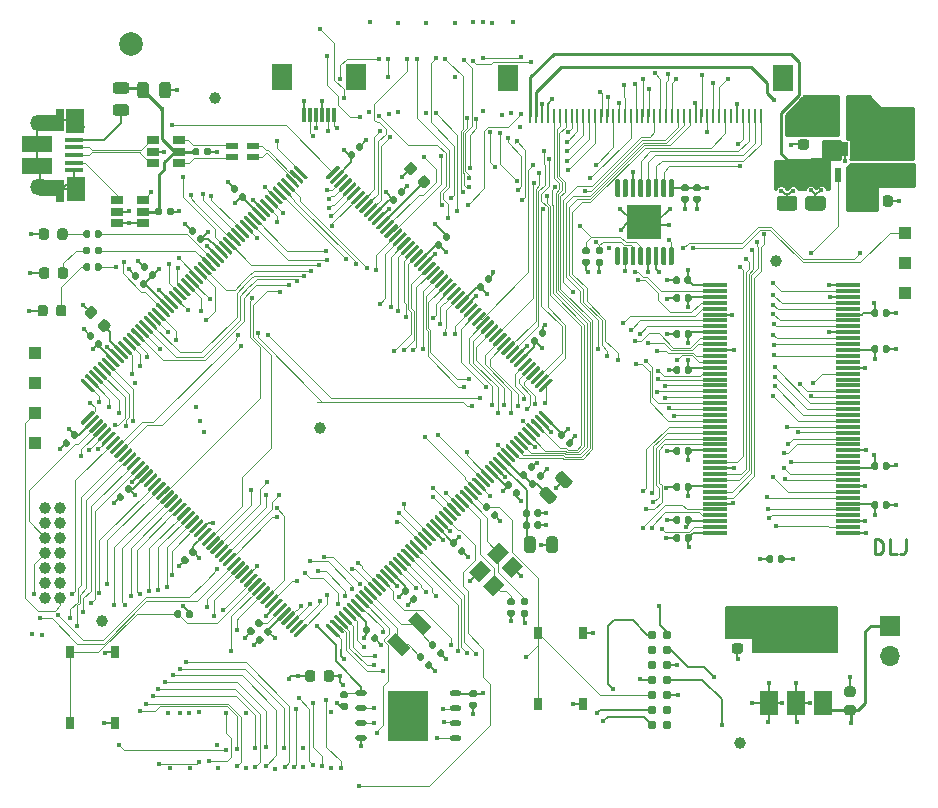
<source format=gtl>
%TF.GenerationSoftware,KiCad,Pcbnew,(5.1.6)-1*%
%TF.CreationDate,2020-09-25T10:07:22-05:00*%
%TF.ProjectId,customDisplay,63757374-6f6d-4446-9973-706c61792e6b,rev?*%
%TF.SameCoordinates,Original*%
%TF.FileFunction,Copper,L1,Top*%
%TF.FilePolarity,Positive*%
%FSLAX46Y46*%
G04 Gerber Fmt 4.6, Leading zero omitted, Abs format (unit mm)*
G04 Created by KiCad (PCBNEW (5.1.6)-1) date 2020-09-25 10:07:22*
%MOMM*%
%LPD*%
G01*
G04 APERTURE LIST*
%TA.AperFunction,NonConductor*%
%ADD10C,0.254000*%
%TD*%
%TA.AperFunction,SMDPad,CuDef*%
%ADD11R,3.400000X4.300000*%
%TD*%
%TA.AperFunction,ComponentPad*%
%ADD12C,2.000000*%
%TD*%
%TA.AperFunction,ComponentPad*%
%ADD13C,1.000000*%
%TD*%
%TA.AperFunction,SMDPad,CuDef*%
%ADD14R,2.000000X0.300000*%
%TD*%
%TA.AperFunction,SMDPad,CuDef*%
%ADD15R,1.800000X2.200000*%
%TD*%
%TA.AperFunction,SMDPad,CuDef*%
%ADD16R,0.250000X1.300000*%
%TD*%
%TA.AperFunction,SMDPad,CuDef*%
%ADD17R,0.500000X1.200000*%
%TD*%
%TA.AperFunction,SMDPad,CuDef*%
%ADD18R,1.000000X0.500000*%
%TD*%
%TA.AperFunction,SMDPad,CuDef*%
%ADD19R,0.750000X1.000000*%
%TD*%
%TA.AperFunction,SMDPad,CuDef*%
%ADD20C,0.100000*%
%TD*%
%TA.AperFunction,SMDPad,CuDef*%
%ADD21R,2.999999X2.999999*%
%TD*%
%TA.AperFunction,SMDPad,CuDef*%
%ADD22R,2.000000X1.350000*%
%TD*%
%TA.AperFunction,SMDPad,CuDef*%
%ADD23R,0.700000X1.825000*%
%TD*%
%TA.AperFunction,SMDPad,CuDef*%
%ADD24R,1.500000X2.000000*%
%TD*%
%TA.AperFunction,SMDPad,CuDef*%
%ADD25R,1.650000X0.400000*%
%TD*%
%TA.AperFunction,ComponentPad*%
%ADD26O,1.500000X1.100000*%
%TD*%
%TA.AperFunction,ComponentPad*%
%ADD27O,1.700000X1.350000*%
%TD*%
%TA.AperFunction,SMDPad,CuDef*%
%ADD28R,2.500000X1.430000*%
%TD*%
%TA.AperFunction,SMDPad,CuDef*%
%ADD29R,1.060000X0.650000*%
%TD*%
%TA.AperFunction,ComponentPad*%
%ADD30R,1.700000X1.700000*%
%TD*%
%TA.AperFunction,ComponentPad*%
%ADD31O,1.700000X1.700000*%
%TD*%
%TA.AperFunction,SMDPad,CuDef*%
%ADD32R,3.800000X2.000000*%
%TD*%
%TA.AperFunction,SMDPad,CuDef*%
%ADD33R,0.900000X1.200000*%
%TD*%
%TA.AperFunction,SMDPad,CuDef*%
%ADD34C,1.000000*%
%TD*%
%TA.AperFunction,SMDPad,CuDef*%
%ADD35R,2.500000X1.500000*%
%TD*%
%TA.AperFunction,SMDPad,CuDef*%
%ADD36R,0.300000X1.300000*%
%TD*%
%TA.AperFunction,ComponentPad*%
%ADD37R,1.000000X1.000000*%
%TD*%
%TA.AperFunction,ConnectorPad*%
%ADD38C,0.787400*%
%TD*%
%TA.AperFunction,ViaPad*%
%ADD39C,0.450000*%
%TD*%
%TA.AperFunction,Conductor*%
%ADD40C,0.203200*%
%TD*%
%TA.AperFunction,Conductor*%
%ADD41C,0.101600*%
%TD*%
%TA.AperFunction,Conductor*%
%ADD42C,0.254000*%
%TD*%
%TA.AperFunction,Conductor*%
%ADD43C,0.127000*%
%TD*%
G04 APERTURE END LIST*
D10*
X186629523Y-112334523D02*
X186629523Y-111064523D01*
X186931904Y-111064523D01*
X187113333Y-111125000D01*
X187234285Y-111245952D01*
X187294761Y-111366904D01*
X187355238Y-111608809D01*
X187355238Y-111790238D01*
X187294761Y-112032142D01*
X187234285Y-112153095D01*
X187113333Y-112274047D01*
X186931904Y-112334523D01*
X186629523Y-112334523D01*
X188504285Y-112334523D02*
X187899523Y-112334523D01*
X187899523Y-111064523D01*
X189290476Y-111064523D02*
X189290476Y-111971666D01*
X189230000Y-112153095D01*
X189109047Y-112274047D01*
X188927619Y-112334523D01*
X188806666Y-112334523D01*
%TO.P,U5,1*%
%TO.N,/Flash/QUADSPI4*%
%TA.AperFunction,SMDPad,CuDef*%
G36*
G01*
X142642200Y-124079000D02*
X142642200Y-124079000D01*
G75*
G02*
X142892200Y-123829000I250000J0D01*
G01*
X143392200Y-123829000D01*
G75*
G02*
X143642200Y-124079000I0J-250000D01*
G01*
X143642200Y-124079000D01*
G75*
G02*
X143392200Y-124329000I-250000J0D01*
G01*
X142892200Y-124329000D01*
G75*
G02*
X142642200Y-124079000I0J250000D01*
G01*
G37*
%TD.AperFunction*%
%TO.P,U5,2*%
%TO.N,/Flash/QUADSPI1*%
%TA.AperFunction,SMDPad,CuDef*%
G36*
G01*
X142642200Y-125349000D02*
X142642200Y-125349000D01*
G75*
G02*
X142892200Y-125099000I250000J0D01*
G01*
X143392200Y-125099000D01*
G75*
G02*
X143642200Y-125349000I0J-250000D01*
G01*
X143642200Y-125349000D01*
G75*
G02*
X143392200Y-125599000I-250000J0D01*
G01*
X142892200Y-125599000D01*
G75*
G02*
X142642200Y-125349000I0J250000D01*
G01*
G37*
%TD.AperFunction*%
%TO.P,U5,3*%
%TO.N,/Flash/QUADSPI2*%
%TA.AperFunction,SMDPad,CuDef*%
G36*
G01*
X142642200Y-126619000D02*
X142642200Y-126619000D01*
G75*
G02*
X142892200Y-126369000I250000J0D01*
G01*
X143392200Y-126369000D01*
G75*
G02*
X143642200Y-126619000I0J-250000D01*
G01*
X143642200Y-126619000D01*
G75*
G02*
X143392200Y-126869000I-250000J0D01*
G01*
X142892200Y-126869000D01*
G75*
G02*
X142642200Y-126619000I0J250000D01*
G01*
G37*
%TD.AperFunction*%
%TO.P,U5,4*%
%TO.N,GND*%
%TA.AperFunction,SMDPad,CuDef*%
G36*
G01*
X142642200Y-127889000D02*
X142642200Y-127889000D01*
G75*
G02*
X142892200Y-127639000I250000J0D01*
G01*
X143392200Y-127639000D01*
G75*
G02*
X143642200Y-127889000I0J-250000D01*
G01*
X143642200Y-127889000D01*
G75*
G02*
X143392200Y-128139000I-250000J0D01*
G01*
X142892200Y-128139000D01*
G75*
G02*
X142642200Y-127889000I0J250000D01*
G01*
G37*
%TD.AperFunction*%
%TO.P,U5,5*%
%TO.N,/Flash/QUADSPI0*%
%TA.AperFunction,SMDPad,CuDef*%
G36*
G01*
X150642200Y-127889000D02*
X150642200Y-127889000D01*
G75*
G02*
X150892200Y-127639000I250000J0D01*
G01*
X151392200Y-127639000D01*
G75*
G02*
X151642200Y-127889000I0J-250000D01*
G01*
X151642200Y-127889000D01*
G75*
G02*
X151392200Y-128139000I-250000J0D01*
G01*
X150892200Y-128139000D01*
G75*
G02*
X150642200Y-127889000I0J250000D01*
G01*
G37*
%TD.AperFunction*%
%TO.P,U5,6*%
%TO.N,/Flash/QUADSPI5*%
%TA.AperFunction,SMDPad,CuDef*%
G36*
G01*
X150642200Y-126619000D02*
X150642200Y-126619000D01*
G75*
G02*
X150892200Y-126369000I250000J0D01*
G01*
X151392200Y-126369000D01*
G75*
G02*
X151642200Y-126619000I0J-250000D01*
G01*
X151642200Y-126619000D01*
G75*
G02*
X151392200Y-126869000I-250000J0D01*
G01*
X150892200Y-126869000D01*
G75*
G02*
X150642200Y-126619000I0J250000D01*
G01*
G37*
%TD.AperFunction*%
%TO.P,U5,7*%
%TO.N,/Flash/QUADSPI3*%
%TA.AperFunction,SMDPad,CuDef*%
G36*
G01*
X150642200Y-125349000D02*
X150642200Y-125349000D01*
G75*
G02*
X150892200Y-125099000I250000J0D01*
G01*
X151392200Y-125099000D01*
G75*
G02*
X151642200Y-125349000I0J-250000D01*
G01*
X151642200Y-125349000D01*
G75*
G02*
X151392200Y-125599000I-250000J0D01*
G01*
X150892200Y-125599000D01*
G75*
G02*
X150642200Y-125349000I0J250000D01*
G01*
G37*
%TD.AperFunction*%
%TO.P,U5,8*%
%TO.N,VDD*%
%TA.AperFunction,SMDPad,CuDef*%
G36*
G01*
X150642200Y-124079000D02*
X150642200Y-124079000D01*
G75*
G02*
X150892200Y-123829000I250000J0D01*
G01*
X151392200Y-123829000D01*
G75*
G02*
X151642200Y-124079000I0J-250000D01*
G01*
X151642200Y-124079000D01*
G75*
G02*
X151392200Y-124329000I-250000J0D01*
G01*
X150892200Y-124329000D01*
G75*
G02*
X150642200Y-124079000I0J250000D01*
G01*
G37*
%TD.AperFunction*%
D11*
%TO.P,U5,EP*%
%TO.N,GND*%
X147142200Y-125984000D03*
D12*
%TO.P,U5,12*%
X147142200Y-125984000D03*
%TD*%
%TO.P,U1,1*%
%TO.N,/Flash/QUADSPI2*%
%TA.AperFunction,SMDPad,CuDef*%
G36*
G01*
X141335944Y-119263700D02*
X141229878Y-119369766D01*
G75*
G02*
X141123812Y-119369766I-53033J53033D01*
G01*
X140169218Y-118415172D01*
G75*
G02*
X140169218Y-118309106I53033J53033D01*
G01*
X140275284Y-118203040D01*
G75*
G02*
X140381350Y-118203040I53033J-53033D01*
G01*
X141335944Y-119157634D01*
G75*
G02*
X141335944Y-119263700I-53033J-53033D01*
G01*
G37*
%TD.AperFunction*%
%TO.P,U1,2*%
%TO.N,/LCD/DISPLAY28*%
%TA.AperFunction,SMDPad,CuDef*%
G36*
G01*
X141689497Y-118910147D02*
X141583431Y-119016213D01*
G75*
G02*
X141477365Y-119016213I-53033J53033D01*
G01*
X140522771Y-118061619D01*
G75*
G02*
X140522771Y-117955553I53033J53033D01*
G01*
X140628837Y-117849487D01*
G75*
G02*
X140734903Y-117849487I53033J-53033D01*
G01*
X141689497Y-118804081D01*
G75*
G02*
X141689497Y-118910147I-53033J-53033D01*
G01*
G37*
%TD.AperFunction*%
%TO.P,U1,3*%
%TO.N,/LCD/DISPLAY16*%
%TA.AperFunction,SMDPad,CuDef*%
G36*
G01*
X142043050Y-118556594D02*
X141936984Y-118662660D01*
G75*
G02*
X141830918Y-118662660I-53033J53033D01*
G01*
X140876324Y-117708066D01*
G75*
G02*
X140876324Y-117602000I53033J53033D01*
G01*
X140982390Y-117495934D01*
G75*
G02*
X141088456Y-117495934I53033J-53033D01*
G01*
X142043050Y-118450528D01*
G75*
G02*
X142043050Y-118556594I-53033J-53033D01*
G01*
G37*
%TD.AperFunction*%
%TO.P,U1,4*%
%TO.N,/LCD/DISPLAY8*%
%TA.AperFunction,SMDPad,CuDef*%
G36*
G01*
X142396604Y-118203040D02*
X142290538Y-118309106D01*
G75*
G02*
X142184472Y-118309106I-53033J53033D01*
G01*
X141229878Y-117354512D01*
G75*
G02*
X141229878Y-117248446I53033J53033D01*
G01*
X141335944Y-117142380D01*
G75*
G02*
X141442010Y-117142380I53033J-53033D01*
G01*
X142396604Y-118096974D01*
G75*
G02*
X142396604Y-118203040I-53033J-53033D01*
G01*
G37*
%TD.AperFunction*%
%TO.P,U1,5*%
%TO.N,/LCD/DISPLAY9*%
%TA.AperFunction,SMDPad,CuDef*%
G36*
G01*
X142750157Y-117849487D02*
X142644091Y-117955553D01*
G75*
G02*
X142538025Y-117955553I-53033J53033D01*
G01*
X141583431Y-117000959D01*
G75*
G02*
X141583431Y-116894893I53033J53033D01*
G01*
X141689497Y-116788827D01*
G75*
G02*
X141795563Y-116788827I53033J-53033D01*
G01*
X142750157Y-117743421D01*
G75*
G02*
X142750157Y-117849487I-53033J-53033D01*
G01*
G37*
%TD.AperFunction*%
%TO.P,U1,6*%
%TO.N,VDD*%
%TA.AperFunction,SMDPad,CuDef*%
G36*
G01*
X143103711Y-117495934D02*
X142997645Y-117602000D01*
G75*
G02*
X142891579Y-117602000I-53033J53033D01*
G01*
X141936985Y-116647406D01*
G75*
G02*
X141936985Y-116541340I53033J53033D01*
G01*
X142043051Y-116435274D01*
G75*
G02*
X142149117Y-116435274I53033J-53033D01*
G01*
X143103711Y-117389868D01*
G75*
G02*
X143103711Y-117495934I-53033J-53033D01*
G01*
G37*
%TD.AperFunction*%
%TO.P,U1,7*%
%TO.N,/LCD/DISPLAY29*%
%TA.AperFunction,SMDPad,CuDef*%
G36*
G01*
X143457264Y-117142380D02*
X143351198Y-117248446D01*
G75*
G02*
X143245132Y-117248446I-53033J53033D01*
G01*
X142290538Y-116293852D01*
G75*
G02*
X142290538Y-116187786I53033J53033D01*
G01*
X142396604Y-116081720D01*
G75*
G02*
X142502670Y-116081720I53033J-53033D01*
G01*
X143457264Y-117036314D01*
G75*
G02*
X143457264Y-117142380I-53033J-53033D01*
G01*
G37*
%TD.AperFunction*%
%TO.P,U1,8*%
%TO.N,/MCU/PC13*%
%TA.AperFunction,SMDPad,CuDef*%
G36*
G01*
X143810817Y-116788827D02*
X143704751Y-116894893D01*
G75*
G02*
X143598685Y-116894893I-53033J53033D01*
G01*
X142644091Y-115940299D01*
G75*
G02*
X142644091Y-115834233I53033J53033D01*
G01*
X142750157Y-115728167D01*
G75*
G02*
X142856223Y-115728167I53033J-53033D01*
G01*
X143810817Y-116682761D01*
G75*
G02*
X143810817Y-116788827I-53033J-53033D01*
G01*
G37*
%TD.AperFunction*%
%TO.P,U1,9*%
%TO.N,Net-(C29-Pad1)*%
%TA.AperFunction,SMDPad,CuDef*%
G36*
G01*
X144164371Y-116435273D02*
X144058305Y-116541339D01*
G75*
G02*
X143952239Y-116541339I-53033J53033D01*
G01*
X142997645Y-115586745D01*
G75*
G02*
X142997645Y-115480679I53033J53033D01*
G01*
X143103711Y-115374613D01*
G75*
G02*
X143209777Y-115374613I53033J-53033D01*
G01*
X144164371Y-116329207D01*
G75*
G02*
X144164371Y-116435273I-53033J-53033D01*
G01*
G37*
%TD.AperFunction*%
%TO.P,U1,10*%
%TO.N,Net-(C28-Pad1)*%
%TA.AperFunction,SMDPad,CuDef*%
G36*
G01*
X144517924Y-116081720D02*
X144411858Y-116187786D01*
G75*
G02*
X144305792Y-116187786I-53033J53033D01*
G01*
X143351198Y-115233192D01*
G75*
G02*
X143351198Y-115127126I53033J53033D01*
G01*
X143457264Y-115021060D01*
G75*
G02*
X143563330Y-115021060I53033J-53033D01*
G01*
X144517924Y-115975654D01*
G75*
G02*
X144517924Y-116081720I-53033J-53033D01*
G01*
G37*
%TD.AperFunction*%
%TO.P,U1,11*%
%TO.N,/MCU/SDRAM51*%
%TA.AperFunction,SMDPad,CuDef*%
G36*
G01*
X144871477Y-115728167D02*
X144765411Y-115834233D01*
G75*
G02*
X144659345Y-115834233I-53033J53033D01*
G01*
X143704751Y-114879639D01*
G75*
G02*
X143704751Y-114773573I53033J53033D01*
G01*
X143810817Y-114667507D01*
G75*
G02*
X143916883Y-114667507I53033J-53033D01*
G01*
X144871477Y-115622101D01*
G75*
G02*
X144871477Y-115728167I-53033J-53033D01*
G01*
G37*
%TD.AperFunction*%
%TO.P,U1,12*%
%TO.N,/MCU/SDRAM52*%
%TA.AperFunction,SMDPad,CuDef*%
G36*
G01*
X145225031Y-115374613D02*
X145118965Y-115480679D01*
G75*
G02*
X145012899Y-115480679I-53033J53033D01*
G01*
X144058305Y-114526085D01*
G75*
G02*
X144058305Y-114420019I53033J53033D01*
G01*
X144164371Y-114313953D01*
G75*
G02*
X144270437Y-114313953I53033J-53033D01*
G01*
X145225031Y-115268547D01*
G75*
G02*
X145225031Y-115374613I-53033J-53033D01*
G01*
G37*
%TD.AperFunction*%
%TO.P,U1,13*%
%TO.N,/LCD/DISPLAY14*%
%TA.AperFunction,SMDPad,CuDef*%
G36*
G01*
X145578584Y-115021060D02*
X145472518Y-115127126D01*
G75*
G02*
X145366452Y-115127126I-53033J53033D01*
G01*
X144411858Y-114172532D01*
G75*
G02*
X144411858Y-114066466I53033J53033D01*
G01*
X144517924Y-113960400D01*
G75*
G02*
X144623990Y-113960400I53033J-53033D01*
G01*
X145578584Y-114914994D01*
G75*
G02*
X145578584Y-115021060I-53033J-53033D01*
G01*
G37*
%TD.AperFunction*%
%TO.P,U1,14*%
%TO.N,GND*%
%TA.AperFunction,SMDPad,CuDef*%
G36*
G01*
X145932138Y-114667506D02*
X145826072Y-114773572D01*
G75*
G02*
X145720006Y-114773572I-53033J53033D01*
G01*
X144765412Y-113818978D01*
G75*
G02*
X144765412Y-113712912I53033J53033D01*
G01*
X144871478Y-113606846D01*
G75*
G02*
X144977544Y-113606846I53033J-53033D01*
G01*
X145932138Y-114561440D01*
G75*
G02*
X145932138Y-114667506I-53033J-53033D01*
G01*
G37*
%TD.AperFunction*%
%TO.P,U1,15*%
%TO.N,VDD*%
%TA.AperFunction,SMDPad,CuDef*%
G36*
G01*
X146285691Y-114313953D02*
X146179625Y-114420019D01*
G75*
G02*
X146073559Y-114420019I-53033J53033D01*
G01*
X145118965Y-113465425D01*
G75*
G02*
X145118965Y-113359359I53033J53033D01*
G01*
X145225031Y-113253293D01*
G75*
G02*
X145331097Y-113253293I53033J-53033D01*
G01*
X146285691Y-114207887D01*
G75*
G02*
X146285691Y-114313953I-53033J-53033D01*
G01*
G37*
%TD.AperFunction*%
%TO.P,U1,16*%
%TO.N,/MCU/SDRAM4*%
%TA.AperFunction,SMDPad,CuDef*%
G36*
G01*
X146639244Y-113960400D02*
X146533178Y-114066466D01*
G75*
G02*
X146427112Y-114066466I-53033J53033D01*
G01*
X145472518Y-113111872D01*
G75*
G02*
X145472518Y-113005806I53033J53033D01*
G01*
X145578584Y-112899740D01*
G75*
G02*
X145684650Y-112899740I53033J-53033D01*
G01*
X146639244Y-113854334D01*
G75*
G02*
X146639244Y-113960400I-53033J-53033D01*
G01*
G37*
%TD.AperFunction*%
%TO.P,U1,17*%
%TO.N,/MCU/SDRAM5*%
%TA.AperFunction,SMDPad,CuDef*%
G36*
G01*
X146992798Y-113606846D02*
X146886732Y-113712912D01*
G75*
G02*
X146780666Y-113712912I-53033J53033D01*
G01*
X145826072Y-112758318D01*
G75*
G02*
X145826072Y-112652252I53033J53033D01*
G01*
X145932138Y-112546186D01*
G75*
G02*
X146038204Y-112546186I53033J-53033D01*
G01*
X146992798Y-113500780D01*
G75*
G02*
X146992798Y-113606846I-53033J-53033D01*
G01*
G37*
%TD.AperFunction*%
%TO.P,U1,18*%
%TO.N,/MCU/SDRAM6*%
%TA.AperFunction,SMDPad,CuDef*%
G36*
G01*
X147346351Y-113253293D02*
X147240285Y-113359359D01*
G75*
G02*
X147134219Y-113359359I-53033J53033D01*
G01*
X146179625Y-112404765D01*
G75*
G02*
X146179625Y-112298699I53033J53033D01*
G01*
X146285691Y-112192633D01*
G75*
G02*
X146391757Y-112192633I53033J-53033D01*
G01*
X147346351Y-113147227D01*
G75*
G02*
X147346351Y-113253293I-53033J-53033D01*
G01*
G37*
%TD.AperFunction*%
%TO.P,U1,19*%
%TO.N,/LCD/DISPLAY24*%
%TA.AperFunction,SMDPad,CuDef*%
G36*
G01*
X147699905Y-112899739D02*
X147593839Y-113005805D01*
G75*
G02*
X147487773Y-113005805I-53033J53033D01*
G01*
X146533179Y-112051211D01*
G75*
G02*
X146533179Y-111945145I53033J53033D01*
G01*
X146639245Y-111839079D01*
G75*
G02*
X146745311Y-111839079I53033J-53033D01*
G01*
X147699905Y-112793673D01*
G75*
G02*
X147699905Y-112899739I-53033J-53033D01*
G01*
G37*
%TD.AperFunction*%
%TO.P,U1,20*%
%TO.N,/LCD/DISPLAY25*%
%TA.AperFunction,SMDPad,CuDef*%
G36*
G01*
X148053458Y-112546186D02*
X147947392Y-112652252D01*
G75*
G02*
X147841326Y-112652252I-53033J53033D01*
G01*
X146886732Y-111697658D01*
G75*
G02*
X146886732Y-111591592I53033J53033D01*
G01*
X146992798Y-111485526D01*
G75*
G02*
X147098864Y-111485526I53033J-53033D01*
G01*
X148053458Y-112440120D01*
G75*
G02*
X148053458Y-112546186I-53033J-53033D01*
G01*
G37*
%TD.AperFunction*%
%TO.P,U1,21*%
%TO.N,/LCD/DISPLAY26*%
%TA.AperFunction,SMDPad,CuDef*%
G36*
G01*
X148407011Y-112192633D02*
X148300945Y-112298699D01*
G75*
G02*
X148194879Y-112298699I-53033J53033D01*
G01*
X147240285Y-111344105D01*
G75*
G02*
X147240285Y-111238039I53033J53033D01*
G01*
X147346351Y-111131973D01*
G75*
G02*
X147452417Y-111131973I53033J-53033D01*
G01*
X148407011Y-112086567D01*
G75*
G02*
X148407011Y-112192633I-53033J-53033D01*
G01*
G37*
%TD.AperFunction*%
%TO.P,U1,22*%
%TO.N,/MCU/SDRAM7*%
%TA.AperFunction,SMDPad,CuDef*%
G36*
G01*
X148760565Y-111839079D02*
X148654499Y-111945145D01*
G75*
G02*
X148548433Y-111945145I-53033J53033D01*
G01*
X147593839Y-110990551D01*
G75*
G02*
X147593839Y-110884485I53033J53033D01*
G01*
X147699905Y-110778419D01*
G75*
G02*
X147805971Y-110778419I53033J-53033D01*
G01*
X148760565Y-111733013D01*
G75*
G02*
X148760565Y-111839079I-53033J-53033D01*
G01*
G37*
%TD.AperFunction*%
%TO.P,U1,23*%
%TO.N,/MCU/SDRAM8*%
%TA.AperFunction,SMDPad,CuDef*%
G36*
G01*
X149114118Y-111485526D02*
X149008052Y-111591592D01*
G75*
G02*
X148901986Y-111591592I-53033J53033D01*
G01*
X147947392Y-110636998D01*
G75*
G02*
X147947392Y-110530932I53033J53033D01*
G01*
X148053458Y-110424866D01*
G75*
G02*
X148159524Y-110424866I53033J-53033D01*
G01*
X149114118Y-111379460D01*
G75*
G02*
X149114118Y-111485526I-53033J-53033D01*
G01*
G37*
%TD.AperFunction*%
%TO.P,U1,24*%
%TO.N,/MCU/SDRAM9*%
%TA.AperFunction,SMDPad,CuDef*%
G36*
G01*
X149467672Y-111131972D02*
X149361606Y-111238038D01*
G75*
G02*
X149255540Y-111238038I-53033J53033D01*
G01*
X148300946Y-110283444D01*
G75*
G02*
X148300946Y-110177378I53033J53033D01*
G01*
X148407012Y-110071312D01*
G75*
G02*
X148513078Y-110071312I53033J-53033D01*
G01*
X149467672Y-111025906D01*
G75*
G02*
X149467672Y-111131972I-53033J-53033D01*
G01*
G37*
%TD.AperFunction*%
%TO.P,U1,25*%
%TO.N,GND*%
%TA.AperFunction,SMDPad,CuDef*%
G36*
G01*
X149821225Y-110778419D02*
X149715159Y-110884485D01*
G75*
G02*
X149609093Y-110884485I-53033J53033D01*
G01*
X148654499Y-109929891D01*
G75*
G02*
X148654499Y-109823825I53033J53033D01*
G01*
X148760565Y-109717759D01*
G75*
G02*
X148866631Y-109717759I53033J-53033D01*
G01*
X149821225Y-110672353D01*
G75*
G02*
X149821225Y-110778419I-53033J-53033D01*
G01*
G37*
%TD.AperFunction*%
%TO.P,U1,26*%
%TO.N,VDD*%
%TA.AperFunction,SMDPad,CuDef*%
G36*
G01*
X150174778Y-110424866D02*
X150068712Y-110530932D01*
G75*
G02*
X149962646Y-110530932I-53033J53033D01*
G01*
X149008052Y-109576338D01*
G75*
G02*
X149008052Y-109470272I53033J53033D01*
G01*
X149114118Y-109364206D01*
G75*
G02*
X149220184Y-109364206I53033J-53033D01*
G01*
X150174778Y-110318800D01*
G75*
G02*
X150174778Y-110424866I-53033J-53033D01*
G01*
G37*
%TD.AperFunction*%
%TO.P,U1,27*%
%TO.N,/Flash/QUADSPI3*%
%TA.AperFunction,SMDPad,CuDef*%
G36*
G01*
X150528332Y-110071312D02*
X150422266Y-110177378D01*
G75*
G02*
X150316200Y-110177378I-53033J53033D01*
G01*
X149361606Y-109222784D01*
G75*
G02*
X149361606Y-109116718I53033J53033D01*
G01*
X149467672Y-109010652D01*
G75*
G02*
X149573738Y-109010652I53033J-53033D01*
G01*
X150528332Y-109965246D01*
G75*
G02*
X150528332Y-110071312I-53033J-53033D01*
G01*
G37*
%TD.AperFunction*%
%TO.P,U1,28*%
%TO.N,/MCU/PF7*%
%TA.AperFunction,SMDPad,CuDef*%
G36*
G01*
X150881885Y-109717759D02*
X150775819Y-109823825D01*
G75*
G02*
X150669753Y-109823825I-53033J53033D01*
G01*
X149715159Y-108869231D01*
G75*
G02*
X149715159Y-108763165I53033J53033D01*
G01*
X149821225Y-108657099D01*
G75*
G02*
X149927291Y-108657099I53033J-53033D01*
G01*
X150881885Y-109611693D01*
G75*
G02*
X150881885Y-109717759I-53033J-53033D01*
G01*
G37*
%TD.AperFunction*%
%TO.P,U1,29*%
%TO.N,/Flash/QUADSPI0*%
%TA.AperFunction,SMDPad,CuDef*%
G36*
G01*
X151235438Y-109364206D02*
X151129372Y-109470272D01*
G75*
G02*
X151023306Y-109470272I-53033J53033D01*
G01*
X150068712Y-108515678D01*
G75*
G02*
X150068712Y-108409612I53033J53033D01*
G01*
X150174778Y-108303546D01*
G75*
G02*
X150280844Y-108303546I53033J-53033D01*
G01*
X151235438Y-109258140D01*
G75*
G02*
X151235438Y-109364206I-53033J-53033D01*
G01*
G37*
%TD.AperFunction*%
%TO.P,U1,30*%
%TO.N,/Flash/QUADSPI1*%
%TA.AperFunction,SMDPad,CuDef*%
G36*
G01*
X151588992Y-109010652D02*
X151482926Y-109116718D01*
G75*
G02*
X151376860Y-109116718I-53033J53033D01*
G01*
X150422266Y-108162124D01*
G75*
G02*
X150422266Y-108056058I53033J53033D01*
G01*
X150528332Y-107949992D01*
G75*
G02*
X150634398Y-107949992I53033J-53033D01*
G01*
X151588992Y-108904586D01*
G75*
G02*
X151588992Y-109010652I-53033J-53033D01*
G01*
G37*
%TD.AperFunction*%
%TO.P,U1,31*%
%TO.N,/Flash/QUADSPI5*%
%TA.AperFunction,SMDPad,CuDef*%
G36*
G01*
X151942545Y-108657099D02*
X151836479Y-108763165D01*
G75*
G02*
X151730413Y-108763165I-53033J53033D01*
G01*
X150775819Y-107808571D01*
G75*
G02*
X150775819Y-107702505I53033J53033D01*
G01*
X150881885Y-107596439D01*
G75*
G02*
X150987951Y-107596439I53033J-53033D01*
G01*
X151942545Y-108551033D01*
G75*
G02*
X151942545Y-108657099I-53033J-53033D01*
G01*
G37*
%TD.AperFunction*%
%TO.P,U1,32*%
%TO.N,Net-(C30-Pad1)*%
%TA.AperFunction,SMDPad,CuDef*%
G36*
G01*
X152296099Y-108303545D02*
X152190033Y-108409611D01*
G75*
G02*
X152083967Y-108409611I-53033J53033D01*
G01*
X151129373Y-107455017D01*
G75*
G02*
X151129373Y-107348951I53033J53033D01*
G01*
X151235439Y-107242885D01*
G75*
G02*
X151341505Y-107242885I53033J-53033D01*
G01*
X152296099Y-108197479D01*
G75*
G02*
X152296099Y-108303545I-53033J-53033D01*
G01*
G37*
%TD.AperFunction*%
%TO.P,U1,33*%
%TO.N,Net-(C31-Pad1)*%
%TA.AperFunction,SMDPad,CuDef*%
G36*
G01*
X152649652Y-107949992D02*
X152543586Y-108056058D01*
G75*
G02*
X152437520Y-108056058I-53033J53033D01*
G01*
X151482926Y-107101464D01*
G75*
G02*
X151482926Y-106995398I53033J53033D01*
G01*
X151588992Y-106889332D01*
G75*
G02*
X151695058Y-106889332I53033J-53033D01*
G01*
X152649652Y-107843926D01*
G75*
G02*
X152649652Y-107949992I-53033J-53033D01*
G01*
G37*
%TD.AperFunction*%
%TO.P,U1,34*%
%TO.N,/MCU/RESET*%
%TA.AperFunction,SMDPad,CuDef*%
G36*
G01*
X153003205Y-107596439D02*
X152897139Y-107702505D01*
G75*
G02*
X152791073Y-107702505I-53033J53033D01*
G01*
X151836479Y-106747911D01*
G75*
G02*
X151836479Y-106641845I53033J53033D01*
G01*
X151942545Y-106535779D01*
G75*
G02*
X152048611Y-106535779I53033J-53033D01*
G01*
X153003205Y-107490373D01*
G75*
G02*
X153003205Y-107596439I-53033J-53033D01*
G01*
G37*
%TD.AperFunction*%
%TO.P,U1,35*%
%TO.N,/MCU/SDRAM20*%
%TA.AperFunction,SMDPad,CuDef*%
G36*
G01*
X153356759Y-107242885D02*
X153250693Y-107348951D01*
G75*
G02*
X153144627Y-107348951I-53033J53033D01*
G01*
X152190033Y-106394357D01*
G75*
G02*
X152190033Y-106288291I53033J53033D01*
G01*
X152296099Y-106182225D01*
G75*
G02*
X152402165Y-106182225I53033J-53033D01*
G01*
X153356759Y-107136819D01*
G75*
G02*
X153356759Y-107242885I-53033J-53033D01*
G01*
G37*
%TD.AperFunction*%
%TO.P,U1,36*%
%TO.N,/MCU/PC1*%
%TA.AperFunction,SMDPad,CuDef*%
G36*
G01*
X153710312Y-106889332D02*
X153604246Y-106995398D01*
G75*
G02*
X153498180Y-106995398I-53033J53033D01*
G01*
X152543586Y-106040804D01*
G75*
G02*
X152543586Y-105934738I53033J53033D01*
G01*
X152649652Y-105828672D01*
G75*
G02*
X152755718Y-105828672I53033J-53033D01*
G01*
X153710312Y-106783266D01*
G75*
G02*
X153710312Y-106889332I-53033J-53033D01*
G01*
G37*
%TD.AperFunction*%
%TO.P,U1,37*%
%TO.N,/MCU/SDRAM1*%
%TA.AperFunction,SMDPad,CuDef*%
G36*
G01*
X154063866Y-106535778D02*
X153957800Y-106641844D01*
G75*
G02*
X153851734Y-106641844I-53033J53033D01*
G01*
X152897140Y-105687250D01*
G75*
G02*
X152897140Y-105581184I53033J53033D01*
G01*
X153003206Y-105475118D01*
G75*
G02*
X153109272Y-105475118I53033J-53033D01*
G01*
X154063866Y-106429712D01*
G75*
G02*
X154063866Y-106535778I-53033J-53033D01*
G01*
G37*
%TD.AperFunction*%
%TO.P,U1,38*%
%TO.N,/MCU/SDRAM0*%
%TA.AperFunction,SMDPad,CuDef*%
G36*
G01*
X154417419Y-106182225D02*
X154311353Y-106288291D01*
G75*
G02*
X154205287Y-106288291I-53033J53033D01*
G01*
X153250693Y-105333697D01*
G75*
G02*
X153250693Y-105227631I53033J53033D01*
G01*
X153356759Y-105121565D01*
G75*
G02*
X153462825Y-105121565I53033J-53033D01*
G01*
X154417419Y-106076159D01*
G75*
G02*
X154417419Y-106182225I-53033J-53033D01*
G01*
G37*
%TD.AperFunction*%
%TO.P,U1,39*%
%TO.N,VDD*%
%TA.AperFunction,SMDPad,CuDef*%
G36*
G01*
X154770972Y-105828672D02*
X154664906Y-105934738D01*
G75*
G02*
X154558840Y-105934738I-53033J53033D01*
G01*
X153604246Y-104980144D01*
G75*
G02*
X153604246Y-104874078I53033J53033D01*
G01*
X153710312Y-104768012D01*
G75*
G02*
X153816378Y-104768012I53033J-53033D01*
G01*
X154770972Y-105722606D01*
G75*
G02*
X154770972Y-105828672I-53033J-53033D01*
G01*
G37*
%TD.AperFunction*%
%TO.P,U1,40*%
%TO.N,GND*%
%TA.AperFunction,SMDPad,CuDef*%
G36*
G01*
X155124526Y-105475118D02*
X155018460Y-105581184D01*
G75*
G02*
X154912394Y-105581184I-53033J53033D01*
G01*
X153957800Y-104626590D01*
G75*
G02*
X153957800Y-104520524I53033J53033D01*
G01*
X154063866Y-104414458D01*
G75*
G02*
X154169932Y-104414458I53033J-53033D01*
G01*
X155124526Y-105369052D01*
G75*
G02*
X155124526Y-105475118I-53033J-53033D01*
G01*
G37*
%TD.AperFunction*%
%TO.P,U1,41*%
%TO.N,Net-(C24-Pad1)*%
%TA.AperFunction,SMDPad,CuDef*%
G36*
G01*
X155478079Y-105121565D02*
X155372013Y-105227631D01*
G75*
G02*
X155265947Y-105227631I-53033J53033D01*
G01*
X154311353Y-104273037D01*
G75*
G02*
X154311353Y-104166971I53033J53033D01*
G01*
X154417419Y-104060905D01*
G75*
G02*
X154523485Y-104060905I53033J-53033D01*
G01*
X155478079Y-105015499D01*
G75*
G02*
X155478079Y-105121565I-53033J-53033D01*
G01*
G37*
%TD.AperFunction*%
%TO.P,U1,42*%
%TO.N,Net-(C10-Pad1)*%
%TA.AperFunction,SMDPad,CuDef*%
G36*
G01*
X155831633Y-104768011D02*
X155725567Y-104874077D01*
G75*
G02*
X155619501Y-104874077I-53033J53033D01*
G01*
X154664907Y-103919483D01*
G75*
G02*
X154664907Y-103813417I53033J53033D01*
G01*
X154770973Y-103707351D01*
G75*
G02*
X154877039Y-103707351I53033J-53033D01*
G01*
X155831633Y-104661945D01*
G75*
G02*
X155831633Y-104768011I-53033J-53033D01*
G01*
G37*
%TD.AperFunction*%
%TO.P,U1,43*%
%TO.N,/MCU/PA0*%
%TA.AperFunction,SMDPad,CuDef*%
G36*
G01*
X156185186Y-104414458D02*
X156079120Y-104520524D01*
G75*
G02*
X155973054Y-104520524I-53033J53033D01*
G01*
X155018460Y-103565930D01*
G75*
G02*
X155018460Y-103459864I53033J53033D01*
G01*
X155124526Y-103353798D01*
G75*
G02*
X155230592Y-103353798I53033J-53033D01*
G01*
X156185186Y-104308392D01*
G75*
G02*
X156185186Y-104414458I-53033J-53033D01*
G01*
G37*
%TD.AperFunction*%
%TO.P,U1,44*%
%TO.N,/LCD/DISPLAY2*%
%TA.AperFunction,SMDPad,CuDef*%
G36*
G01*
X156538739Y-104060905D02*
X156432673Y-104166971D01*
G75*
G02*
X156326607Y-104166971I-53033J53033D01*
G01*
X155372013Y-103212377D01*
G75*
G02*
X155372013Y-103106311I53033J53033D01*
G01*
X155478079Y-103000245D01*
G75*
G02*
X155584145Y-103000245I53033J-53033D01*
G01*
X156538739Y-103954839D01*
G75*
G02*
X156538739Y-104060905I-53033J-53033D01*
G01*
G37*
%TD.AperFunction*%
%TO.P,U1,45*%
%TO.N,/LCD/DISPLAY1*%
%TA.AperFunction,SMDPad,CuDef*%
G36*
G01*
X156892293Y-103707351D02*
X156786227Y-103813417D01*
G75*
G02*
X156680161Y-103813417I-53033J53033D01*
G01*
X155725567Y-102858823D01*
G75*
G02*
X155725567Y-102752757I53033J53033D01*
G01*
X155831633Y-102646691D01*
G75*
G02*
X155937699Y-102646691I53033J-53033D01*
G01*
X156892293Y-103601285D01*
G75*
G02*
X156892293Y-103707351I-53033J-53033D01*
G01*
G37*
%TD.AperFunction*%
%TO.P,U1,46*%
%TO.N,/LCD/DISPLAY0*%
%TA.AperFunction,SMDPad,CuDef*%
G36*
G01*
X157245846Y-103353798D02*
X157139780Y-103459864D01*
G75*
G02*
X157033714Y-103459864I-53033J53033D01*
G01*
X156079120Y-102505270D01*
G75*
G02*
X156079120Y-102399204I53033J53033D01*
G01*
X156185186Y-102293138D01*
G75*
G02*
X156291252Y-102293138I53033J-53033D01*
G01*
X157245846Y-103247732D01*
G75*
G02*
X157245846Y-103353798I-53033J-53033D01*
G01*
G37*
%TD.AperFunction*%
%TO.P,U1,47*%
%TO.N,/MCU/PH3*%
%TA.AperFunction,SMDPad,CuDef*%
G36*
G01*
X157599400Y-103000245D02*
X157493334Y-103106311D01*
G75*
G02*
X157387268Y-103106311I-53033J53033D01*
G01*
X156432674Y-102151717D01*
G75*
G02*
X156432674Y-102045651I53033J53033D01*
G01*
X156538740Y-101939585D01*
G75*
G02*
X156644806Y-101939585I53033J-53033D01*
G01*
X157599400Y-102894179D01*
G75*
G02*
X157599400Y-103000245I-53033J-53033D01*
G01*
G37*
%TD.AperFunction*%
%TO.P,U1,48*%
%TO.N,/LCD/DISPLAY13*%
%TA.AperFunction,SMDPad,CuDef*%
G36*
G01*
X157952953Y-102646691D02*
X157846887Y-102752757D01*
G75*
G02*
X157740821Y-102752757I-53033J53033D01*
G01*
X156786227Y-101798163D01*
G75*
G02*
X156786227Y-101692097I53033J53033D01*
G01*
X156892293Y-101586031D01*
G75*
G02*
X156998359Y-101586031I53033J-53033D01*
G01*
X157952953Y-102540625D01*
G75*
G02*
X157952953Y-102646691I-53033J-53033D01*
G01*
G37*
%TD.AperFunction*%
%TO.P,U1,49*%
%TO.N,/MCU/PH5*%
%TA.AperFunction,SMDPad,CuDef*%
G36*
G01*
X158306506Y-102293138D02*
X158200440Y-102399204D01*
G75*
G02*
X158094374Y-102399204I-53033J53033D01*
G01*
X157139780Y-101444610D01*
G75*
G02*
X157139780Y-101338544I53033J53033D01*
G01*
X157245846Y-101232478D01*
G75*
G02*
X157351912Y-101232478I53033J-53033D01*
G01*
X158306506Y-102187072D01*
G75*
G02*
X158306506Y-102293138I-53033J-53033D01*
G01*
G37*
%TD.AperFunction*%
%TO.P,U1,50*%
%TO.N,/LCD/DISPLAY21*%
%TA.AperFunction,SMDPad,CuDef*%
G36*
G01*
X158660060Y-101939584D02*
X158553994Y-102045650D01*
G75*
G02*
X158447928Y-102045650I-53033J53033D01*
G01*
X157493334Y-101091056D01*
G75*
G02*
X157493334Y-100984990I53033J53033D01*
G01*
X157599400Y-100878924D01*
G75*
G02*
X157705466Y-100878924I53033J-53033D01*
G01*
X158660060Y-101833518D01*
G75*
G02*
X158660060Y-101939584I-53033J-53033D01*
G01*
G37*
%TD.AperFunction*%
%TO.P,U1,51*%
%TO.N,GND*%
%TA.AperFunction,SMDPad,CuDef*%
G36*
G01*
X159013613Y-101586031D02*
X158907547Y-101692097D01*
G75*
G02*
X158801481Y-101692097I-53033J53033D01*
G01*
X157846887Y-100737503D01*
G75*
G02*
X157846887Y-100631437I53033J53033D01*
G01*
X157952953Y-100525371D01*
G75*
G02*
X158059019Y-100525371I53033J-53033D01*
G01*
X159013613Y-101479965D01*
G75*
G02*
X159013613Y-101586031I-53033J-53033D01*
G01*
G37*
%TD.AperFunction*%
%TO.P,U1,52*%
%TO.N,VDD*%
%TA.AperFunction,SMDPad,CuDef*%
G36*
G01*
X159367166Y-101232478D02*
X159261100Y-101338544D01*
G75*
G02*
X159155034Y-101338544I-53033J53033D01*
G01*
X158200440Y-100383950D01*
G75*
G02*
X158200440Y-100277884I53033J53033D01*
G01*
X158306506Y-100171818D01*
G75*
G02*
X158412572Y-100171818I53033J-53033D01*
G01*
X159367166Y-101126412D01*
G75*
G02*
X159367166Y-101232478I-53033J-53033D01*
G01*
G37*
%TD.AperFunction*%
%TO.P,U1,53*%
%TO.N,/MCU/PA4*%
%TA.AperFunction,SMDPad,CuDef*%
G36*
G01*
X159367166Y-97661588D02*
X158412572Y-98616182D01*
G75*
G02*
X158306506Y-98616182I-53033J53033D01*
G01*
X158200440Y-98510116D01*
G75*
G02*
X158200440Y-98404050I53033J53033D01*
G01*
X159155034Y-97449456D01*
G75*
G02*
X159261100Y-97449456I53033J-53033D01*
G01*
X159367166Y-97555522D01*
G75*
G02*
X159367166Y-97661588I-53033J-53033D01*
G01*
G37*
%TD.AperFunction*%
%TO.P,U1,54*%
%TO.N,/LCD/DISPLAY4*%
%TA.AperFunction,SMDPad,CuDef*%
G36*
G01*
X159013613Y-97308035D02*
X158059019Y-98262629D01*
G75*
G02*
X157952953Y-98262629I-53033J53033D01*
G01*
X157846887Y-98156563D01*
G75*
G02*
X157846887Y-98050497I53033J53033D01*
G01*
X158801481Y-97095903D01*
G75*
G02*
X158907547Y-97095903I53033J-53033D01*
G01*
X159013613Y-97201969D01*
G75*
G02*
X159013613Y-97308035I-53033J-53033D01*
G01*
G37*
%TD.AperFunction*%
%TO.P,U1,55*%
%TO.N,/LCD/DISPLAY10*%
%TA.AperFunction,SMDPad,CuDef*%
G36*
G01*
X158660060Y-96954482D02*
X157705466Y-97909076D01*
G75*
G02*
X157599400Y-97909076I-53033J53033D01*
G01*
X157493334Y-97803010D01*
G75*
G02*
X157493334Y-97696944I53033J53033D01*
G01*
X158447928Y-96742350D01*
G75*
G02*
X158553994Y-96742350I53033J-53033D01*
G01*
X158660060Y-96848416D01*
G75*
G02*
X158660060Y-96954482I-53033J-53033D01*
G01*
G37*
%TD.AperFunction*%
%TO.P,U1,56*%
%TO.N,/MCU/PA7*%
%TA.AperFunction,SMDPad,CuDef*%
G36*
G01*
X158306506Y-96600928D02*
X157351912Y-97555522D01*
G75*
G02*
X157245846Y-97555522I-53033J53033D01*
G01*
X157139780Y-97449456D01*
G75*
G02*
X157139780Y-97343390I53033J53033D01*
G01*
X158094374Y-96388796D01*
G75*
G02*
X158200440Y-96388796I53033J-53033D01*
G01*
X158306506Y-96494862D01*
G75*
G02*
X158306506Y-96600928I-53033J-53033D01*
G01*
G37*
%TD.AperFunction*%
%TO.P,U1,57*%
%TO.N,/MCU/PC4*%
%TA.AperFunction,SMDPad,CuDef*%
G36*
G01*
X157952953Y-96247375D02*
X156998359Y-97201969D01*
G75*
G02*
X156892293Y-97201969I-53033J53033D01*
G01*
X156786227Y-97095903D01*
G75*
G02*
X156786227Y-96989837I53033J53033D01*
G01*
X157740821Y-96035243D01*
G75*
G02*
X157846887Y-96035243I53033J-53033D01*
G01*
X157952953Y-96141309D01*
G75*
G02*
X157952953Y-96247375I-53033J-53033D01*
G01*
G37*
%TD.AperFunction*%
%TO.P,U1,58*%
%TO.N,/MCU/PC5*%
%TA.AperFunction,SMDPad,CuDef*%
G36*
G01*
X157599400Y-95893821D02*
X156644806Y-96848415D01*
G75*
G02*
X156538740Y-96848415I-53033J53033D01*
G01*
X156432674Y-96742349D01*
G75*
G02*
X156432674Y-96636283I53033J53033D01*
G01*
X157387268Y-95681689D01*
G75*
G02*
X157493334Y-95681689I53033J-53033D01*
G01*
X157599400Y-95787755D01*
G75*
G02*
X157599400Y-95893821I-53033J-53033D01*
G01*
G37*
%TD.AperFunction*%
%TO.P,U1,59*%
%TO.N,VDD*%
%TA.AperFunction,SMDPad,CuDef*%
G36*
G01*
X157245846Y-95540268D02*
X156291252Y-96494862D01*
G75*
G02*
X156185186Y-96494862I-53033J53033D01*
G01*
X156079120Y-96388796D01*
G75*
G02*
X156079120Y-96282730I53033J53033D01*
G01*
X157033714Y-95328136D01*
G75*
G02*
X157139780Y-95328136I53033J-53033D01*
G01*
X157245846Y-95434202D01*
G75*
G02*
X157245846Y-95540268I-53033J-53033D01*
G01*
G37*
%TD.AperFunction*%
%TO.P,U1,60*%
%TO.N,GND*%
%TA.AperFunction,SMDPad,CuDef*%
G36*
G01*
X156892293Y-95186715D02*
X155937699Y-96141309D01*
G75*
G02*
X155831633Y-96141309I-53033J53033D01*
G01*
X155725567Y-96035243D01*
G75*
G02*
X155725567Y-95929177I53033J53033D01*
G01*
X156680161Y-94974583D01*
G75*
G02*
X156786227Y-94974583I53033J-53033D01*
G01*
X156892293Y-95080649D01*
G75*
G02*
X156892293Y-95186715I-53033J-53033D01*
G01*
G37*
%TD.AperFunction*%
%TO.P,U1,61*%
%TO.N,/LCD/DISPLAY3*%
%TA.AperFunction,SMDPad,CuDef*%
G36*
G01*
X156538739Y-94833161D02*
X155584145Y-95787755D01*
G75*
G02*
X155478079Y-95787755I-53033J53033D01*
G01*
X155372013Y-95681689D01*
G75*
G02*
X155372013Y-95575623I53033J53033D01*
G01*
X156326607Y-94621029D01*
G75*
G02*
X156432673Y-94621029I53033J-53033D01*
G01*
X156538739Y-94727095D01*
G75*
G02*
X156538739Y-94833161I-53033J-53033D01*
G01*
G37*
%TD.AperFunction*%
%TO.P,U1,62*%
%TO.N,/LCD/DISPLAY6*%
%TA.AperFunction,SMDPad,CuDef*%
G36*
G01*
X156185186Y-94479608D02*
X155230592Y-95434202D01*
G75*
G02*
X155124526Y-95434202I-53033J53033D01*
G01*
X155018460Y-95328136D01*
G75*
G02*
X155018460Y-95222070I53033J53033D01*
G01*
X155973054Y-94267476D01*
G75*
G02*
X156079120Y-94267476I53033J-53033D01*
G01*
X156185186Y-94373542D01*
G75*
G02*
X156185186Y-94479608I-53033J-53033D01*
G01*
G37*
%TD.AperFunction*%
%TO.P,U1,63*%
%TO.N,/MCU/PB2*%
%TA.AperFunction,SMDPad,CuDef*%
G36*
G01*
X155831633Y-94126055D02*
X154877039Y-95080649D01*
G75*
G02*
X154770973Y-95080649I-53033J53033D01*
G01*
X154664907Y-94974583D01*
G75*
G02*
X154664907Y-94868517I53033J53033D01*
G01*
X155619501Y-93913923D01*
G75*
G02*
X155725567Y-93913923I53033J-53033D01*
G01*
X155831633Y-94019989D01*
G75*
G02*
X155831633Y-94126055I-53033J-53033D01*
G01*
G37*
%TD.AperFunction*%
%TO.P,U1,64*%
%TO.N,/MCU/PI15*%
%TA.AperFunction,SMDPad,CuDef*%
G36*
G01*
X155478079Y-93772501D02*
X154523485Y-94727095D01*
G75*
G02*
X154417419Y-94727095I-53033J53033D01*
G01*
X154311353Y-94621029D01*
G75*
G02*
X154311353Y-94514963I53033J53033D01*
G01*
X155265947Y-93560369D01*
G75*
G02*
X155372013Y-93560369I53033J-53033D01*
G01*
X155478079Y-93666435D01*
G75*
G02*
X155478079Y-93772501I-53033J-53033D01*
G01*
G37*
%TD.AperFunction*%
%TO.P,U1,65*%
%TO.N,/LCD/DISPLAY7*%
%TA.AperFunction,SMDPad,CuDef*%
G36*
G01*
X155124526Y-93418948D02*
X154169932Y-94373542D01*
G75*
G02*
X154063866Y-94373542I-53033J53033D01*
G01*
X153957800Y-94267476D01*
G75*
G02*
X153957800Y-94161410I53033J53033D01*
G01*
X154912394Y-93206816D01*
G75*
G02*
X155018460Y-93206816I53033J-53033D01*
G01*
X155124526Y-93312882D01*
G75*
G02*
X155124526Y-93418948I-53033J-53033D01*
G01*
G37*
%TD.AperFunction*%
%TO.P,U1,66*%
%TO.N,/MCU/PJ1*%
%TA.AperFunction,SMDPad,CuDef*%
G36*
G01*
X154770972Y-93065394D02*
X153816378Y-94019988D01*
G75*
G02*
X153710312Y-94019988I-53033J53033D01*
G01*
X153604246Y-93913922D01*
G75*
G02*
X153604246Y-93807856I53033J53033D01*
G01*
X154558840Y-92853262D01*
G75*
G02*
X154664906Y-92853262I53033J-53033D01*
G01*
X154770972Y-92959328D01*
G75*
G02*
X154770972Y-93065394I-53033J-53033D01*
G01*
G37*
%TD.AperFunction*%
%TO.P,U1,67*%
%TO.N,/MCU/PJ2*%
%TA.AperFunction,SMDPad,CuDef*%
G36*
G01*
X154417419Y-92711841D02*
X153462825Y-93666435D01*
G75*
G02*
X153356759Y-93666435I-53033J53033D01*
G01*
X153250693Y-93560369D01*
G75*
G02*
X153250693Y-93454303I53033J53033D01*
G01*
X154205287Y-92499709D01*
G75*
G02*
X154311353Y-92499709I53033J-53033D01*
G01*
X154417419Y-92605775D01*
G75*
G02*
X154417419Y-92711841I-53033J-53033D01*
G01*
G37*
%TD.AperFunction*%
%TO.P,U1,68*%
%TO.N,/MCU/PJ3*%
%TA.AperFunction,SMDPad,CuDef*%
G36*
G01*
X154063866Y-92358288D02*
X153109272Y-93312882D01*
G75*
G02*
X153003206Y-93312882I-53033J53033D01*
G01*
X152897140Y-93206816D01*
G75*
G02*
X152897140Y-93100750I53033J53033D01*
G01*
X153851734Y-92146156D01*
G75*
G02*
X153957800Y-92146156I53033J-53033D01*
G01*
X154063866Y-92252222D01*
G75*
G02*
X154063866Y-92358288I-53033J-53033D01*
G01*
G37*
%TD.AperFunction*%
%TO.P,U1,69*%
%TO.N,/LCD/DISPLAY5*%
%TA.AperFunction,SMDPad,CuDef*%
G36*
G01*
X153710312Y-92004734D02*
X152755718Y-92959328D01*
G75*
G02*
X152649652Y-92959328I-53033J53033D01*
G01*
X152543586Y-92853262D01*
G75*
G02*
X152543586Y-92747196I53033J53033D01*
G01*
X153498180Y-91792602D01*
G75*
G02*
X153604246Y-91792602I53033J-53033D01*
G01*
X153710312Y-91898668D01*
G75*
G02*
X153710312Y-92004734I-53033J-53033D01*
G01*
G37*
%TD.AperFunction*%
%TO.P,U1,70*%
%TO.N,/MCU/SDRAM19*%
%TA.AperFunction,SMDPad,CuDef*%
G36*
G01*
X153356759Y-91651181D02*
X152402165Y-92605775D01*
G75*
G02*
X152296099Y-92605775I-53033J53033D01*
G01*
X152190033Y-92499709D01*
G75*
G02*
X152190033Y-92393643I53033J53033D01*
G01*
X153144627Y-91439049D01*
G75*
G02*
X153250693Y-91439049I53033J-53033D01*
G01*
X153356759Y-91545115D01*
G75*
G02*
X153356759Y-91651181I-53033J-53033D01*
G01*
G37*
%TD.AperFunction*%
%TO.P,U1,71*%
%TO.N,/MCU/SDRAM10*%
%TA.AperFunction,SMDPad,CuDef*%
G36*
G01*
X153003205Y-91297627D02*
X152048611Y-92252221D01*
G75*
G02*
X151942545Y-92252221I-53033J53033D01*
G01*
X151836479Y-92146155D01*
G75*
G02*
X151836479Y-92040089I53033J53033D01*
G01*
X152791073Y-91085495D01*
G75*
G02*
X152897139Y-91085495I53033J-53033D01*
G01*
X153003205Y-91191561D01*
G75*
G02*
X153003205Y-91297627I-53033J-53033D01*
G01*
G37*
%TD.AperFunction*%
%TO.P,U1,72*%
%TO.N,GND*%
%TA.AperFunction,SMDPad,CuDef*%
G36*
G01*
X152649652Y-90944074D02*
X151695058Y-91898668D01*
G75*
G02*
X151588992Y-91898668I-53033J53033D01*
G01*
X151482926Y-91792602D01*
G75*
G02*
X151482926Y-91686536I53033J53033D01*
G01*
X152437520Y-90731942D01*
G75*
G02*
X152543586Y-90731942I53033J-53033D01*
G01*
X152649652Y-90838008D01*
G75*
G02*
X152649652Y-90944074I-53033J-53033D01*
G01*
G37*
%TD.AperFunction*%
%TO.P,U1,73*%
%TO.N,VDD*%
%TA.AperFunction,SMDPad,CuDef*%
G36*
G01*
X152296099Y-90590521D02*
X151341505Y-91545115D01*
G75*
G02*
X151235439Y-91545115I-53033J53033D01*
G01*
X151129373Y-91439049D01*
G75*
G02*
X151129373Y-91332983I53033J53033D01*
G01*
X152083967Y-90378389D01*
G75*
G02*
X152190033Y-90378389I53033J-53033D01*
G01*
X152296099Y-90484455D01*
G75*
G02*
X152296099Y-90590521I-53033J-53033D01*
G01*
G37*
%TD.AperFunction*%
%TO.P,U1,74*%
%TO.N,/MCU/SDRAM11*%
%TA.AperFunction,SMDPad,CuDef*%
G36*
G01*
X151942545Y-90236967D02*
X150987951Y-91191561D01*
G75*
G02*
X150881885Y-91191561I-53033J53033D01*
G01*
X150775819Y-91085495D01*
G75*
G02*
X150775819Y-90979429I53033J53033D01*
G01*
X151730413Y-90024835D01*
G75*
G02*
X151836479Y-90024835I53033J-53033D01*
G01*
X151942545Y-90130901D01*
G75*
G02*
X151942545Y-90236967I-53033J-53033D01*
G01*
G37*
%TD.AperFunction*%
%TO.P,U1,75*%
%TO.N,/MCU/SDRAM12*%
%TA.AperFunction,SMDPad,CuDef*%
G36*
G01*
X151588992Y-89883414D02*
X150634398Y-90838008D01*
G75*
G02*
X150528332Y-90838008I-53033J53033D01*
G01*
X150422266Y-90731942D01*
G75*
G02*
X150422266Y-90625876I53033J53033D01*
G01*
X151376860Y-89671282D01*
G75*
G02*
X151482926Y-89671282I53033J-53033D01*
G01*
X151588992Y-89777348D01*
G75*
G02*
X151588992Y-89883414I-53033J-53033D01*
G01*
G37*
%TD.AperFunction*%
%TO.P,U1,76*%
%TO.N,/MCU/SDRAM13*%
%TA.AperFunction,SMDPad,CuDef*%
G36*
G01*
X151235438Y-89529860D02*
X150280844Y-90484454D01*
G75*
G02*
X150174778Y-90484454I-53033J53033D01*
G01*
X150068712Y-90378388D01*
G75*
G02*
X150068712Y-90272322I53033J53033D01*
G01*
X151023306Y-89317728D01*
G75*
G02*
X151129372Y-89317728I53033J-53033D01*
G01*
X151235438Y-89423794D01*
G75*
G02*
X151235438Y-89529860I-53033J-53033D01*
G01*
G37*
%TD.AperFunction*%
%TO.P,U1,77*%
%TO.N,/MCU/SDRAM14*%
%TA.AperFunction,SMDPad,CuDef*%
G36*
G01*
X150881885Y-89176307D02*
X149927291Y-90130901D01*
G75*
G02*
X149821225Y-90130901I-53033J53033D01*
G01*
X149715159Y-90024835D01*
G75*
G02*
X149715159Y-89918769I53033J53033D01*
G01*
X150669753Y-88964175D01*
G75*
G02*
X150775819Y-88964175I53033J-53033D01*
G01*
X150881885Y-89070241D01*
G75*
G02*
X150881885Y-89176307I-53033J-53033D01*
G01*
G37*
%TD.AperFunction*%
%TO.P,U1,78*%
%TO.N,/MCU/SDRAM15*%
%TA.AperFunction,SMDPad,CuDef*%
G36*
G01*
X150528332Y-88822754D02*
X149573738Y-89777348D01*
G75*
G02*
X149467672Y-89777348I-53033J53033D01*
G01*
X149361606Y-89671282D01*
G75*
G02*
X149361606Y-89565216I53033J53033D01*
G01*
X150316200Y-88610622D01*
G75*
G02*
X150422266Y-88610622I53033J-53033D01*
G01*
X150528332Y-88716688D01*
G75*
G02*
X150528332Y-88822754I-53033J-53033D01*
G01*
G37*
%TD.AperFunction*%
%TO.P,U1,79*%
%TO.N,/MCU/SDRAM25*%
%TA.AperFunction,SMDPad,CuDef*%
G36*
G01*
X150174778Y-88469200D02*
X149220184Y-89423794D01*
G75*
G02*
X149114118Y-89423794I-53033J53033D01*
G01*
X149008052Y-89317728D01*
G75*
G02*
X149008052Y-89211662I53033J53033D01*
G01*
X149962646Y-88257068D01*
G75*
G02*
X150068712Y-88257068I53033J-53033D01*
G01*
X150174778Y-88363134D01*
G75*
G02*
X150174778Y-88469200I-53033J-53033D01*
G01*
G37*
%TD.AperFunction*%
%TO.P,U1,80*%
%TO.N,/MCU/SDRAM26*%
%TA.AperFunction,SMDPad,CuDef*%
G36*
G01*
X149821225Y-88115647D02*
X148866631Y-89070241D01*
G75*
G02*
X148760565Y-89070241I-53033J53033D01*
G01*
X148654499Y-88964175D01*
G75*
G02*
X148654499Y-88858109I53033J53033D01*
G01*
X149609093Y-87903515D01*
G75*
G02*
X149715159Y-87903515I53033J-53033D01*
G01*
X149821225Y-88009581D01*
G75*
G02*
X149821225Y-88115647I-53033J-53033D01*
G01*
G37*
%TD.AperFunction*%
%TO.P,U1,81*%
%TO.N,/MCU/SDRAM27*%
%TA.AperFunction,SMDPad,CuDef*%
G36*
G01*
X149467672Y-87762094D02*
X148513078Y-88716688D01*
G75*
G02*
X148407012Y-88716688I-53033J53033D01*
G01*
X148300946Y-88610622D01*
G75*
G02*
X148300946Y-88504556I53033J53033D01*
G01*
X149255540Y-87549962D01*
G75*
G02*
X149361606Y-87549962I53033J-53033D01*
G01*
X149467672Y-87656028D01*
G75*
G02*
X149467672Y-87762094I-53033J-53033D01*
G01*
G37*
%TD.AperFunction*%
%TO.P,U1,82*%
%TO.N,GND*%
%TA.AperFunction,SMDPad,CuDef*%
G36*
G01*
X149114118Y-87408540D02*
X148159524Y-88363134D01*
G75*
G02*
X148053458Y-88363134I-53033J53033D01*
G01*
X147947392Y-88257068D01*
G75*
G02*
X147947392Y-88151002I53033J53033D01*
G01*
X148901986Y-87196408D01*
G75*
G02*
X149008052Y-87196408I53033J-53033D01*
G01*
X149114118Y-87302474D01*
G75*
G02*
X149114118Y-87408540I-53033J-53033D01*
G01*
G37*
%TD.AperFunction*%
%TO.P,U1,83*%
%TO.N,VDD*%
%TA.AperFunction,SMDPad,CuDef*%
G36*
G01*
X148760565Y-87054987D02*
X147805971Y-88009581D01*
G75*
G02*
X147699905Y-88009581I-53033J53033D01*
G01*
X147593839Y-87903515D01*
G75*
G02*
X147593839Y-87797449I53033J53033D01*
G01*
X148548433Y-86842855D01*
G75*
G02*
X148654499Y-86842855I53033J-53033D01*
G01*
X148760565Y-86948921D01*
G75*
G02*
X148760565Y-87054987I-53033J-53033D01*
G01*
G37*
%TD.AperFunction*%
%TO.P,U1,84*%
%TO.N,/MCU/SDRAM28*%
%TA.AperFunction,SMDPad,CuDef*%
G36*
G01*
X148407011Y-86701433D02*
X147452417Y-87656027D01*
G75*
G02*
X147346351Y-87656027I-53033J53033D01*
G01*
X147240285Y-87549961D01*
G75*
G02*
X147240285Y-87443895I53033J53033D01*
G01*
X148194879Y-86489301D01*
G75*
G02*
X148300945Y-86489301I53033J-53033D01*
G01*
X148407011Y-86595367D01*
G75*
G02*
X148407011Y-86701433I-53033J-53033D01*
G01*
G37*
%TD.AperFunction*%
%TO.P,U1,85*%
%TO.N,/MCU/SDRAM29*%
%TA.AperFunction,SMDPad,CuDef*%
G36*
G01*
X148053458Y-86347880D02*
X147098864Y-87302474D01*
G75*
G02*
X146992798Y-87302474I-53033J53033D01*
G01*
X146886732Y-87196408D01*
G75*
G02*
X146886732Y-87090342I53033J53033D01*
G01*
X147841326Y-86135748D01*
G75*
G02*
X147947392Y-86135748I53033J-53033D01*
G01*
X148053458Y-86241814D01*
G75*
G02*
X148053458Y-86347880I-53033J-53033D01*
G01*
G37*
%TD.AperFunction*%
%TO.P,U1,86*%
%TO.N,/MCU/SDRAM30*%
%TA.AperFunction,SMDPad,CuDef*%
G36*
G01*
X147699905Y-85994327D02*
X146745311Y-86948921D01*
G75*
G02*
X146639245Y-86948921I-53033J53033D01*
G01*
X146533179Y-86842855D01*
G75*
G02*
X146533179Y-86736789I53033J53033D01*
G01*
X147487773Y-85782195D01*
G75*
G02*
X147593839Y-85782195I53033J-53033D01*
G01*
X147699905Y-85888261D01*
G75*
G02*
X147699905Y-85994327I-53033J-53033D01*
G01*
G37*
%TD.AperFunction*%
%TO.P,U1,87*%
%TO.N,/MCU/SDRAM31*%
%TA.AperFunction,SMDPad,CuDef*%
G36*
G01*
X147346351Y-85640773D02*
X146391757Y-86595367D01*
G75*
G02*
X146285691Y-86595367I-53033J53033D01*
G01*
X146179625Y-86489301D01*
G75*
G02*
X146179625Y-86383235I53033J53033D01*
G01*
X147134219Y-85428641D01*
G75*
G02*
X147240285Y-85428641I53033J-53033D01*
G01*
X147346351Y-85534707D01*
G75*
G02*
X147346351Y-85640773I-53033J-53033D01*
G01*
G37*
%TD.AperFunction*%
%TO.P,U1,88*%
%TO.N,/MCU/SDRAM32*%
%TA.AperFunction,SMDPad,CuDef*%
G36*
G01*
X146992798Y-85287220D02*
X146038204Y-86241814D01*
G75*
G02*
X145932138Y-86241814I-53033J53033D01*
G01*
X145826072Y-86135748D01*
G75*
G02*
X145826072Y-86029682I53033J53033D01*
G01*
X146780666Y-85075088D01*
G75*
G02*
X146886732Y-85075088I53033J-53033D01*
G01*
X146992798Y-85181154D01*
G75*
G02*
X146992798Y-85287220I-53033J-53033D01*
G01*
G37*
%TD.AperFunction*%
%TO.P,U1,89*%
%TO.N,/MCU/SDRAM33*%
%TA.AperFunction,SMDPad,CuDef*%
G36*
G01*
X146639244Y-84933666D02*
X145684650Y-85888260D01*
G75*
G02*
X145578584Y-85888260I-53033J53033D01*
G01*
X145472518Y-85782194D01*
G75*
G02*
X145472518Y-85676128I53033J53033D01*
G01*
X146427112Y-84721534D01*
G75*
G02*
X146533178Y-84721534I53033J-53033D01*
G01*
X146639244Y-84827600D01*
G75*
G02*
X146639244Y-84933666I-53033J-53033D01*
G01*
G37*
%TD.AperFunction*%
%TO.P,U1,90*%
%TO.N,/LCD/DISPLAY12*%
%TA.AperFunction,SMDPad,CuDef*%
G36*
G01*
X146285691Y-84580113D02*
X145331097Y-85534707D01*
G75*
G02*
X145225031Y-85534707I-53033J53033D01*
G01*
X145118965Y-85428641D01*
G75*
G02*
X145118965Y-85322575I53033J53033D01*
G01*
X146073559Y-84367981D01*
G75*
G02*
X146179625Y-84367981I53033J-53033D01*
G01*
X146285691Y-84474047D01*
G75*
G02*
X146285691Y-84580113I-53033J-53033D01*
G01*
G37*
%TD.AperFunction*%
%TO.P,U1,91*%
%TO.N,/MCU/PB11*%
%TA.AperFunction,SMDPad,CuDef*%
G36*
G01*
X145932138Y-84226560D02*
X144977544Y-85181154D01*
G75*
G02*
X144871478Y-85181154I-53033J53033D01*
G01*
X144765412Y-85075088D01*
G75*
G02*
X144765412Y-84969022I53033J53033D01*
G01*
X145720006Y-84014428D01*
G75*
G02*
X145826072Y-84014428I53033J-53033D01*
G01*
X145932138Y-84120494D01*
G75*
G02*
X145932138Y-84226560I-53033J-53033D01*
G01*
G37*
%TD.AperFunction*%
%TO.P,U1,92*%
%TO.N,Net-(C27-Pad2)*%
%TA.AperFunction,SMDPad,CuDef*%
G36*
G01*
X145578584Y-83873006D02*
X144623990Y-84827600D01*
G75*
G02*
X144517924Y-84827600I-53033J53033D01*
G01*
X144411858Y-84721534D01*
G75*
G02*
X144411858Y-84615468I53033J53033D01*
G01*
X145366452Y-83660874D01*
G75*
G02*
X145472518Y-83660874I53033J-53033D01*
G01*
X145578584Y-83766940D01*
G75*
G02*
X145578584Y-83873006I-53033J-53033D01*
G01*
G37*
%TD.AperFunction*%
%TO.P,U1,93*%
%TO.N,GND*%
%TA.AperFunction,SMDPad,CuDef*%
G36*
G01*
X145225031Y-83519453D02*
X144270437Y-84474047D01*
G75*
G02*
X144164371Y-84474047I-53033J53033D01*
G01*
X144058305Y-84367981D01*
G75*
G02*
X144058305Y-84261915I53033J53033D01*
G01*
X145012899Y-83307321D01*
G75*
G02*
X145118965Y-83307321I53033J-53033D01*
G01*
X145225031Y-83413387D01*
G75*
G02*
X145225031Y-83519453I-53033J-53033D01*
G01*
G37*
%TD.AperFunction*%
%TO.P,U1,94*%
%TO.N,VDD*%
%TA.AperFunction,SMDPad,CuDef*%
G36*
G01*
X144871477Y-83165899D02*
X143916883Y-84120493D01*
G75*
G02*
X143810817Y-84120493I-53033J53033D01*
G01*
X143704751Y-84014427D01*
G75*
G02*
X143704751Y-83908361I53033J53033D01*
G01*
X144659345Y-82953767D01*
G75*
G02*
X144765411Y-82953767I53033J-53033D01*
G01*
X144871477Y-83059833D01*
G75*
G02*
X144871477Y-83165899I-53033J-53033D01*
G01*
G37*
%TD.AperFunction*%
%TO.P,U1,95*%
%TO.N,/MCU/PJ5*%
%TA.AperFunction,SMDPad,CuDef*%
G36*
G01*
X144517924Y-82812346D02*
X143563330Y-83766940D01*
G75*
G02*
X143457264Y-83766940I-53033J53033D01*
G01*
X143351198Y-83660874D01*
G75*
G02*
X143351198Y-83554808I53033J53033D01*
G01*
X144305792Y-82600214D01*
G75*
G02*
X144411858Y-82600214I53033J-53033D01*
G01*
X144517924Y-82706280D01*
G75*
G02*
X144517924Y-82812346I-53033J-53033D01*
G01*
G37*
%TD.AperFunction*%
%TO.P,U1,96*%
%TO.N,/MCU/PH6*%
%TA.AperFunction,SMDPad,CuDef*%
G36*
G01*
X144164371Y-82458793D02*
X143209777Y-83413387D01*
G75*
G02*
X143103711Y-83413387I-53033J53033D01*
G01*
X142997645Y-83307321D01*
G75*
G02*
X142997645Y-83201255I53033J53033D01*
G01*
X143952239Y-82246661D01*
G75*
G02*
X144058305Y-82246661I53033J-53033D01*
G01*
X144164371Y-82352727D01*
G75*
G02*
X144164371Y-82458793I-53033J-53033D01*
G01*
G37*
%TD.AperFunction*%
%TO.P,U1,97*%
%TO.N,/MCU/PH7*%
%TA.AperFunction,SMDPad,CuDef*%
G36*
G01*
X143810817Y-82105239D02*
X142856223Y-83059833D01*
G75*
G02*
X142750157Y-83059833I-53033J53033D01*
G01*
X142644091Y-82953767D01*
G75*
G02*
X142644091Y-82847701I53033J53033D01*
G01*
X143598685Y-81893107D01*
G75*
G02*
X143704751Y-81893107I53033J-53033D01*
G01*
X143810817Y-81999173D01*
G75*
G02*
X143810817Y-82105239I-53033J-53033D01*
G01*
G37*
%TD.AperFunction*%
%TO.P,U1,98*%
%TO.N,/MCU/SDRAM37*%
%TA.AperFunction,SMDPad,CuDef*%
G36*
G01*
X143457264Y-81751686D02*
X142502670Y-82706280D01*
G75*
G02*
X142396604Y-82706280I-53033J53033D01*
G01*
X142290538Y-82600214D01*
G75*
G02*
X142290538Y-82494148I53033J53033D01*
G01*
X143245132Y-81539554D01*
G75*
G02*
X143351198Y-81539554I53033J-53033D01*
G01*
X143457264Y-81645620D01*
G75*
G02*
X143457264Y-81751686I-53033J-53033D01*
G01*
G37*
%TD.AperFunction*%
%TO.P,U1,99*%
%TO.N,/MCU/SDRAM38*%
%TA.AperFunction,SMDPad,CuDef*%
G36*
G01*
X143103711Y-81398132D02*
X142149117Y-82352726D01*
G75*
G02*
X142043051Y-82352726I-53033J53033D01*
G01*
X141936985Y-82246660D01*
G75*
G02*
X141936985Y-82140594I53033J53033D01*
G01*
X142891579Y-81186000D01*
G75*
G02*
X142997645Y-81186000I53033J-53033D01*
G01*
X143103711Y-81292066D01*
G75*
G02*
X143103711Y-81398132I-53033J-53033D01*
G01*
G37*
%TD.AperFunction*%
%TO.P,U1,100*%
%TO.N,/MCU/SDRAM39*%
%TA.AperFunction,SMDPad,CuDef*%
G36*
G01*
X142750157Y-81044579D02*
X141795563Y-81999173D01*
G75*
G02*
X141689497Y-81999173I-53033J53033D01*
G01*
X141583431Y-81893107D01*
G75*
G02*
X141583431Y-81787041I53033J53033D01*
G01*
X142538025Y-80832447D01*
G75*
G02*
X142644091Y-80832447I53033J-53033D01*
G01*
X142750157Y-80938513D01*
G75*
G02*
X142750157Y-81044579I-53033J-53033D01*
G01*
G37*
%TD.AperFunction*%
%TO.P,U1,101*%
%TO.N,/MCU/SDRAM40*%
%TA.AperFunction,SMDPad,CuDef*%
G36*
G01*
X142396604Y-80691026D02*
X141442010Y-81645620D01*
G75*
G02*
X141335944Y-81645620I-53033J53033D01*
G01*
X141229878Y-81539554D01*
G75*
G02*
X141229878Y-81433488I53033J53033D01*
G01*
X142184472Y-80478894D01*
G75*
G02*
X142290538Y-80478894I53033J-53033D01*
G01*
X142396604Y-80584960D01*
G75*
G02*
X142396604Y-80691026I-53033J-53033D01*
G01*
G37*
%TD.AperFunction*%
%TO.P,U1,102*%
%TO.N,/MCU/SDRAM41*%
%TA.AperFunction,SMDPad,CuDef*%
G36*
G01*
X142043050Y-80337472D02*
X141088456Y-81292066D01*
G75*
G02*
X140982390Y-81292066I-53033J53033D01*
G01*
X140876324Y-81186000D01*
G75*
G02*
X140876324Y-81079934I53033J53033D01*
G01*
X141830918Y-80125340D01*
G75*
G02*
X141936984Y-80125340I53033J-53033D01*
G01*
X142043050Y-80231406D01*
G75*
G02*
X142043050Y-80337472I-53033J-53033D01*
G01*
G37*
%TD.AperFunction*%
%TO.P,U1,103*%
%TO.N,VDD*%
%TA.AperFunction,SMDPad,CuDef*%
G36*
G01*
X141689497Y-79983919D02*
X140734903Y-80938513D01*
G75*
G02*
X140628837Y-80938513I-53033J53033D01*
G01*
X140522771Y-80832447D01*
G75*
G02*
X140522771Y-80726381I53033J53033D01*
G01*
X141477365Y-79771787D01*
G75*
G02*
X141583431Y-79771787I53033J-53033D01*
G01*
X141689497Y-79877853D01*
G75*
G02*
X141689497Y-79983919I-53033J-53033D01*
G01*
G37*
%TD.AperFunction*%
%TO.P,U1,104*%
%TO.N,/USB/ID*%
%TA.AperFunction,SMDPad,CuDef*%
G36*
G01*
X141335944Y-79630366D02*
X140381350Y-80584960D01*
G75*
G02*
X140275284Y-80584960I-53033J53033D01*
G01*
X140169218Y-80478894D01*
G75*
G02*
X140169218Y-80372828I53033J53033D01*
G01*
X141123812Y-79418234D01*
G75*
G02*
X141229878Y-79418234I53033J-53033D01*
G01*
X141335944Y-79524300D01*
G75*
G02*
X141335944Y-79630366I-53033J-53033D01*
G01*
G37*
%TD.AperFunction*%
%TO.P,U1,105*%
%TO.N,/MCU/PB13*%
%TA.AperFunction,SMDPad,CuDef*%
G36*
G01*
X138613582Y-80478894D02*
X138507516Y-80584960D01*
G75*
G02*
X138401450Y-80584960I-53033J53033D01*
G01*
X137446856Y-79630366D01*
G75*
G02*
X137446856Y-79524300I53033J53033D01*
G01*
X137552922Y-79418234D01*
G75*
G02*
X137658988Y-79418234I53033J-53033D01*
G01*
X138613582Y-80372828D01*
G75*
G02*
X138613582Y-80478894I-53033J-53033D01*
G01*
G37*
%TD.AperFunction*%
%TO.P,U1,106*%
%TO.N,D-*%
%TA.AperFunction,SMDPad,CuDef*%
G36*
G01*
X138260029Y-80832447D02*
X138153963Y-80938513D01*
G75*
G02*
X138047897Y-80938513I-53033J53033D01*
G01*
X137093303Y-79983919D01*
G75*
G02*
X137093303Y-79877853I53033J53033D01*
G01*
X137199369Y-79771787D01*
G75*
G02*
X137305435Y-79771787I53033J-53033D01*
G01*
X138260029Y-80726381D01*
G75*
G02*
X138260029Y-80832447I-53033J-53033D01*
G01*
G37*
%TD.AperFunction*%
%TO.P,U1,107*%
%TO.N,D+*%
%TA.AperFunction,SMDPad,CuDef*%
G36*
G01*
X137906476Y-81186000D02*
X137800410Y-81292066D01*
G75*
G02*
X137694344Y-81292066I-53033J53033D01*
G01*
X136739750Y-80337472D01*
G75*
G02*
X136739750Y-80231406I53033J53033D01*
G01*
X136845816Y-80125340D01*
G75*
G02*
X136951882Y-80125340I53033J-53033D01*
G01*
X137906476Y-81079934D01*
G75*
G02*
X137906476Y-81186000I-53033J-53033D01*
G01*
G37*
%TD.AperFunction*%
%TO.P,U1,108*%
%TO.N,/MCU/SDRAM34*%
%TA.AperFunction,SMDPad,CuDef*%
G36*
G01*
X137552922Y-81539554D02*
X137446856Y-81645620D01*
G75*
G02*
X137340790Y-81645620I-53033J53033D01*
G01*
X136386196Y-80691026D01*
G75*
G02*
X136386196Y-80584960I53033J53033D01*
G01*
X136492262Y-80478894D01*
G75*
G02*
X136598328Y-80478894I53033J-53033D01*
G01*
X137552922Y-81433488D01*
G75*
G02*
X137552922Y-81539554I-53033J-53033D01*
G01*
G37*
%TD.AperFunction*%
%TO.P,U1,109*%
%TO.N,/MCU/SDRAM35*%
%TA.AperFunction,SMDPad,CuDef*%
G36*
G01*
X137199369Y-81893107D02*
X137093303Y-81999173D01*
G75*
G02*
X136987237Y-81999173I-53033J53033D01*
G01*
X136032643Y-81044579D01*
G75*
G02*
X136032643Y-80938513I53033J53033D01*
G01*
X136138709Y-80832447D01*
G75*
G02*
X136244775Y-80832447I53033J-53033D01*
G01*
X137199369Y-81787041D01*
G75*
G02*
X137199369Y-81893107I-53033J-53033D01*
G01*
G37*
%TD.AperFunction*%
%TO.P,U1,110*%
%TO.N,/MCU/SDRAM36*%
%TA.AperFunction,SMDPad,CuDef*%
G36*
G01*
X136845815Y-82246660D02*
X136739749Y-82352726D01*
G75*
G02*
X136633683Y-82352726I-53033J53033D01*
G01*
X135679089Y-81398132D01*
G75*
G02*
X135679089Y-81292066I53033J53033D01*
G01*
X135785155Y-81186000D01*
G75*
G02*
X135891221Y-81186000I53033J-53033D01*
G01*
X136845815Y-82140594D01*
G75*
G02*
X136845815Y-82246660I-53033J-53033D01*
G01*
G37*
%TD.AperFunction*%
%TO.P,U1,111*%
%TO.N,/LCD/TOUCH2*%
%TA.AperFunction,SMDPad,CuDef*%
G36*
G01*
X136492262Y-82600214D02*
X136386196Y-82706280D01*
G75*
G02*
X136280130Y-82706280I-53033J53033D01*
G01*
X135325536Y-81751686D01*
G75*
G02*
X135325536Y-81645620I53033J53033D01*
G01*
X135431602Y-81539554D01*
G75*
G02*
X135537668Y-81539554I53033J-53033D01*
G01*
X136492262Y-82494148D01*
G75*
G02*
X136492262Y-82600214I-53033J-53033D01*
G01*
G37*
%TD.AperFunction*%
%TO.P,U1,112*%
%TO.N,/TOUCH0*%
%TA.AperFunction,SMDPad,CuDef*%
G36*
G01*
X136138709Y-82953767D02*
X136032643Y-83059833D01*
G75*
G02*
X135926577Y-83059833I-53033J53033D01*
G01*
X134971983Y-82105239D01*
G75*
G02*
X134971983Y-81999173I53033J53033D01*
G01*
X135078049Y-81893107D01*
G75*
G02*
X135184115Y-81893107I53033J-53033D01*
G01*
X136138709Y-82847701D01*
G75*
G02*
X136138709Y-82953767I-53033J-53033D01*
G01*
G37*
%TD.AperFunction*%
%TO.P,U1,113*%
%TO.N,/TOUCH1*%
%TA.AperFunction,SMDPad,CuDef*%
G36*
G01*
X135785155Y-83307321D02*
X135679089Y-83413387D01*
G75*
G02*
X135573023Y-83413387I-53033J53033D01*
G01*
X134618429Y-82458793D01*
G75*
G02*
X134618429Y-82352727I53033J53033D01*
G01*
X134724495Y-82246661D01*
G75*
G02*
X134830561Y-82246661I53033J-53033D01*
G01*
X135785155Y-83201255D01*
G75*
G02*
X135785155Y-83307321I-53033J-53033D01*
G01*
G37*
%TD.AperFunction*%
%TO.P,U1,114*%
%TO.N,GND*%
%TA.AperFunction,SMDPad,CuDef*%
G36*
G01*
X135431602Y-83660874D02*
X135325536Y-83766940D01*
G75*
G02*
X135219470Y-83766940I-53033J53033D01*
G01*
X134264876Y-82812346D01*
G75*
G02*
X134264876Y-82706280I53033J53033D01*
G01*
X134370942Y-82600214D01*
G75*
G02*
X134477008Y-82600214I53033J-53033D01*
G01*
X135431602Y-83554808D01*
G75*
G02*
X135431602Y-83660874I-53033J-53033D01*
G01*
G37*
%TD.AperFunction*%
%TO.P,U1,115*%
%TO.N,VDD*%
%TA.AperFunction,SMDPad,CuDef*%
G36*
G01*
X135078049Y-84014427D02*
X134971983Y-84120493D01*
G75*
G02*
X134865917Y-84120493I-53033J53033D01*
G01*
X133911323Y-83165899D01*
G75*
G02*
X133911323Y-83059833I53033J53033D01*
G01*
X134017389Y-82953767D01*
G75*
G02*
X134123455Y-82953767I53033J-53033D01*
G01*
X135078049Y-83908361D01*
G75*
G02*
X135078049Y-84014427I-53033J-53033D01*
G01*
G37*
%TD.AperFunction*%
%TO.P,U1,116*%
%TO.N,/MCU/SDRAM21*%
%TA.AperFunction,SMDPad,CuDef*%
G36*
G01*
X134724495Y-84367981D02*
X134618429Y-84474047D01*
G75*
G02*
X134512363Y-84474047I-53033J53033D01*
G01*
X133557769Y-83519453D01*
G75*
G02*
X133557769Y-83413387I53033J53033D01*
G01*
X133663835Y-83307321D01*
G75*
G02*
X133769901Y-83307321I53033J-53033D01*
G01*
X134724495Y-84261915D01*
G75*
G02*
X134724495Y-84367981I-53033J-53033D01*
G01*
G37*
%TD.AperFunction*%
%TO.P,U1,117*%
%TO.N,/MCU/SDRAM22*%
%TA.AperFunction,SMDPad,CuDef*%
G36*
G01*
X134370942Y-84721534D02*
X134264876Y-84827600D01*
G75*
G02*
X134158810Y-84827600I-53033J53033D01*
G01*
X133204216Y-83873006D01*
G75*
G02*
X133204216Y-83766940I53033J53033D01*
G01*
X133310282Y-83660874D01*
G75*
G02*
X133416348Y-83660874I53033J-53033D01*
G01*
X134370942Y-84615468D01*
G75*
G02*
X134370942Y-84721534I-53033J-53033D01*
G01*
G37*
%TD.AperFunction*%
%TO.P,U1,118*%
%TO.N,/LCD/TOUCH3*%
%TA.AperFunction,SMDPad,CuDef*%
G36*
G01*
X134017388Y-85075088D02*
X133911322Y-85181154D01*
G75*
G02*
X133805256Y-85181154I-53033J53033D01*
G01*
X132850662Y-84226560D01*
G75*
G02*
X132850662Y-84120494I53033J53033D01*
G01*
X132956728Y-84014428D01*
G75*
G02*
X133062794Y-84014428I53033J-53033D01*
G01*
X134017388Y-84969022D01*
G75*
G02*
X134017388Y-85075088I-53033J-53033D01*
G01*
G37*
%TD.AperFunction*%
%TO.P,U1,119*%
%TO.N,/MCU/PJ7*%
%TA.AperFunction,SMDPad,CuDef*%
G36*
G01*
X133663835Y-85428641D02*
X133557769Y-85534707D01*
G75*
G02*
X133451703Y-85534707I-53033J53033D01*
G01*
X132497109Y-84580113D01*
G75*
G02*
X132497109Y-84474047I53033J53033D01*
G01*
X132603175Y-84367981D01*
G75*
G02*
X132709241Y-84367981I53033J-53033D01*
G01*
X133663835Y-85322575D01*
G75*
G02*
X133663835Y-85428641I-53033J-53033D01*
G01*
G37*
%TD.AperFunction*%
%TO.P,U1,120*%
%TO.N,/MCU/PJ8*%
%TA.AperFunction,SMDPad,CuDef*%
G36*
G01*
X133310282Y-85782194D02*
X133204216Y-85888260D01*
G75*
G02*
X133098150Y-85888260I-53033J53033D01*
G01*
X132143556Y-84933666D01*
G75*
G02*
X132143556Y-84827600I53033J53033D01*
G01*
X132249622Y-84721534D01*
G75*
G02*
X132355688Y-84721534I53033J-53033D01*
G01*
X133310282Y-85676128D01*
G75*
G02*
X133310282Y-85782194I-53033J-53033D01*
G01*
G37*
%TD.AperFunction*%
%TO.P,U1,121*%
%TO.N,/MCU/PJ9*%
%TA.AperFunction,SMDPad,CuDef*%
G36*
G01*
X132956728Y-86135748D02*
X132850662Y-86241814D01*
G75*
G02*
X132744596Y-86241814I-53033J53033D01*
G01*
X131790002Y-85287220D01*
G75*
G02*
X131790002Y-85181154I53033J53033D01*
G01*
X131896068Y-85075088D01*
G75*
G02*
X132002134Y-85075088I53033J-53033D01*
G01*
X132956728Y-86029682D01*
G75*
G02*
X132956728Y-86135748I-53033J-53033D01*
G01*
G37*
%TD.AperFunction*%
%TO.P,U1,122*%
%TO.N,/LCD/DISPLAY11*%
%TA.AperFunction,SMDPad,CuDef*%
G36*
G01*
X132603175Y-86489301D02*
X132497109Y-86595367D01*
G75*
G02*
X132391043Y-86595367I-53033J53033D01*
G01*
X131436449Y-85640773D01*
G75*
G02*
X131436449Y-85534707I53033J53033D01*
G01*
X131542515Y-85428641D01*
G75*
G02*
X131648581Y-85428641I53033J-53033D01*
G01*
X132603175Y-86383235D01*
G75*
G02*
X132603175Y-86489301I-53033J-53033D01*
G01*
G37*
%TD.AperFunction*%
%TO.P,U1,123*%
%TO.N,/MCU/PJ11*%
%TA.AperFunction,SMDPad,CuDef*%
G36*
G01*
X132249621Y-86842855D02*
X132143555Y-86948921D01*
G75*
G02*
X132037489Y-86948921I-53033J53033D01*
G01*
X131082895Y-85994327D01*
G75*
G02*
X131082895Y-85888261I53033J53033D01*
G01*
X131188961Y-85782195D01*
G75*
G02*
X131295027Y-85782195I53033J-53033D01*
G01*
X132249621Y-86736789D01*
G75*
G02*
X132249621Y-86842855I-53033J-53033D01*
G01*
G37*
%TD.AperFunction*%
%TO.P,U1,124*%
%TO.N,VDD*%
%TA.AperFunction,SMDPad,CuDef*%
G36*
G01*
X131896068Y-87196408D02*
X131790002Y-87302474D01*
G75*
G02*
X131683936Y-87302474I-53033J53033D01*
G01*
X130729342Y-86347880D01*
G75*
G02*
X130729342Y-86241814I53033J53033D01*
G01*
X130835408Y-86135748D01*
G75*
G02*
X130941474Y-86135748I53033J-53033D01*
G01*
X131896068Y-87090342D01*
G75*
G02*
X131896068Y-87196408I-53033J-53033D01*
G01*
G37*
%TD.AperFunction*%
%TO.P,U1,125*%
%TO.N,GND*%
%TA.AperFunction,SMDPad,CuDef*%
G36*
G01*
X131542515Y-87549961D02*
X131436449Y-87656027D01*
G75*
G02*
X131330383Y-87656027I-53033J53033D01*
G01*
X130375789Y-86701433D01*
G75*
G02*
X130375789Y-86595367I53033J53033D01*
G01*
X130481855Y-86489301D01*
G75*
G02*
X130587921Y-86489301I53033J-53033D01*
G01*
X131542515Y-87443895D01*
G75*
G02*
X131542515Y-87549961I-53033J-53033D01*
G01*
G37*
%TD.AperFunction*%
%TO.P,U1,126*%
%TO.N,/MCU/LED0*%
%TA.AperFunction,SMDPad,CuDef*%
G36*
G01*
X131188961Y-87903515D02*
X131082895Y-88009581D01*
G75*
G02*
X130976829Y-88009581I-53033J53033D01*
G01*
X130022235Y-87054987D01*
G75*
G02*
X130022235Y-86948921I53033J53033D01*
G01*
X130128301Y-86842855D01*
G75*
G02*
X130234367Y-86842855I53033J-53033D01*
G01*
X131188961Y-87797449D01*
G75*
G02*
X131188961Y-87903515I-53033J-53033D01*
G01*
G37*
%TD.AperFunction*%
%TO.P,U1,127*%
%TO.N,/MCU/LED1*%
%TA.AperFunction,SMDPad,CuDef*%
G36*
G01*
X130835408Y-88257068D02*
X130729342Y-88363134D01*
G75*
G02*
X130623276Y-88363134I-53033J53033D01*
G01*
X129668682Y-87408540D01*
G75*
G02*
X129668682Y-87302474I53033J53033D01*
G01*
X129774748Y-87196408D01*
G75*
G02*
X129880814Y-87196408I53033J-53033D01*
G01*
X130835408Y-88151002D01*
G75*
G02*
X130835408Y-88257068I-53033J-53033D01*
G01*
G37*
%TD.AperFunction*%
%TO.P,U1,128*%
%TO.N,/LCD/DISPLAY15*%
%TA.AperFunction,SMDPad,CuDef*%
G36*
G01*
X130481854Y-88610622D02*
X130375788Y-88716688D01*
G75*
G02*
X130269722Y-88716688I-53033J53033D01*
G01*
X129315128Y-87762094D01*
G75*
G02*
X129315128Y-87656028I53033J53033D01*
G01*
X129421194Y-87549962D01*
G75*
G02*
X129527260Y-87549962I53033J-53033D01*
G01*
X130481854Y-88504556D01*
G75*
G02*
X130481854Y-88610622I-53033J-53033D01*
G01*
G37*
%TD.AperFunction*%
%TO.P,U1,129*%
%TO.N,/MCU/SDRAM16*%
%TA.AperFunction,SMDPad,CuDef*%
G36*
G01*
X130128301Y-88964175D02*
X130022235Y-89070241D01*
G75*
G02*
X129916169Y-89070241I-53033J53033D01*
G01*
X128961575Y-88115647D01*
G75*
G02*
X128961575Y-88009581I53033J53033D01*
G01*
X129067641Y-87903515D01*
G75*
G02*
X129173707Y-87903515I53033J-53033D01*
G01*
X130128301Y-88858109D01*
G75*
G02*
X130128301Y-88964175I-53033J-53033D01*
G01*
G37*
%TD.AperFunction*%
%TO.P,U1,130*%
%TO.N,/MCU/PG3*%
%TA.AperFunction,SMDPad,CuDef*%
G36*
G01*
X129774748Y-89317728D02*
X129668682Y-89423794D01*
G75*
G02*
X129562616Y-89423794I-53033J53033D01*
G01*
X128608022Y-88469200D01*
G75*
G02*
X128608022Y-88363134I53033J53033D01*
G01*
X128714088Y-88257068D01*
G75*
G02*
X128820154Y-88257068I53033J-53033D01*
G01*
X129774748Y-89211662D01*
G75*
G02*
X129774748Y-89317728I-53033J-53033D01*
G01*
G37*
%TD.AperFunction*%
%TO.P,U1,131*%
%TO.N,/MCU/SDRAM2*%
%TA.AperFunction,SMDPad,CuDef*%
G36*
G01*
X129421194Y-89671282D02*
X129315128Y-89777348D01*
G75*
G02*
X129209062Y-89777348I-53033J53033D01*
G01*
X128254468Y-88822754D01*
G75*
G02*
X128254468Y-88716688I53033J53033D01*
G01*
X128360534Y-88610622D01*
G75*
G02*
X128466600Y-88610622I53033J-53033D01*
G01*
X129421194Y-89565216D01*
G75*
G02*
X129421194Y-89671282I-53033J-53033D01*
G01*
G37*
%TD.AperFunction*%
%TO.P,U1,132*%
%TO.N,/MCU/SDRAM3*%
%TA.AperFunction,SMDPad,CuDef*%
G36*
G01*
X129067641Y-90024835D02*
X128961575Y-90130901D01*
G75*
G02*
X128855509Y-90130901I-53033J53033D01*
G01*
X127900915Y-89176307D01*
G75*
G02*
X127900915Y-89070241I53033J53033D01*
G01*
X128006981Y-88964175D01*
G75*
G02*
X128113047Y-88964175I53033J-53033D01*
G01*
X129067641Y-89918769D01*
G75*
G02*
X129067641Y-90024835I-53033J-53033D01*
G01*
G37*
%TD.AperFunction*%
%TO.P,U1,133*%
%TO.N,/MCU/PG6*%
%TA.AperFunction,SMDPad,CuDef*%
G36*
G01*
X128714088Y-90378388D02*
X128608022Y-90484454D01*
G75*
G02*
X128501956Y-90484454I-53033J53033D01*
G01*
X127547362Y-89529860D01*
G75*
G02*
X127547362Y-89423794I53033J53033D01*
G01*
X127653428Y-89317728D01*
G75*
G02*
X127759494Y-89317728I53033J-53033D01*
G01*
X128714088Y-90272322D01*
G75*
G02*
X128714088Y-90378388I-53033J-53033D01*
G01*
G37*
%TD.AperFunction*%
%TO.P,U1,134*%
%TO.N,/MCU/PG7*%
%TA.AperFunction,SMDPad,CuDef*%
G36*
G01*
X128360534Y-90731942D02*
X128254468Y-90838008D01*
G75*
G02*
X128148402Y-90838008I-53033J53033D01*
G01*
X127193808Y-89883414D01*
G75*
G02*
X127193808Y-89777348I53033J53033D01*
G01*
X127299874Y-89671282D01*
G75*
G02*
X127405940Y-89671282I53033J-53033D01*
G01*
X128360534Y-90625876D01*
G75*
G02*
X128360534Y-90731942I-53033J-53033D01*
G01*
G37*
%TD.AperFunction*%
%TO.P,U1,135*%
%TO.N,/MCU/SDRAM17*%
%TA.AperFunction,SMDPad,CuDef*%
G36*
G01*
X128006981Y-91085495D02*
X127900915Y-91191561D01*
G75*
G02*
X127794849Y-91191561I-53033J53033D01*
G01*
X126840255Y-90236967D01*
G75*
G02*
X126840255Y-90130901I53033J53033D01*
G01*
X126946321Y-90024835D01*
G75*
G02*
X127052387Y-90024835I53033J-53033D01*
G01*
X128006981Y-90979429D01*
G75*
G02*
X128006981Y-91085495I-53033J-53033D01*
G01*
G37*
%TD.AperFunction*%
%TO.P,U1,136*%
%TO.N,GND*%
%TA.AperFunction,SMDPad,CuDef*%
G36*
G01*
X127653427Y-91439049D02*
X127547361Y-91545115D01*
G75*
G02*
X127441295Y-91545115I-53033J53033D01*
G01*
X126486701Y-90590521D01*
G75*
G02*
X126486701Y-90484455I53033J53033D01*
G01*
X126592767Y-90378389D01*
G75*
G02*
X126698833Y-90378389I53033J-53033D01*
G01*
X127653427Y-91332983D01*
G75*
G02*
X127653427Y-91439049I-53033J-53033D01*
G01*
G37*
%TD.AperFunction*%
%TO.P,U1,137*%
%TO.N,VDD*%
%TA.AperFunction,SMDPad,CuDef*%
G36*
G01*
X127299874Y-91792602D02*
X127193808Y-91898668D01*
G75*
G02*
X127087742Y-91898668I-53033J53033D01*
G01*
X126133148Y-90944074D01*
G75*
G02*
X126133148Y-90838008I53033J53033D01*
G01*
X126239214Y-90731942D01*
G75*
G02*
X126345280Y-90731942I53033J-53033D01*
G01*
X127299874Y-91686536D01*
G75*
G02*
X127299874Y-91792602I-53033J-53033D01*
G01*
G37*
%TD.AperFunction*%
%TO.P,U1,138*%
%TO.N,/MCU/PC6*%
%TA.AperFunction,SMDPad,CuDef*%
G36*
G01*
X126946321Y-92146155D02*
X126840255Y-92252221D01*
G75*
G02*
X126734189Y-92252221I-53033J53033D01*
G01*
X125779595Y-91297627D01*
G75*
G02*
X125779595Y-91191561I53033J53033D01*
G01*
X125885661Y-91085495D01*
G75*
G02*
X125991727Y-91085495I53033J-53033D01*
G01*
X126946321Y-92040089D01*
G75*
G02*
X126946321Y-92146155I-53033J-53033D01*
G01*
G37*
%TD.AperFunction*%
%TO.P,U1,139*%
%TO.N,/MCU/PC7*%
%TA.AperFunction,SMDPad,CuDef*%
G36*
G01*
X126592767Y-92499709D02*
X126486701Y-92605775D01*
G75*
G02*
X126380635Y-92605775I-53033J53033D01*
G01*
X125426041Y-91651181D01*
G75*
G02*
X125426041Y-91545115I53033J53033D01*
G01*
X125532107Y-91439049D01*
G75*
G02*
X125638173Y-91439049I53033J-53033D01*
G01*
X126592767Y-92393643D01*
G75*
G02*
X126592767Y-92499709I-53033J-53033D01*
G01*
G37*
%TD.AperFunction*%
%TO.P,U1,140*%
%TO.N,/MCU/PC8*%
%TA.AperFunction,SMDPad,CuDef*%
G36*
G01*
X126239214Y-92853262D02*
X126133148Y-92959328D01*
G75*
G02*
X126027082Y-92959328I-53033J53033D01*
G01*
X125072488Y-92004734D01*
G75*
G02*
X125072488Y-91898668I53033J53033D01*
G01*
X125178554Y-91792602D01*
G75*
G02*
X125284620Y-91792602I53033J-53033D01*
G01*
X126239214Y-92747196D01*
G75*
G02*
X126239214Y-92853262I-53033J-53033D01*
G01*
G37*
%TD.AperFunction*%
%TO.P,U1,141*%
%TO.N,/LCD/DISPLAY18*%
%TA.AperFunction,SMDPad,CuDef*%
G36*
G01*
X125885660Y-93206816D02*
X125779594Y-93312882D01*
G75*
G02*
X125673528Y-93312882I-53033J53033D01*
G01*
X124718934Y-92358288D01*
G75*
G02*
X124718934Y-92252222I53033J53033D01*
G01*
X124825000Y-92146156D01*
G75*
G02*
X124931066Y-92146156I53033J-53033D01*
G01*
X125885660Y-93100750D01*
G75*
G02*
X125885660Y-93206816I-53033J-53033D01*
G01*
G37*
%TD.AperFunction*%
%TO.P,U1,142*%
%TO.N,/LCD/DISPLAY19*%
%TA.AperFunction,SMDPad,CuDef*%
G36*
G01*
X125532107Y-93560369D02*
X125426041Y-93666435D01*
G75*
G02*
X125319975Y-93666435I-53033J53033D01*
G01*
X124365381Y-92711841D01*
G75*
G02*
X124365381Y-92605775I53033J53033D01*
G01*
X124471447Y-92499709D01*
G75*
G02*
X124577513Y-92499709I53033J-53033D01*
G01*
X125532107Y-93454303D01*
G75*
G02*
X125532107Y-93560369I-53033J-53033D01*
G01*
G37*
%TD.AperFunction*%
%TO.P,U1,143*%
%TO.N,/MCU/PA9*%
%TA.AperFunction,SMDPad,CuDef*%
G36*
G01*
X125178554Y-93913922D02*
X125072488Y-94019988D01*
G75*
G02*
X124966422Y-94019988I-53033J53033D01*
G01*
X124011828Y-93065394D01*
G75*
G02*
X124011828Y-92959328I53033J53033D01*
G01*
X124117894Y-92853262D01*
G75*
G02*
X124223960Y-92853262I53033J-53033D01*
G01*
X125178554Y-93807856D01*
G75*
G02*
X125178554Y-93913922I-53033J-53033D01*
G01*
G37*
%TD.AperFunction*%
%TO.P,U1,144*%
%TO.N,/LCD/DISPLAY20*%
%TA.AperFunction,SMDPad,CuDef*%
G36*
G01*
X124825000Y-94267476D02*
X124718934Y-94373542D01*
G75*
G02*
X124612868Y-94373542I-53033J53033D01*
G01*
X123658274Y-93418948D01*
G75*
G02*
X123658274Y-93312882I53033J53033D01*
G01*
X123764340Y-93206816D01*
G75*
G02*
X123870406Y-93206816I53033J-53033D01*
G01*
X124825000Y-94161410D01*
G75*
G02*
X124825000Y-94267476I-53033J-53033D01*
G01*
G37*
%TD.AperFunction*%
%TO.P,U1,145*%
%TO.N,/VCP_RX*%
%TA.AperFunction,SMDPad,CuDef*%
G36*
G01*
X124471447Y-94621029D02*
X124365381Y-94727095D01*
G75*
G02*
X124259315Y-94727095I-53033J53033D01*
G01*
X123304721Y-93772501D01*
G75*
G02*
X123304721Y-93666435I53033J53033D01*
G01*
X123410787Y-93560369D01*
G75*
G02*
X123516853Y-93560369I53033J-53033D01*
G01*
X124471447Y-94514963D01*
G75*
G02*
X124471447Y-94621029I-53033J-53033D01*
G01*
G37*
%TD.AperFunction*%
%TO.P,U1,146*%
%TO.N,/VCP_TX*%
%TA.AperFunction,SMDPad,CuDef*%
G36*
G01*
X124117893Y-94974583D02*
X124011827Y-95080649D01*
G75*
G02*
X123905761Y-95080649I-53033J53033D01*
G01*
X122951167Y-94126055D01*
G75*
G02*
X122951167Y-94019989I53033J53033D01*
G01*
X123057233Y-93913923D01*
G75*
G02*
X123163299Y-93913923I53033J-53033D01*
G01*
X124117893Y-94868517D01*
G75*
G02*
X124117893Y-94974583I-53033J-53033D01*
G01*
G37*
%TD.AperFunction*%
%TO.P,U1,147*%
%TO.N,/MCU/SWDIO*%
%TA.AperFunction,SMDPad,CuDef*%
G36*
G01*
X123764340Y-95328136D02*
X123658274Y-95434202D01*
G75*
G02*
X123552208Y-95434202I-53033J53033D01*
G01*
X122597614Y-94479608D01*
G75*
G02*
X122597614Y-94373542I53033J53033D01*
G01*
X122703680Y-94267476D01*
G75*
G02*
X122809746Y-94267476I53033J-53033D01*
G01*
X123764340Y-95222070D01*
G75*
G02*
X123764340Y-95328136I-53033J-53033D01*
G01*
G37*
%TD.AperFunction*%
%TO.P,U1,148*%
%TO.N,Net-(C26-Pad1)*%
%TA.AperFunction,SMDPad,CuDef*%
G36*
G01*
X123410787Y-95681689D02*
X123304721Y-95787755D01*
G75*
G02*
X123198655Y-95787755I-53033J53033D01*
G01*
X122244061Y-94833161D01*
G75*
G02*
X122244061Y-94727095I53033J53033D01*
G01*
X122350127Y-94621029D01*
G75*
G02*
X122456193Y-94621029I53033J-53033D01*
G01*
X123410787Y-95575623D01*
G75*
G02*
X123410787Y-95681689I-53033J-53033D01*
G01*
G37*
%TD.AperFunction*%
%TO.P,U1,149*%
%TO.N,GND*%
%TA.AperFunction,SMDPad,CuDef*%
G36*
G01*
X123057233Y-96035243D02*
X122951167Y-96141309D01*
G75*
G02*
X122845101Y-96141309I-53033J53033D01*
G01*
X121890507Y-95186715D01*
G75*
G02*
X121890507Y-95080649I53033J53033D01*
G01*
X121996573Y-94974583D01*
G75*
G02*
X122102639Y-94974583I53033J-53033D01*
G01*
X123057233Y-95929177D01*
G75*
G02*
X123057233Y-96035243I-53033J-53033D01*
G01*
G37*
%TD.AperFunction*%
%TO.P,U1,150*%
%TO.N,VDD*%
%TA.AperFunction,SMDPad,CuDef*%
G36*
G01*
X122703680Y-96388796D02*
X122597614Y-96494862D01*
G75*
G02*
X122491548Y-96494862I-53033J53033D01*
G01*
X121536954Y-95540268D01*
G75*
G02*
X121536954Y-95434202I53033J53033D01*
G01*
X121643020Y-95328136D01*
G75*
G02*
X121749086Y-95328136I53033J-53033D01*
G01*
X122703680Y-96282730D01*
G75*
G02*
X122703680Y-96388796I-53033J-53033D01*
G01*
G37*
%TD.AperFunction*%
%TO.P,U1,151*%
%TO.N,/MCU/SDRAM42*%
%TA.AperFunction,SMDPad,CuDef*%
G36*
G01*
X122350126Y-96742349D02*
X122244060Y-96848415D01*
G75*
G02*
X122137994Y-96848415I-53033J53033D01*
G01*
X121183400Y-95893821D01*
G75*
G02*
X121183400Y-95787755I53033J53033D01*
G01*
X121289466Y-95681689D01*
G75*
G02*
X121395532Y-95681689I53033J-53033D01*
G01*
X122350126Y-96636283D01*
G75*
G02*
X122350126Y-96742349I-53033J-53033D01*
G01*
G37*
%TD.AperFunction*%
%TO.P,U1,152*%
%TO.N,/MCU/SDRAM43*%
%TA.AperFunction,SMDPad,CuDef*%
G36*
G01*
X121996573Y-97095903D02*
X121890507Y-97201969D01*
G75*
G02*
X121784441Y-97201969I-53033J53033D01*
G01*
X120829847Y-96247375D01*
G75*
G02*
X120829847Y-96141309I53033J53033D01*
G01*
X120935913Y-96035243D01*
G75*
G02*
X121041979Y-96035243I53033J-53033D01*
G01*
X121996573Y-96989837D01*
G75*
G02*
X121996573Y-97095903I-53033J-53033D01*
G01*
G37*
%TD.AperFunction*%
%TO.P,U1,153*%
%TO.N,/MCU/SDRAM44*%
%TA.AperFunction,SMDPad,CuDef*%
G36*
G01*
X121643020Y-97449456D02*
X121536954Y-97555522D01*
G75*
G02*
X121430888Y-97555522I-53033J53033D01*
G01*
X120476294Y-96600928D01*
G75*
G02*
X120476294Y-96494862I53033J53033D01*
G01*
X120582360Y-96388796D01*
G75*
G02*
X120688426Y-96388796I53033J-53033D01*
G01*
X121643020Y-97343390D01*
G75*
G02*
X121643020Y-97449456I-53033J-53033D01*
G01*
G37*
%TD.AperFunction*%
%TO.P,U1,154*%
%TO.N,/MCU/SDRAM45*%
%TA.AperFunction,SMDPad,CuDef*%
G36*
G01*
X121289466Y-97803010D02*
X121183400Y-97909076D01*
G75*
G02*
X121077334Y-97909076I-53033J53033D01*
G01*
X120122740Y-96954482D01*
G75*
G02*
X120122740Y-96848416I53033J53033D01*
G01*
X120228806Y-96742350D01*
G75*
G02*
X120334872Y-96742350I53033J-53033D01*
G01*
X121289466Y-97696944D01*
G75*
G02*
X121289466Y-97803010I-53033J-53033D01*
G01*
G37*
%TD.AperFunction*%
%TO.P,U1,155*%
%TO.N,/MCU/SDRAM46*%
%TA.AperFunction,SMDPad,CuDef*%
G36*
G01*
X120935913Y-98156563D02*
X120829847Y-98262629D01*
G75*
G02*
X120723781Y-98262629I-53033J53033D01*
G01*
X119769187Y-97308035D01*
G75*
G02*
X119769187Y-97201969I53033J53033D01*
G01*
X119875253Y-97095903D01*
G75*
G02*
X119981319Y-97095903I53033J-53033D01*
G01*
X120935913Y-98050497D01*
G75*
G02*
X120935913Y-98156563I-53033J-53033D01*
G01*
G37*
%TD.AperFunction*%
%TO.P,U1,156*%
%TO.N,/MCU/SDRAM47*%
%TA.AperFunction,SMDPad,CuDef*%
G36*
G01*
X120582360Y-98510116D02*
X120476294Y-98616182D01*
G75*
G02*
X120370228Y-98616182I-53033J53033D01*
G01*
X119415634Y-97661588D01*
G75*
G02*
X119415634Y-97555522I53033J53033D01*
G01*
X119521700Y-97449456D01*
G75*
G02*
X119627766Y-97449456I53033J-53033D01*
G01*
X120582360Y-98404050D01*
G75*
G02*
X120582360Y-98510116I-53033J-53033D01*
G01*
G37*
%TD.AperFunction*%
%TO.P,U1,157*%
%TO.N,/MCU/SDRAM48*%
%TA.AperFunction,SMDPad,CuDef*%
G36*
G01*
X120582360Y-100383950D02*
X119627766Y-101338544D01*
G75*
G02*
X119521700Y-101338544I-53033J53033D01*
G01*
X119415634Y-101232478D01*
G75*
G02*
X119415634Y-101126412I53033J53033D01*
G01*
X120370228Y-100171818D01*
G75*
G02*
X120476294Y-100171818I53033J-53033D01*
G01*
X120582360Y-100277884D01*
G75*
G02*
X120582360Y-100383950I-53033J-53033D01*
G01*
G37*
%TD.AperFunction*%
%TO.P,U1,158*%
%TO.N,VDD*%
%TA.AperFunction,SMDPad,CuDef*%
G36*
G01*
X120935913Y-100737503D02*
X119981319Y-101692097D01*
G75*
G02*
X119875253Y-101692097I-53033J53033D01*
G01*
X119769187Y-101586031D01*
G75*
G02*
X119769187Y-101479965I53033J53033D01*
G01*
X120723781Y-100525371D01*
G75*
G02*
X120829847Y-100525371I53033J-53033D01*
G01*
X120935913Y-100631437D01*
G75*
G02*
X120935913Y-100737503I-53033J-53033D01*
G01*
G37*
%TD.AperFunction*%
%TO.P,U1,159*%
%TO.N,/MCU/SWCLK*%
%TA.AperFunction,SMDPad,CuDef*%
G36*
G01*
X121289466Y-101091056D02*
X120334872Y-102045650D01*
G75*
G02*
X120228806Y-102045650I-53033J53033D01*
G01*
X120122740Y-101939584D01*
G75*
G02*
X120122740Y-101833518I53033J53033D01*
G01*
X121077334Y-100878924D01*
G75*
G02*
X121183400Y-100878924I53033J-53033D01*
G01*
X121289466Y-100984990D01*
G75*
G02*
X121289466Y-101091056I-53033J-53033D01*
G01*
G37*
%TD.AperFunction*%
%TO.P,U1,160*%
%TO.N,/MCU/PA15*%
%TA.AperFunction,SMDPad,CuDef*%
G36*
G01*
X121643020Y-101444610D02*
X120688426Y-102399204D01*
G75*
G02*
X120582360Y-102399204I-53033J53033D01*
G01*
X120476294Y-102293138D01*
G75*
G02*
X120476294Y-102187072I53033J53033D01*
G01*
X121430888Y-101232478D01*
G75*
G02*
X121536954Y-101232478I53033J-53033D01*
G01*
X121643020Y-101338544D01*
G75*
G02*
X121643020Y-101444610I-53033J-53033D01*
G01*
G37*
%TD.AperFunction*%
%TO.P,U1,161*%
%TO.N,/MCU/PC10*%
%TA.AperFunction,SMDPad,CuDef*%
G36*
G01*
X121996573Y-101798163D02*
X121041979Y-102752757D01*
G75*
G02*
X120935913Y-102752757I-53033J53033D01*
G01*
X120829847Y-102646691D01*
G75*
G02*
X120829847Y-102540625I53033J53033D01*
G01*
X121784441Y-101586031D01*
G75*
G02*
X121890507Y-101586031I53033J-53033D01*
G01*
X121996573Y-101692097D01*
G75*
G02*
X121996573Y-101798163I-53033J-53033D01*
G01*
G37*
%TD.AperFunction*%
%TO.P,U1,162*%
%TO.N,/MCU/PC11*%
%TA.AperFunction,SMDPad,CuDef*%
G36*
G01*
X122350126Y-102151717D02*
X121395532Y-103106311D01*
G75*
G02*
X121289466Y-103106311I-53033J53033D01*
G01*
X121183400Y-103000245D01*
G75*
G02*
X121183400Y-102894179I53033J53033D01*
G01*
X122137994Y-101939585D01*
G75*
G02*
X122244060Y-101939585I53033J-53033D01*
G01*
X122350126Y-102045651D01*
G75*
G02*
X122350126Y-102151717I-53033J-53033D01*
G01*
G37*
%TD.AperFunction*%
%TO.P,U1,163*%
%TO.N,/MCU/PC12*%
%TA.AperFunction,SMDPad,CuDef*%
G36*
G01*
X122703680Y-102505270D02*
X121749086Y-103459864D01*
G75*
G02*
X121643020Y-103459864I-53033J53033D01*
G01*
X121536954Y-103353798D01*
G75*
G02*
X121536954Y-103247732I53033J53033D01*
G01*
X122491548Y-102293138D01*
G75*
G02*
X122597614Y-102293138I53033J-53033D01*
G01*
X122703680Y-102399204D01*
G75*
G02*
X122703680Y-102505270I-53033J-53033D01*
G01*
G37*
%TD.AperFunction*%
%TO.P,U1,164*%
%TO.N,/MCU/SDRAM23*%
%TA.AperFunction,SMDPad,CuDef*%
G36*
G01*
X123057233Y-102858823D02*
X122102639Y-103813417D01*
G75*
G02*
X121996573Y-103813417I-53033J53033D01*
G01*
X121890507Y-103707351D01*
G75*
G02*
X121890507Y-103601285I53033J53033D01*
G01*
X122845101Y-102646691D01*
G75*
G02*
X122951167Y-102646691I53033J-53033D01*
G01*
X123057233Y-102752757D01*
G75*
G02*
X123057233Y-102858823I-53033J-53033D01*
G01*
G37*
%TD.AperFunction*%
%TO.P,U1,165*%
%TO.N,/MCU/SDRAM24*%
%TA.AperFunction,SMDPad,CuDef*%
G36*
G01*
X123410787Y-103212377D02*
X122456193Y-104166971D01*
G75*
G02*
X122350127Y-104166971I-53033J53033D01*
G01*
X122244061Y-104060905D01*
G75*
G02*
X122244061Y-103954839I53033J53033D01*
G01*
X123198655Y-103000245D01*
G75*
G02*
X123304721Y-103000245I53033J-53033D01*
G01*
X123410787Y-103106311D01*
G75*
G02*
X123410787Y-103212377I-53033J-53033D01*
G01*
G37*
%TD.AperFunction*%
%TO.P,U1,166*%
%TO.N,/MCU/PD2*%
%TA.AperFunction,SMDPad,CuDef*%
G36*
G01*
X123764340Y-103565930D02*
X122809746Y-104520524D01*
G75*
G02*
X122703680Y-104520524I-53033J53033D01*
G01*
X122597614Y-104414458D01*
G75*
G02*
X122597614Y-104308392I53033J53033D01*
G01*
X123552208Y-103353798D01*
G75*
G02*
X123658274Y-103353798I53033J-53033D01*
G01*
X123764340Y-103459864D01*
G75*
G02*
X123764340Y-103565930I-53033J-53033D01*
G01*
G37*
%TD.AperFunction*%
%TO.P,U1,167*%
%TO.N,/MCU/PD3*%
%TA.AperFunction,SMDPad,CuDef*%
G36*
G01*
X124117893Y-103919483D02*
X123163299Y-104874077D01*
G75*
G02*
X123057233Y-104874077I-53033J53033D01*
G01*
X122951167Y-104768011D01*
G75*
G02*
X122951167Y-104661945I53033J53033D01*
G01*
X123905761Y-103707351D01*
G75*
G02*
X124011827Y-103707351I53033J-53033D01*
G01*
X124117893Y-103813417D01*
G75*
G02*
X124117893Y-103919483I-53033J-53033D01*
G01*
G37*
%TD.AperFunction*%
%TO.P,U1,168*%
%TO.N,/MCU/PD4*%
%TA.AperFunction,SMDPad,CuDef*%
G36*
G01*
X124471447Y-104273037D02*
X123516853Y-105227631D01*
G75*
G02*
X123410787Y-105227631I-53033J53033D01*
G01*
X123304721Y-105121565D01*
G75*
G02*
X123304721Y-105015499I53033J53033D01*
G01*
X124259315Y-104060905D01*
G75*
G02*
X124365381Y-104060905I53033J-53033D01*
G01*
X124471447Y-104166971D01*
G75*
G02*
X124471447Y-104273037I-53033J-53033D01*
G01*
G37*
%TD.AperFunction*%
%TO.P,U1,169*%
%TO.N,/MCU/PD5*%
%TA.AperFunction,SMDPad,CuDef*%
G36*
G01*
X124825000Y-104626590D02*
X123870406Y-105581184D01*
G75*
G02*
X123764340Y-105581184I-53033J53033D01*
G01*
X123658274Y-105475118D01*
G75*
G02*
X123658274Y-105369052I53033J53033D01*
G01*
X124612868Y-104414458D01*
G75*
G02*
X124718934Y-104414458I53033J-53033D01*
G01*
X124825000Y-104520524D01*
G75*
G02*
X124825000Y-104626590I-53033J-53033D01*
G01*
G37*
%TD.AperFunction*%
%TO.P,U1,170*%
%TO.N,GND*%
%TA.AperFunction,SMDPad,CuDef*%
G36*
G01*
X125178554Y-104980144D02*
X124223960Y-105934738D01*
G75*
G02*
X124117894Y-105934738I-53033J53033D01*
G01*
X124011828Y-105828672D01*
G75*
G02*
X124011828Y-105722606I53033J53033D01*
G01*
X124966422Y-104768012D01*
G75*
G02*
X125072488Y-104768012I53033J-53033D01*
G01*
X125178554Y-104874078D01*
G75*
G02*
X125178554Y-104980144I-53033J-53033D01*
G01*
G37*
%TD.AperFunction*%
%TO.P,U1,171*%
%TO.N,VDD*%
%TA.AperFunction,SMDPad,CuDef*%
G36*
G01*
X125532107Y-105333697D02*
X124577513Y-106288291D01*
G75*
G02*
X124471447Y-106288291I-53033J53033D01*
G01*
X124365381Y-106182225D01*
G75*
G02*
X124365381Y-106076159I53033J53033D01*
G01*
X125319975Y-105121565D01*
G75*
G02*
X125426041Y-105121565I53033J-53033D01*
G01*
X125532107Y-105227631D01*
G75*
G02*
X125532107Y-105333697I-53033J-53033D01*
G01*
G37*
%TD.AperFunction*%
%TO.P,U1,172*%
%TO.N,N/C*%
%TA.AperFunction,SMDPad,CuDef*%
G36*
G01*
X125885660Y-105687250D02*
X124931066Y-106641844D01*
G75*
G02*
X124825000Y-106641844I-53033J53033D01*
G01*
X124718934Y-106535778D01*
G75*
G02*
X124718934Y-106429712I53033J53033D01*
G01*
X125673528Y-105475118D01*
G75*
G02*
X125779594Y-105475118I53033J-53033D01*
G01*
X125885660Y-105581184D01*
G75*
G02*
X125885660Y-105687250I-53033J-53033D01*
G01*
G37*
%TD.AperFunction*%
%TO.P,U1,173*%
%TO.N,/MCU/PD7*%
%TA.AperFunction,SMDPad,CuDef*%
G36*
G01*
X126239214Y-106040804D02*
X125284620Y-106995398D01*
G75*
G02*
X125178554Y-106995398I-53033J53033D01*
G01*
X125072488Y-106889332D01*
G75*
G02*
X125072488Y-106783266I53033J53033D01*
G01*
X126027082Y-105828672D01*
G75*
G02*
X126133148Y-105828672I53033J-53033D01*
G01*
X126239214Y-105934738D01*
G75*
G02*
X126239214Y-106040804I-53033J-53033D01*
G01*
G37*
%TD.AperFunction*%
%TO.P,U1,174*%
%TO.N,/MCU/PJ12*%
%TA.AperFunction,SMDPad,CuDef*%
G36*
G01*
X126592767Y-106394357D02*
X125638173Y-107348951D01*
G75*
G02*
X125532107Y-107348951I-53033J53033D01*
G01*
X125426041Y-107242885D01*
G75*
G02*
X125426041Y-107136819I53033J53033D01*
G01*
X126380635Y-106182225D01*
G75*
G02*
X126486701Y-106182225I53033J-53033D01*
G01*
X126592767Y-106288291D01*
G75*
G02*
X126592767Y-106394357I-53033J-53033D01*
G01*
G37*
%TD.AperFunction*%
%TO.P,U1,175*%
%TO.N,/LCD/DISPLAY17*%
%TA.AperFunction,SMDPad,CuDef*%
G36*
G01*
X126946321Y-106747911D02*
X125991727Y-107702505D01*
G75*
G02*
X125885661Y-107702505I-53033J53033D01*
G01*
X125779595Y-107596439D01*
G75*
G02*
X125779595Y-107490373I53033J53033D01*
G01*
X126734189Y-106535779D01*
G75*
G02*
X126840255Y-106535779I53033J-53033D01*
G01*
X126946321Y-106641845D01*
G75*
G02*
X126946321Y-106747911I-53033J-53033D01*
G01*
G37*
%TD.AperFunction*%
%TO.P,U1,176*%
%TO.N,/MCU/PJ14*%
%TA.AperFunction,SMDPad,CuDef*%
G36*
G01*
X127299874Y-107101464D02*
X126345280Y-108056058D01*
G75*
G02*
X126239214Y-108056058I-53033J53033D01*
G01*
X126133148Y-107949992D01*
G75*
G02*
X126133148Y-107843926I53033J53033D01*
G01*
X127087742Y-106889332D01*
G75*
G02*
X127193808Y-106889332I53033J-53033D01*
G01*
X127299874Y-106995398D01*
G75*
G02*
X127299874Y-107101464I-53033J-53033D01*
G01*
G37*
%TD.AperFunction*%
%TO.P,U1,177*%
%TO.N,/MCU/PJ15*%
%TA.AperFunction,SMDPad,CuDef*%
G36*
G01*
X127653427Y-107455017D02*
X126698833Y-108409611D01*
G75*
G02*
X126592767Y-108409611I-53033J53033D01*
G01*
X126486701Y-108303545D01*
G75*
G02*
X126486701Y-108197479I53033J53033D01*
G01*
X127441295Y-107242885D01*
G75*
G02*
X127547361Y-107242885I53033J-53033D01*
G01*
X127653427Y-107348951D01*
G75*
G02*
X127653427Y-107455017I-53033J-53033D01*
G01*
G37*
%TD.AperFunction*%
%TO.P,U1,178*%
%TO.N,/MCU/PG9*%
%TA.AperFunction,SMDPad,CuDef*%
G36*
G01*
X128006981Y-107808571D02*
X127052387Y-108763165D01*
G75*
G02*
X126946321Y-108763165I-53033J53033D01*
G01*
X126840255Y-108657099D01*
G75*
G02*
X126840255Y-108551033I53033J53033D01*
G01*
X127794849Y-107596439D01*
G75*
G02*
X127900915Y-107596439I53033J-53033D01*
G01*
X128006981Y-107702505D01*
G75*
G02*
X128006981Y-107808571I-53033J-53033D01*
G01*
G37*
%TD.AperFunction*%
%TO.P,U1,179*%
%TO.N,/MCU/PG10*%
%TA.AperFunction,SMDPad,CuDef*%
G36*
G01*
X128360534Y-108162124D02*
X127405940Y-109116718D01*
G75*
G02*
X127299874Y-109116718I-53033J53033D01*
G01*
X127193808Y-109010652D01*
G75*
G02*
X127193808Y-108904586I53033J53033D01*
G01*
X128148402Y-107949992D01*
G75*
G02*
X128254468Y-107949992I53033J-53033D01*
G01*
X128360534Y-108056058D01*
G75*
G02*
X128360534Y-108162124I-53033J-53033D01*
G01*
G37*
%TD.AperFunction*%
%TO.P,U1,180*%
%TO.N,/MCU/PG11*%
%TA.AperFunction,SMDPad,CuDef*%
G36*
G01*
X128714088Y-108515678D02*
X127759494Y-109470272D01*
G75*
G02*
X127653428Y-109470272I-53033J53033D01*
G01*
X127547362Y-109364206D01*
G75*
G02*
X127547362Y-109258140I53033J53033D01*
G01*
X128501956Y-108303546D01*
G75*
G02*
X128608022Y-108303546I53033J-53033D01*
G01*
X128714088Y-108409612D01*
G75*
G02*
X128714088Y-108515678I-53033J-53033D01*
G01*
G37*
%TD.AperFunction*%
%TO.P,U1,181*%
%TO.N,/MCU/PG12*%
%TA.AperFunction,SMDPad,CuDef*%
G36*
G01*
X129067641Y-108869231D02*
X128113047Y-109823825D01*
G75*
G02*
X128006981Y-109823825I-53033J53033D01*
G01*
X127900915Y-109717759D01*
G75*
G02*
X127900915Y-109611693I53033J53033D01*
G01*
X128855509Y-108657099D01*
G75*
G02*
X128961575Y-108657099I53033J-53033D01*
G01*
X129067641Y-108763165D01*
G75*
G02*
X129067641Y-108869231I-53033J-53033D01*
G01*
G37*
%TD.AperFunction*%
%TO.P,U1,182*%
%TO.N,/MCU/PG13*%
%TA.AperFunction,SMDPad,CuDef*%
G36*
G01*
X129421194Y-109222784D02*
X128466600Y-110177378D01*
G75*
G02*
X128360534Y-110177378I-53033J53033D01*
G01*
X128254468Y-110071312D01*
G75*
G02*
X128254468Y-109965246I53033J53033D01*
G01*
X129209062Y-109010652D01*
G75*
G02*
X129315128Y-109010652I53033J-53033D01*
G01*
X129421194Y-109116718D01*
G75*
G02*
X129421194Y-109222784I-53033J-53033D01*
G01*
G37*
%TD.AperFunction*%
%TO.P,U1,183*%
%TO.N,/MCU/PG14*%
%TA.AperFunction,SMDPad,CuDef*%
G36*
G01*
X129774748Y-109576338D02*
X128820154Y-110530932D01*
G75*
G02*
X128714088Y-110530932I-53033J53033D01*
G01*
X128608022Y-110424866D01*
G75*
G02*
X128608022Y-110318800I53033J53033D01*
G01*
X129562616Y-109364206D01*
G75*
G02*
X129668682Y-109364206I53033J-53033D01*
G01*
X129774748Y-109470272D01*
G75*
G02*
X129774748Y-109576338I-53033J-53033D01*
G01*
G37*
%TD.AperFunction*%
%TO.P,U1,184*%
%TO.N,GND*%
%TA.AperFunction,SMDPad,CuDef*%
G36*
G01*
X130128301Y-109929891D02*
X129173707Y-110884485D01*
G75*
G02*
X129067641Y-110884485I-53033J53033D01*
G01*
X128961575Y-110778419D01*
G75*
G02*
X128961575Y-110672353I53033J53033D01*
G01*
X129916169Y-109717759D01*
G75*
G02*
X130022235Y-109717759I53033J-53033D01*
G01*
X130128301Y-109823825D01*
G75*
G02*
X130128301Y-109929891I-53033J-53033D01*
G01*
G37*
%TD.AperFunction*%
%TO.P,U1,185*%
%TO.N,VDD*%
%TA.AperFunction,SMDPad,CuDef*%
G36*
G01*
X130481854Y-110283444D02*
X129527260Y-111238038D01*
G75*
G02*
X129421194Y-111238038I-53033J53033D01*
G01*
X129315128Y-111131972D01*
G75*
G02*
X129315128Y-111025906I53033J53033D01*
G01*
X130269722Y-110071312D01*
G75*
G02*
X130375788Y-110071312I53033J-53033D01*
G01*
X130481854Y-110177378D01*
G75*
G02*
X130481854Y-110283444I-53033J-53033D01*
G01*
G37*
%TD.AperFunction*%
%TO.P,U1,186*%
%TO.N,/MCU/PK3*%
%TA.AperFunction,SMDPad,CuDef*%
G36*
G01*
X130835408Y-110636998D02*
X129880814Y-111591592D01*
G75*
G02*
X129774748Y-111591592I-53033J53033D01*
G01*
X129668682Y-111485526D01*
G75*
G02*
X129668682Y-111379460I53033J53033D01*
G01*
X130623276Y-110424866D01*
G75*
G02*
X130729342Y-110424866I53033J-53033D01*
G01*
X130835408Y-110530932D01*
G75*
G02*
X130835408Y-110636998I-53033J-53033D01*
G01*
G37*
%TD.AperFunction*%
%TO.P,U1,187*%
%TO.N,/MCU/LED2*%
%TA.AperFunction,SMDPad,CuDef*%
G36*
G01*
X131188961Y-110990551D02*
X130234367Y-111945145D01*
G75*
G02*
X130128301Y-111945145I-53033J53033D01*
G01*
X130022235Y-111839079D01*
G75*
G02*
X130022235Y-111733013I53033J53033D01*
G01*
X130976829Y-110778419D01*
G75*
G02*
X131082895Y-110778419I53033J-53033D01*
G01*
X131188961Y-110884485D01*
G75*
G02*
X131188961Y-110990551I-53033J-53033D01*
G01*
G37*
%TD.AperFunction*%
%TO.P,U1,188*%
%TO.N,/LCD/DISPLAY22*%
%TA.AperFunction,SMDPad,CuDef*%
G36*
G01*
X131542515Y-111344105D02*
X130587921Y-112298699D01*
G75*
G02*
X130481855Y-112298699I-53033J53033D01*
G01*
X130375789Y-112192633D01*
G75*
G02*
X130375789Y-112086567I53033J53033D01*
G01*
X131330383Y-111131973D01*
G75*
G02*
X131436449Y-111131973I53033J-53033D01*
G01*
X131542515Y-111238039D01*
G75*
G02*
X131542515Y-111344105I-53033J-53033D01*
G01*
G37*
%TD.AperFunction*%
%TO.P,U1,189*%
%TO.N,/LCD/DISPLAY23*%
%TA.AperFunction,SMDPad,CuDef*%
G36*
G01*
X131896068Y-111697658D02*
X130941474Y-112652252D01*
G75*
G02*
X130835408Y-112652252I-53033J53033D01*
G01*
X130729342Y-112546186D01*
G75*
G02*
X130729342Y-112440120I53033J53033D01*
G01*
X131683936Y-111485526D01*
G75*
G02*
X131790002Y-111485526I53033J-53033D01*
G01*
X131896068Y-111591592D01*
G75*
G02*
X131896068Y-111697658I-53033J-53033D01*
G01*
G37*
%TD.AperFunction*%
%TO.P,U1,190*%
%TO.N,/LCD/DISPLAY27*%
%TA.AperFunction,SMDPad,CuDef*%
G36*
G01*
X132249621Y-112051211D02*
X131295027Y-113005805D01*
G75*
G02*
X131188961Y-113005805I-53033J53033D01*
G01*
X131082895Y-112899739D01*
G75*
G02*
X131082895Y-112793673I53033J53033D01*
G01*
X132037489Y-111839079D01*
G75*
G02*
X132143555Y-111839079I53033J-53033D01*
G01*
X132249621Y-111945145D01*
G75*
G02*
X132249621Y-112051211I-53033J-53033D01*
G01*
G37*
%TD.AperFunction*%
%TO.P,U1,191*%
%TO.N,/MCU/SDRAM18*%
%TA.AperFunction,SMDPad,CuDef*%
G36*
G01*
X132603175Y-112404765D02*
X131648581Y-113359359D01*
G75*
G02*
X131542515Y-113359359I-53033J53033D01*
G01*
X131436449Y-113253293D01*
G75*
G02*
X131436449Y-113147227I53033J53033D01*
G01*
X132391043Y-112192633D01*
G75*
G02*
X132497109Y-112192633I53033J-53033D01*
G01*
X132603175Y-112298699D01*
G75*
G02*
X132603175Y-112404765I-53033J-53033D01*
G01*
G37*
%TD.AperFunction*%
%TO.P,U1,192*%
%TO.N,/MCU/SWO*%
%TA.AperFunction,SMDPad,CuDef*%
G36*
G01*
X132956728Y-112758318D02*
X132002134Y-113712912D01*
G75*
G02*
X131896068Y-113712912I-53033J53033D01*
G01*
X131790002Y-113606846D01*
G75*
G02*
X131790002Y-113500780I53033J53033D01*
G01*
X132744596Y-112546186D01*
G75*
G02*
X132850662Y-112546186I53033J-53033D01*
G01*
X132956728Y-112652252D01*
G75*
G02*
X132956728Y-112758318I-53033J-53033D01*
G01*
G37*
%TD.AperFunction*%
%TO.P,U1,193*%
%TO.N,/MCU/PB4*%
%TA.AperFunction,SMDPad,CuDef*%
G36*
G01*
X133310282Y-113111872D02*
X132355688Y-114066466D01*
G75*
G02*
X132249622Y-114066466I-53033J53033D01*
G01*
X132143556Y-113960400D01*
G75*
G02*
X132143556Y-113854334I53033J53033D01*
G01*
X133098150Y-112899740D01*
G75*
G02*
X133204216Y-112899740I53033J-53033D01*
G01*
X133310282Y-113005806D01*
G75*
G02*
X133310282Y-113111872I-53033J-53033D01*
G01*
G37*
%TD.AperFunction*%
%TO.P,U1,194*%
%TO.N,/MCU/PB5*%
%TA.AperFunction,SMDPad,CuDef*%
G36*
G01*
X133663835Y-113465425D02*
X132709241Y-114420019D01*
G75*
G02*
X132603175Y-114420019I-53033J53033D01*
G01*
X132497109Y-114313953D01*
G75*
G02*
X132497109Y-114207887I53033J53033D01*
G01*
X133451703Y-113253293D01*
G75*
G02*
X133557769Y-113253293I53033J-53033D01*
G01*
X133663835Y-113359359D01*
G75*
G02*
X133663835Y-113465425I-53033J-53033D01*
G01*
G37*
%TD.AperFunction*%
%TO.P,U1,195*%
%TO.N,/Flash/QUADSPI4*%
%TA.AperFunction,SMDPad,CuDef*%
G36*
G01*
X134017388Y-113818978D02*
X133062794Y-114773572D01*
G75*
G02*
X132956728Y-114773572I-53033J53033D01*
G01*
X132850662Y-114667506D01*
G75*
G02*
X132850662Y-114561440I53033J53033D01*
G01*
X133805256Y-113606846D01*
G75*
G02*
X133911322Y-113606846I53033J-53033D01*
G01*
X134017388Y-113712912D01*
G75*
G02*
X134017388Y-113818978I-53033J-53033D01*
G01*
G37*
%TD.AperFunction*%
%TO.P,U1,196*%
%TO.N,/MCU/PB7*%
%TA.AperFunction,SMDPad,CuDef*%
G36*
G01*
X134370942Y-114172532D02*
X133416348Y-115127126D01*
G75*
G02*
X133310282Y-115127126I-53033J53033D01*
G01*
X133204216Y-115021060D01*
G75*
G02*
X133204216Y-114914994I53033J53033D01*
G01*
X134158810Y-113960400D01*
G75*
G02*
X134264876Y-113960400I53033J-53033D01*
G01*
X134370942Y-114066466D01*
G75*
G02*
X134370942Y-114172532I-53033J-53033D01*
G01*
G37*
%TD.AperFunction*%
%TO.P,U1,197*%
%TO.N,Net-(R5-Pad1)*%
%TA.AperFunction,SMDPad,CuDef*%
G36*
G01*
X134724495Y-114526085D02*
X133769901Y-115480679D01*
G75*
G02*
X133663835Y-115480679I-53033J53033D01*
G01*
X133557769Y-115374613D01*
G75*
G02*
X133557769Y-115268547I53033J53033D01*
G01*
X134512363Y-114313953D01*
G75*
G02*
X134618429Y-114313953I53033J-53033D01*
G01*
X134724495Y-114420019D01*
G75*
G02*
X134724495Y-114526085I-53033J-53033D01*
G01*
G37*
%TD.AperFunction*%
%TO.P,U1,198*%
%TO.N,/MCU/PB8*%
%TA.AperFunction,SMDPad,CuDef*%
G36*
G01*
X135078049Y-114879639D02*
X134123455Y-115834233D01*
G75*
G02*
X134017389Y-115834233I-53033J53033D01*
G01*
X133911323Y-115728167D01*
G75*
G02*
X133911323Y-115622101I53033J53033D01*
G01*
X134865917Y-114667507D01*
G75*
G02*
X134971983Y-114667507I53033J-53033D01*
G01*
X135078049Y-114773573D01*
G75*
G02*
X135078049Y-114879639I-53033J-53033D01*
G01*
G37*
%TD.AperFunction*%
%TO.P,U1,199*%
%TO.N,/MCU/PB9*%
%TA.AperFunction,SMDPad,CuDef*%
G36*
G01*
X135431602Y-115233192D02*
X134477008Y-116187786D01*
G75*
G02*
X134370942Y-116187786I-53033J53033D01*
G01*
X134264876Y-116081720D01*
G75*
G02*
X134264876Y-115975654I53033J53033D01*
G01*
X135219470Y-115021060D01*
G75*
G02*
X135325536Y-115021060I53033J-53033D01*
G01*
X135431602Y-115127126D01*
G75*
G02*
X135431602Y-115233192I-53033J-53033D01*
G01*
G37*
%TD.AperFunction*%
%TO.P,U1,200*%
%TO.N,/MCU/SDRAM53*%
%TA.AperFunction,SMDPad,CuDef*%
G36*
G01*
X135785155Y-115586745D02*
X134830561Y-116541339D01*
G75*
G02*
X134724495Y-116541339I-53033J53033D01*
G01*
X134618429Y-116435273D01*
G75*
G02*
X134618429Y-116329207I53033J53033D01*
G01*
X135573023Y-115374613D01*
G75*
G02*
X135679089Y-115374613I53033J-53033D01*
G01*
X135785155Y-115480679D01*
G75*
G02*
X135785155Y-115586745I-53033J-53033D01*
G01*
G37*
%TD.AperFunction*%
%TO.P,U1,201*%
%TO.N,/MCU/SDRAM54*%
%TA.AperFunction,SMDPad,CuDef*%
G36*
G01*
X136138709Y-115940299D02*
X135184115Y-116894893D01*
G75*
G02*
X135078049Y-116894893I-53033J53033D01*
G01*
X134971983Y-116788827D01*
G75*
G02*
X134971983Y-116682761I53033J53033D01*
G01*
X135926577Y-115728167D01*
G75*
G02*
X136032643Y-115728167I53033J-53033D01*
G01*
X136138709Y-115834233D01*
G75*
G02*
X136138709Y-115940299I-53033J-53033D01*
G01*
G37*
%TD.AperFunction*%
%TO.P,U1,202*%
%TO.N,GND*%
%TA.AperFunction,SMDPad,CuDef*%
G36*
G01*
X136492262Y-116293852D02*
X135537668Y-117248446D01*
G75*
G02*
X135431602Y-117248446I-53033J53033D01*
G01*
X135325536Y-117142380D01*
G75*
G02*
X135325536Y-117036314I53033J53033D01*
G01*
X136280130Y-116081720D01*
G75*
G02*
X136386196Y-116081720I53033J-53033D01*
G01*
X136492262Y-116187786D01*
G75*
G02*
X136492262Y-116293852I-53033J-53033D01*
G01*
G37*
%TD.AperFunction*%
%TO.P,U1,203*%
%TO.N,Net-(R4-Pad2)*%
%TA.AperFunction,SMDPad,CuDef*%
G36*
G01*
X136845815Y-116647406D02*
X135891221Y-117602000D01*
G75*
G02*
X135785155Y-117602000I-53033J53033D01*
G01*
X135679089Y-117495934D01*
G75*
G02*
X135679089Y-117389868I53033J53033D01*
G01*
X136633683Y-116435274D01*
G75*
G02*
X136739749Y-116435274I53033J-53033D01*
G01*
X136845815Y-116541340D01*
G75*
G02*
X136845815Y-116647406I-53033J-53033D01*
G01*
G37*
%TD.AperFunction*%
%TO.P,U1,204*%
%TO.N,VDD*%
%TA.AperFunction,SMDPad,CuDef*%
G36*
G01*
X137199369Y-117000959D02*
X136244775Y-117955553D01*
G75*
G02*
X136138709Y-117955553I-53033J53033D01*
G01*
X136032643Y-117849487D01*
G75*
G02*
X136032643Y-117743421I53033J53033D01*
G01*
X136987237Y-116788827D01*
G75*
G02*
X137093303Y-116788827I53033J-53033D01*
G01*
X137199369Y-116894893D01*
G75*
G02*
X137199369Y-117000959I-53033J-53033D01*
G01*
G37*
%TD.AperFunction*%
%TO.P,U1,205*%
%TO.N,/MCU/SDRAM55*%
%TA.AperFunction,SMDPad,CuDef*%
G36*
G01*
X137552922Y-117354512D02*
X136598328Y-118309106D01*
G75*
G02*
X136492262Y-118309106I-53033J53033D01*
G01*
X136386196Y-118203040D01*
G75*
G02*
X136386196Y-118096974I53033J53033D01*
G01*
X137340790Y-117142380D01*
G75*
G02*
X137446856Y-117142380I53033J-53033D01*
G01*
X137552922Y-117248446D01*
G75*
G02*
X137552922Y-117354512I-53033J-53033D01*
G01*
G37*
%TD.AperFunction*%
%TO.P,U1,206*%
%TO.N,/MCU/SDRAM56*%
%TA.AperFunction,SMDPad,CuDef*%
G36*
G01*
X137906476Y-117708066D02*
X136951882Y-118662660D01*
G75*
G02*
X136845816Y-118662660I-53033J53033D01*
G01*
X136739750Y-118556594D01*
G75*
G02*
X136739750Y-118450528I53033J53033D01*
G01*
X137694344Y-117495934D01*
G75*
G02*
X137800410Y-117495934I53033J-53033D01*
G01*
X137906476Y-117602000D01*
G75*
G02*
X137906476Y-117708066I-53033J-53033D01*
G01*
G37*
%TD.AperFunction*%
%TO.P,U1,207*%
%TO.N,/MCU/SDRAM49*%
%TA.AperFunction,SMDPad,CuDef*%
G36*
G01*
X138260029Y-118061619D02*
X137305435Y-119016213D01*
G75*
G02*
X137199369Y-119016213I-53033J53033D01*
G01*
X137093303Y-118910147D01*
G75*
G02*
X137093303Y-118804081I53033J53033D01*
G01*
X138047897Y-117849487D01*
G75*
G02*
X138153963Y-117849487I53033J-53033D01*
G01*
X138260029Y-117955553D01*
G75*
G02*
X138260029Y-118061619I-53033J-53033D01*
G01*
G37*
%TD.AperFunction*%
%TO.P,U1,208*%
%TO.N,/MCU/SDRAM50*%
%TA.AperFunction,SMDPad,CuDef*%
G36*
G01*
X138613582Y-118415172D02*
X137658988Y-119369766D01*
G75*
G02*
X137552922Y-119369766I-53033J53033D01*
G01*
X137446856Y-119263700D01*
G75*
G02*
X137446856Y-119157634I53033J53033D01*
G01*
X138401450Y-118203040D01*
G75*
G02*
X138507516Y-118203040I53033J-53033D01*
G01*
X138613582Y-118309106D01*
G75*
G02*
X138613582Y-118415172I-53033J-53033D01*
G01*
G37*
%TD.AperFunction*%
%TD*%
D13*
%TO.P,J1,14*%
%TO.N,/VCP_TX*%
X116395500Y-116014500D03*
%TO.P,J1,13*%
%TO.N,/VCP_RX*%
X117665500Y-116014500D03*
%TO.P,J1,12*%
%TO.N,/MCU/RESET*%
X116395500Y-114744500D03*
%TO.P,J1,11*%
%TO.N,GND*%
X117665500Y-114744500D03*
%TO.P,J1,10*%
%TO.N,N/C*%
X116395500Y-113474500D03*
%TO.P,J1,9*%
X117665500Y-113474500D03*
%TO.P,J1,8*%
%TO.N,/MCU/SWO*%
X116395500Y-112204500D03*
%TO.P,J1,7*%
%TO.N,GND*%
X117665500Y-112204500D03*
%TO.P,J1,6*%
%TO.N,/MCU/SWCLK*%
X116395500Y-110934500D03*
%TO.P,J1,5*%
%TO.N,GND*%
X117665500Y-110934500D03*
%TO.P,J1,4*%
%TO.N,/MCU/SWDIO*%
X116395500Y-109664500D03*
%TO.P,J1,3*%
%TO.N,VDD*%
X117665500Y-109664500D03*
%TO.P,J1,2*%
%TO.N,N/C*%
X116395500Y-108394500D03*
%TO.P,J1,1*%
X117665500Y-108394500D03*
%TD*%
D14*
%TO.P,U2,1*%
%TO.N,VDD*%
X173136000Y-89529000D03*
%TO.P,U2,2*%
%TO.N,/MCU/SDRAM21*%
X173136000Y-90029000D03*
%TO.P,U2,3*%
%TO.N,VDD*%
X173136000Y-90529000D03*
%TO.P,U2,4*%
%TO.N,/MCU/SDRAM22*%
X173136000Y-91029000D03*
%TO.P,U2,5*%
%TO.N,/MCU/SDRAM23*%
X173136000Y-91529000D03*
%TO.P,U2,6*%
%TO.N,GND*%
X173136000Y-92029000D03*
%TO.P,U2,7*%
%TO.N,/MCU/SDRAM24*%
X173136000Y-92529000D03*
%TO.P,U2,8*%
%TO.N,/MCU/SDRAM25*%
X173136000Y-93029000D03*
%TO.P,U2,9*%
%TO.N,VDD*%
X173136000Y-93529000D03*
%TO.P,U2,10*%
%TO.N,/MCU/SDRAM26*%
X173136000Y-94029000D03*
%TO.P,U2,11*%
%TO.N,/MCU/SDRAM27*%
X173136000Y-94529000D03*
%TO.P,U2,12*%
%TO.N,GND*%
X173136000Y-95029000D03*
%TO.P,U2,13*%
%TO.N,/MCU/SDRAM28*%
X173136000Y-95529000D03*
%TO.P,U2,14*%
%TO.N,/MCU/SDRAM16*%
X173136000Y-96029000D03*
%TO.P,U2,15*%
%TO.N,VDD*%
X173136000Y-96529000D03*
%TO.P,U2,16*%
%TO.N,/MCU/SDRAM53*%
X173136000Y-97029000D03*
%TO.P,U2,17*%
%TO.N,/MCU/SDRAM20*%
X173136000Y-97529000D03*
%TO.P,U2,18*%
%TO.N,/MCU/SDRAM18*%
X173136000Y-98029000D03*
%TO.P,U2,19*%
%TO.N,/MCU/SDRAM19*%
X173136000Y-98529000D03*
%TO.P,U2,20*%
%TO.N,/MCU/SDRAM1*%
X173136000Y-99029000D03*
%TO.P,U2,21*%
%TO.N,/MCU/SDRAM15*%
X173136000Y-99529000D03*
%TO.P,U2,22*%
%TO.N,/MCU/SDRAM2*%
X173136000Y-100029000D03*
%TO.P,U2,23*%
%TO.N,/MCU/SDRAM3*%
X173136000Y-100529000D03*
%TO.P,U2,24*%
%TO.N,/MCU/SDRAM14*%
X173136000Y-101029000D03*
%TO.P,U2,25*%
%TO.N,/MCU/SDRAM4*%
X173136000Y-101529000D03*
%TO.P,U2,26*%
%TO.N,/MCU/SDRAM5*%
X173136000Y-102029000D03*
%TO.P,U2,27*%
%TO.N,/MCU/SDRAM6*%
X173136000Y-102529000D03*
%TO.P,U2,28*%
%TO.N,/MCU/SDRAM55*%
X173136000Y-103029000D03*
%TO.P,U2,29*%
%TO.N,VDD*%
X173136000Y-103529000D03*
%TO.P,U2,30*%
%TO.N,N/C*%
X173136000Y-104029000D03*
%TO.P,U2,31*%
%TO.N,/MCU/SDRAM37*%
X173136000Y-104529000D03*
%TO.P,U2,32*%
%TO.N,GND*%
X173136000Y-105029000D03*
%TO.P,U2,33*%
%TO.N,/MCU/SDRAM38*%
X173136000Y-105529000D03*
%TO.P,U2,34*%
%TO.N,/MCU/SDRAM39*%
X173136000Y-106029000D03*
%TO.P,U2,35*%
%TO.N,VDD*%
X173136000Y-106529000D03*
%TO.P,U2,36*%
%TO.N,/MCU/SDRAM40*%
X173136000Y-107029000D03*
%TO.P,U2,37*%
%TO.N,/MCU/SDRAM41*%
X173136000Y-107529000D03*
%TO.P,U2,38*%
%TO.N,GND*%
X173136000Y-108029000D03*
%TO.P,U2,39*%
%TO.N,/MCU/SDRAM42*%
X173136000Y-108529000D03*
%TO.P,U2,40*%
%TO.N,/MCU/SDRAM43*%
X173136000Y-109029000D03*
%TO.P,U2,41*%
%TO.N,VDD*%
X173136000Y-109529000D03*
%TO.P,U2,42*%
%TO.N,/MCU/SDRAM44*%
X173136000Y-110029000D03*
%TO.P,U2,43*%
%TO.N,VDD*%
X173136000Y-110529000D03*
%TO.P,U2,44*%
%TO.N,GND*%
X184336000Y-110529000D03*
%TO.P,U2,45*%
%TO.N,/MCU/SDRAM45*%
X184336000Y-110029000D03*
%TO.P,U2,46*%
%TO.N,GND*%
X184336000Y-109529000D03*
%TO.P,U2,47*%
%TO.N,/MCU/SDRAM46*%
X184336000Y-109029000D03*
%TO.P,U2,48*%
%TO.N,/MCU/SDRAM47*%
X184336000Y-108529000D03*
%TO.P,U2,49*%
%TO.N,VDD*%
X184336000Y-108029000D03*
%TO.P,U2,50*%
%TO.N,/MCU/SDRAM48*%
X184336000Y-107529000D03*
%TO.P,U2,51*%
%TO.N,/MCU/SDRAM49*%
X184336000Y-107029000D03*
%TO.P,U2,52*%
%TO.N,GND*%
X184336000Y-106529000D03*
%TO.P,U2,53*%
%TO.N,/MCU/SDRAM50*%
X184336000Y-106029000D03*
%TO.P,U2,54*%
%TO.N,/MCU/SDRAM51*%
X184336000Y-105529000D03*
%TO.P,U2,55*%
%TO.N,VDD*%
X184336000Y-105029000D03*
%TO.P,U2,56*%
%TO.N,/MCU/SDRAM52*%
X184336000Y-104529000D03*
%TO.P,U2,57*%
%TO.N,N/C*%
X184336000Y-104029000D03*
%TO.P,U2,58*%
%TO.N,GND*%
X184336000Y-103529000D03*
%TO.P,U2,59*%
%TO.N,/MCU/SDRAM56*%
X184336000Y-103029000D03*
%TO.P,U2,60*%
%TO.N,/MCU/SDRAM7*%
X184336000Y-102529000D03*
%TO.P,U2,61*%
%TO.N,/MCU/SDRAM8*%
X184336000Y-102029000D03*
%TO.P,U2,62*%
%TO.N,/MCU/SDRAM9*%
X184336000Y-101529000D03*
%TO.P,U2,63*%
%TO.N,/MCU/SDRAM10*%
X184336000Y-101029000D03*
%TO.P,U2,64*%
%TO.N,/MCU/SDRAM11*%
X184336000Y-100529000D03*
%TO.P,U2,65*%
%TO.N,/MCU/SDRAM12*%
X184336000Y-100029000D03*
%TO.P,U2,66*%
%TO.N,/MCU/SDRAM13*%
X184336000Y-99529000D03*
%TO.P,U2,67*%
%TO.N,/MCU/SDRAM0*%
X184336000Y-99029000D03*
%TO.P,U2,68*%
%TO.N,/MCU/SDRAM17*%
X184336000Y-98529000D03*
%TO.P,U2,69*%
%TO.N,N/C*%
X184336000Y-98029000D03*
%TO.P,U2,70*%
X184336000Y-97529000D03*
%TO.P,U2,71*%
%TO.N,/MCU/SDRAM54*%
X184336000Y-97029000D03*
%TO.P,U2,72*%
%TO.N,GND*%
X184336000Y-96529000D03*
%TO.P,U2,73*%
%TO.N,N/C*%
X184336000Y-96029000D03*
%TO.P,U2,74*%
%TO.N,/MCU/SDRAM29*%
X184336000Y-95529000D03*
%TO.P,U2,75*%
%TO.N,VDD*%
X184336000Y-95029000D03*
%TO.P,U2,76*%
%TO.N,/MCU/SDRAM30*%
X184336000Y-94529000D03*
%TO.P,U2,77*%
%TO.N,/MCU/SDRAM31*%
X184336000Y-94029000D03*
%TO.P,U2,78*%
%TO.N,GND*%
X184336000Y-93529000D03*
%TO.P,U2,79*%
%TO.N,/MCU/SDRAM32*%
X184336000Y-93029000D03*
%TO.P,U2,80*%
%TO.N,/MCU/SDRAM33*%
X184336000Y-92529000D03*
%TO.P,U2,81*%
%TO.N,VDD*%
X184336000Y-92029000D03*
%TO.P,U2,82*%
%TO.N,/MCU/SDRAM34*%
X184336000Y-91529000D03*
%TO.P,U2,83*%
%TO.N,/MCU/SDRAM35*%
X184336000Y-91029000D03*
%TO.P,U2,84*%
%TO.N,GND*%
X184336000Y-90529000D03*
%TO.P,U2,85*%
%TO.N,/MCU/SDRAM36*%
X184336000Y-90029000D03*
%TO.P,U2,86*%
%TO.N,GND*%
X184336000Y-89529000D03*
%TD*%
%TO.P,C3,2*%
%TO.N,GND*%
%TA.AperFunction,SMDPad,CuDef*%
G36*
G01*
X128305727Y-112496322D02*
X128549678Y-112740274D01*
G75*
G02*
X128549678Y-112948870I-104298J-104298D01*
G01*
X128341082Y-113157466D01*
G75*
G02*
X128132486Y-113157466I-104298J104298D01*
G01*
X127888534Y-112913514D01*
G75*
G02*
X127888534Y-112704918I104298J104298D01*
G01*
X128097130Y-112496322D01*
G75*
G02*
X128305726Y-112496322I104298J-104298D01*
G01*
G37*
%TD.AperFunction*%
%TO.P,C3,1*%
%TO.N,VDD*%
%TA.AperFunction,SMDPad,CuDef*%
G36*
G01*
X128991621Y-111810428D02*
X129235572Y-112054380D01*
G75*
G02*
X129235572Y-112262976I-104298J-104298D01*
G01*
X129026976Y-112471572D01*
G75*
G02*
X128818380Y-112471572I-104298J104298D01*
G01*
X128574428Y-112227620D01*
G75*
G02*
X128574428Y-112019024I104298J104298D01*
G01*
X128783024Y-111810428D01*
G75*
G02*
X128991620Y-111810428I104298J-104298D01*
G01*
G37*
%TD.AperFunction*%
%TD*%
D15*
%TO.P,J4,M2*%
%TO.N,N/C*%
X178858200Y-72010200D03*
%TO.P,J4,M1*%
X155558200Y-72010200D03*
D16*
%TO.P,J4,40*%
%TO.N,/LCD/YU*%
X176958200Y-75260200D03*
%TO.P,J4,39*%
%TO.N,/LCD/XL*%
X176458200Y-75260200D03*
%TO.P,J4,38*%
%TO.N,/LCD/YD*%
X175958200Y-75260200D03*
%TO.P,J4,37*%
%TO.N,/LCD/XR*%
X175458200Y-75260200D03*
%TO.P,J4,36*%
%TO.N,GND*%
X174958200Y-75260200D03*
%TO.P,J4,35*%
%TO.N,N/C*%
X174458200Y-75260200D03*
%TO.P,J4,34*%
%TO.N,/LCD/DISPLAY27*%
X173958200Y-75260200D03*
%TO.P,J4,33*%
%TO.N,/LCD/DISPLAY25*%
X173458200Y-75260200D03*
%TO.P,J4,32*%
%TO.N,/LCD/DISPLAY24*%
X172958200Y-75260200D03*
%TO.P,J4,31*%
%TO.N,/LCD/DISPLAY29*%
X172458200Y-75260200D03*
%TO.P,J4,30*%
%TO.N,/LCD/DISPLAY26*%
X171958200Y-75260200D03*
%TO.P,J4,29*%
%TO.N,GND*%
X171458200Y-75260200D03*
%TO.P,J4,28*%
%TO.N,/LCD/DISPLAY23*%
X170958200Y-75260200D03*
%TO.P,J4,27*%
%TO.N,/LCD/DISPLAY22*%
X170458200Y-75260200D03*
%TO.P,J4,26*%
%TO.N,/LCD/DISPLAY21*%
X169958200Y-75260200D03*
%TO.P,J4,25*%
%TO.N,/LCD/DISPLAY20*%
X169458200Y-75260200D03*
%TO.P,J4,24*%
%TO.N,/LCD/DISPLAY19*%
X168958200Y-75260200D03*
%TO.P,J4,23*%
%TO.N,/LCD/DISPLAY18*%
X168458200Y-75260200D03*
%TO.P,J4,22*%
%TO.N,/LCD/DISPLAY17*%
X167958200Y-75260200D03*
%TO.P,J4,21*%
%TO.N,/LCD/DISPLAY16*%
X167458200Y-75260200D03*
%TO.P,J4,20*%
%TO.N,/LCD/DISPLAY15*%
X166958200Y-75260200D03*
%TO.P,J4,19*%
%TO.N,/LCD/DISPLAY14*%
X166458200Y-75260200D03*
%TO.P,J4,18*%
%TO.N,/LCD/DISPLAY13*%
X165958200Y-75260200D03*
%TO.P,J4,17*%
%TO.N,/LCD/DISPLAY12*%
X165458200Y-75260200D03*
%TO.P,J4,16*%
%TO.N,/LCD/DISPLAY11*%
X164958200Y-75260200D03*
%TO.P,J4,15*%
%TO.N,/LCD/DISPLAY10*%
X164458200Y-75260200D03*
%TO.P,J4,14*%
%TO.N,/LCD/DISPLAY9*%
X163958200Y-75260200D03*
%TO.P,J4,13*%
%TO.N,/LCD/DISPLAY8*%
X163458200Y-75260200D03*
%TO.P,J4,12*%
%TO.N,/LCD/DISPLAY7*%
X162958200Y-75260200D03*
%TO.P,J4,11*%
%TO.N,/LCD/DISPLAY6*%
X162458200Y-75260200D03*
%TO.P,J4,10*%
%TO.N,/LCD/DISPLAY5*%
X161958200Y-75260200D03*
%TO.P,J4,9*%
%TO.N,/LCD/DISPLAY4*%
X161458200Y-75260200D03*
%TO.P,J4,8*%
%TO.N,/LCD/DISPLAY3*%
X160958200Y-75260200D03*
%TO.P,J4,7*%
%TO.N,/LCD/DISPLAY2*%
X160458200Y-75260200D03*
%TO.P,J4,6*%
%TO.N,/LCD/DISPLAY1*%
X159958200Y-75260200D03*
%TO.P,J4,5*%
%TO.N,/LCD/DISPLAY0*%
X159458200Y-75260200D03*
%TO.P,J4,4*%
%TO.N,VDD*%
X158958200Y-75260200D03*
%TO.P,J4,3*%
%TO.N,GND*%
X158458200Y-75260200D03*
%TO.P,J4,2*%
%TO.N,/LCD/LED_A*%
X157958200Y-75260200D03*
%TO.P,J4,1*%
%TO.N,/LCD/LED_K*%
X157458200Y-75260200D03*
%TD*%
%TO.P,C45,1*%
%TO.N,VDD*%
%TA.AperFunction,SMDPad,CuDef*%
G36*
G01*
X171404500Y-81008000D02*
X171749500Y-81008000D01*
G75*
G02*
X171897000Y-81155500I0J-147500D01*
G01*
X171897000Y-81450500D01*
G75*
G02*
X171749500Y-81598000I-147500J0D01*
G01*
X171404500Y-81598000D01*
G75*
G02*
X171257000Y-81450500I0J147500D01*
G01*
X171257000Y-81155500D01*
G75*
G02*
X171404500Y-81008000I147500J0D01*
G01*
G37*
%TD.AperFunction*%
%TO.P,C45,2*%
%TO.N,GND*%
%TA.AperFunction,SMDPad,CuDef*%
G36*
G01*
X171404500Y-81978000D02*
X171749500Y-81978000D01*
G75*
G02*
X171897000Y-82125500I0J-147500D01*
G01*
X171897000Y-82420500D01*
G75*
G02*
X171749500Y-82568000I-147500J0D01*
G01*
X171404500Y-82568000D01*
G75*
G02*
X171257000Y-82420500I0J147500D01*
G01*
X171257000Y-82125500D01*
G75*
G02*
X171404500Y-81978000I147500J0D01*
G01*
G37*
%TD.AperFunction*%
%TD*%
%TO.P,L2,2*%
%TO.N,Net-(C24-Pad1)*%
%TA.AperFunction,SMDPad,CuDef*%
G36*
G01*
X157919000Y-111049750D02*
X157919000Y-111962250D01*
G75*
G02*
X157675250Y-112206000I-243750J0D01*
G01*
X157187750Y-112206000D01*
G75*
G02*
X156944000Y-111962250I0J243750D01*
G01*
X156944000Y-111049750D01*
G75*
G02*
X157187750Y-110806000I243750J0D01*
G01*
X157675250Y-110806000D01*
G75*
G02*
X157919000Y-111049750I0J-243750D01*
G01*
G37*
%TD.AperFunction*%
%TO.P,L2,1*%
%TO.N,VDD*%
%TA.AperFunction,SMDPad,CuDef*%
G36*
G01*
X159794000Y-111049750D02*
X159794000Y-111962250D01*
G75*
G02*
X159550250Y-112206000I-243750J0D01*
G01*
X159062750Y-112206000D01*
G75*
G02*
X158819000Y-111962250I0J243750D01*
G01*
X158819000Y-111049750D01*
G75*
G02*
X159062750Y-110806000I243750J0D01*
G01*
X159550250Y-110806000D01*
G75*
G02*
X159794000Y-111049750I0J-243750D01*
G01*
G37*
%TD.AperFunction*%
%TD*%
%TO.P,C21,1*%
%TO.N,VDD*%
%TA.AperFunction,SMDPad,CuDef*%
G36*
G01*
X155282481Y-106377432D02*
X155526433Y-106133481D01*
G75*
G02*
X155735029Y-106133481I104298J-104298D01*
G01*
X155943625Y-106342077D01*
G75*
G02*
X155943625Y-106550673I-104298J-104298D01*
G01*
X155699673Y-106794625D01*
G75*
G02*
X155491077Y-106794625I-104298J104298D01*
G01*
X155282481Y-106586029D01*
G75*
G02*
X155282481Y-106377433I104298J104298D01*
G01*
G37*
%TD.AperFunction*%
%TO.P,C21,2*%
%TO.N,GND*%
%TA.AperFunction,SMDPad,CuDef*%
G36*
G01*
X155968375Y-107063326D02*
X156212327Y-106819375D01*
G75*
G02*
X156420923Y-106819375I104298J-104298D01*
G01*
X156629519Y-107027971D01*
G75*
G02*
X156629519Y-107236567I-104298J-104298D01*
G01*
X156385567Y-107480519D01*
G75*
G02*
X156176971Y-107480519I-104298J104298D01*
G01*
X155968375Y-107271923D01*
G75*
G02*
X155968375Y-107063327I104298J104298D01*
G01*
G37*
%TD.AperFunction*%
%TD*%
%TO.P,R4,1*%
%TO.N,VDD*%
%TA.AperFunction,SMDPad,CuDef*%
G36*
G01*
X133705432Y-119164519D02*
X133461481Y-118920567D01*
G75*
G02*
X133461481Y-118711971I104298J104298D01*
G01*
X133670077Y-118503375D01*
G75*
G02*
X133878673Y-118503375I104298J-104298D01*
G01*
X134122625Y-118747327D01*
G75*
G02*
X134122625Y-118955923I-104298J-104298D01*
G01*
X133914029Y-119164519D01*
G75*
G02*
X133705433Y-119164519I-104298J104298D01*
G01*
G37*
%TD.AperFunction*%
%TO.P,R4,2*%
%TO.N,Net-(R4-Pad2)*%
%TA.AperFunction,SMDPad,CuDef*%
G36*
G01*
X134391326Y-118478625D02*
X134147375Y-118234673D01*
G75*
G02*
X134147375Y-118026077I104298J104298D01*
G01*
X134355971Y-117817481D01*
G75*
G02*
X134564567Y-117817481I104298J-104298D01*
G01*
X134808519Y-118061433D01*
G75*
G02*
X134808519Y-118270029I-104298J-104298D01*
G01*
X134599923Y-118478625D01*
G75*
G02*
X134391327Y-118478625I-104298J104298D01*
G01*
G37*
%TD.AperFunction*%
%TD*%
%TO.P,C48,1*%
%TO.N,+5V*%
%TA.AperFunction,SMDPad,CuDef*%
G36*
G01*
X185719000Y-82679250D02*
X185719000Y-82166750D01*
G75*
G02*
X185937750Y-81948000I218750J0D01*
G01*
X186375250Y-81948000D01*
G75*
G02*
X186594000Y-82166750I0J-218750D01*
G01*
X186594000Y-82679250D01*
G75*
G02*
X186375250Y-82898000I-218750J0D01*
G01*
X185937750Y-82898000D01*
G75*
G02*
X185719000Y-82679250I0J218750D01*
G01*
G37*
%TD.AperFunction*%
%TO.P,C48,2*%
%TO.N,GND*%
%TA.AperFunction,SMDPad,CuDef*%
G36*
G01*
X187294000Y-82679250D02*
X187294000Y-82166750D01*
G75*
G02*
X187512750Y-81948000I218750J0D01*
G01*
X187950250Y-81948000D01*
G75*
G02*
X188169000Y-82166750I0J-218750D01*
G01*
X188169000Y-82679250D01*
G75*
G02*
X187950250Y-82898000I-218750J0D01*
G01*
X187512750Y-82898000D01*
G75*
G02*
X187294000Y-82679250I0J218750D01*
G01*
G37*
%TD.AperFunction*%
%TD*%
%TO.P,C47,1*%
%TO.N,/LCD/LED_A*%
%TA.AperFunction,SMDPad,CuDef*%
G36*
G01*
X180337750Y-75610000D02*
X180850250Y-75610000D01*
G75*
G02*
X181069000Y-75828750I0J-218750D01*
G01*
X181069000Y-76266250D01*
G75*
G02*
X180850250Y-76485000I-218750J0D01*
G01*
X180337750Y-76485000D01*
G75*
G02*
X180119000Y-76266250I0J218750D01*
G01*
X180119000Y-75828750D01*
G75*
G02*
X180337750Y-75610000I218750J0D01*
G01*
G37*
%TD.AperFunction*%
%TO.P,C47,2*%
%TO.N,GND*%
%TA.AperFunction,SMDPad,CuDef*%
G36*
G01*
X180337750Y-77185000D02*
X180850250Y-77185000D01*
G75*
G02*
X181069000Y-77403750I0J-218750D01*
G01*
X181069000Y-77841250D01*
G75*
G02*
X180850250Y-78060000I-218750J0D01*
G01*
X180337750Y-78060000D01*
G75*
G02*
X180119000Y-77841250I0J218750D01*
G01*
X180119000Y-77403750D01*
G75*
G02*
X180337750Y-77185000I218750J0D01*
G01*
G37*
%TD.AperFunction*%
%TD*%
D17*
%TO.P,U4,1*%
%TO.N,Net-(D4-Pad2)*%
X184800000Y-78021000D03*
%TO.P,U4,2*%
%TO.N,GND*%
X184150000Y-78021000D03*
%TO.P,U4,3*%
%TO.N,/LCD/LED_K*%
X183500000Y-78021000D03*
%TO.P,U4,4*%
%TO.N,/LCD/DISPLAY28*%
X183500000Y-80221000D03*
%TO.P,U4,5*%
%TO.N,+5V*%
X184800000Y-80221000D03*
%TD*%
D18*
%TO.P,L5,1*%
%TO.N,_D+*%
X132196000Y-78682000D03*
%TO.P,L5,2*%
%TO.N,D+*%
X133996000Y-78682000D03*
%TO.P,L5,4*%
%TO.N,D-*%
X133996000Y-77782000D03*
%TO.P,L5,3*%
%TO.N,_D-*%
X132196000Y-77782000D03*
%TD*%
%TO.P,C1,2*%
%TO.N,GND*%
%TA.AperFunction,SMDPad,CuDef*%
G36*
G01*
X134643074Y-119239975D02*
X134887025Y-119483927D01*
G75*
G02*
X134887025Y-119692523I-104298J-104298D01*
G01*
X134678429Y-119901119D01*
G75*
G02*
X134469833Y-119901119I-104298J104298D01*
G01*
X134225881Y-119657167D01*
G75*
G02*
X134225881Y-119448571I104298J104298D01*
G01*
X134434477Y-119239975D01*
G75*
G02*
X134643073Y-119239975I104298J-104298D01*
G01*
G37*
%TD.AperFunction*%
%TO.P,C1,1*%
%TO.N,VDD*%
%TA.AperFunction,SMDPad,CuDef*%
G36*
G01*
X135328968Y-118554081D02*
X135572919Y-118798033D01*
G75*
G02*
X135572919Y-119006629I-104298J-104298D01*
G01*
X135364323Y-119215225D01*
G75*
G02*
X135155727Y-119215225I-104298J104298D01*
G01*
X134911775Y-118971273D01*
G75*
G02*
X134911775Y-118762677I104298J104298D01*
G01*
X135120371Y-118554081D01*
G75*
G02*
X135328967Y-118554081I104298J-104298D01*
G01*
G37*
%TD.AperFunction*%
%TD*%
%TO.P,C15,2*%
%TO.N,GND*%
%TA.AperFunction,SMDPad,CuDef*%
G36*
G01*
X122853674Y-107153375D02*
X123097625Y-107397327D01*
G75*
G02*
X123097625Y-107605923I-104298J-104298D01*
G01*
X122889029Y-107814519D01*
G75*
G02*
X122680433Y-107814519I-104298J104298D01*
G01*
X122436481Y-107570567D01*
G75*
G02*
X122436481Y-107361971I104298J104298D01*
G01*
X122645077Y-107153375D01*
G75*
G02*
X122853673Y-107153375I104298J-104298D01*
G01*
G37*
%TD.AperFunction*%
%TO.P,C15,1*%
%TO.N,VDD*%
%TA.AperFunction,SMDPad,CuDef*%
G36*
G01*
X123539568Y-106467481D02*
X123783519Y-106711433D01*
G75*
G02*
X123783519Y-106920029I-104298J-104298D01*
G01*
X123574923Y-107128625D01*
G75*
G02*
X123366327Y-107128625I-104298J104298D01*
G01*
X123122375Y-106884673D01*
G75*
G02*
X123122375Y-106676077I104298J104298D01*
G01*
X123330971Y-106467481D01*
G75*
G02*
X123539567Y-106467481I104298J-104298D01*
G01*
G37*
%TD.AperFunction*%
%TD*%
%TO.P,C2,1*%
%TO.N,VDD*%
%TA.AperFunction,SMDPad,CuDef*%
G36*
G01*
X118967568Y-101895481D02*
X119211519Y-102139433D01*
G75*
G02*
X119211519Y-102348029I-104298J-104298D01*
G01*
X119002923Y-102556625D01*
G75*
G02*
X118794327Y-102556625I-104298J104298D01*
G01*
X118550375Y-102312673D01*
G75*
G02*
X118550375Y-102104077I104298J104298D01*
G01*
X118758971Y-101895481D01*
G75*
G02*
X118967567Y-101895481I104298J-104298D01*
G01*
G37*
%TD.AperFunction*%
%TO.P,C2,2*%
%TO.N,GND*%
%TA.AperFunction,SMDPad,CuDef*%
G36*
G01*
X118281674Y-102581375D02*
X118525625Y-102825327D01*
G75*
G02*
X118525625Y-103033923I-104298J-104298D01*
G01*
X118317029Y-103242519D01*
G75*
G02*
X118108433Y-103242519I-104298J104298D01*
G01*
X117864481Y-102998567D01*
G75*
G02*
X117864481Y-102789971I104298J104298D01*
G01*
X118073077Y-102581375D01*
G75*
G02*
X118281673Y-102581375I104298J-104298D01*
G01*
G37*
%TD.AperFunction*%
%TD*%
%TO.P,C16,2*%
%TO.N,GND*%
%TA.AperFunction,SMDPad,CuDef*%
G36*
G01*
X120557625Y-93930674D02*
X120313673Y-94174625D01*
G75*
G02*
X120105077Y-94174625I-104298J104298D01*
G01*
X119896481Y-93966029D01*
G75*
G02*
X119896481Y-93757433I104298J104298D01*
G01*
X120140433Y-93513481D01*
G75*
G02*
X120349029Y-93513481I104298J-104298D01*
G01*
X120557625Y-93722077D01*
G75*
G02*
X120557625Y-93930673I-104298J-104298D01*
G01*
G37*
%TD.AperFunction*%
%TO.P,C16,1*%
%TO.N,VDD*%
%TA.AperFunction,SMDPad,CuDef*%
G36*
G01*
X121243519Y-94616568D02*
X120999567Y-94860519D01*
G75*
G02*
X120790971Y-94860519I-104298J104298D01*
G01*
X120582375Y-94651923D01*
G75*
G02*
X120582375Y-94443327I104298J104298D01*
G01*
X120826327Y-94199375D01*
G75*
G02*
X121034923Y-94199375I104298J-104298D01*
G01*
X121243519Y-94407971D01*
G75*
G02*
X121243519Y-94616567I-104298J-104298D01*
G01*
G37*
%TD.AperFunction*%
%TD*%
%TO.P,C17,1*%
%TO.N,VDD*%
%TA.AperFunction,SMDPad,CuDef*%
G36*
G01*
X129879519Y-85726568D02*
X129635567Y-85970519D01*
G75*
G02*
X129426971Y-85970519I-104298J104298D01*
G01*
X129218375Y-85761923D01*
G75*
G02*
X129218375Y-85553327I104298J104298D01*
G01*
X129462327Y-85309375D01*
G75*
G02*
X129670923Y-85309375I104298J-104298D01*
G01*
X129879519Y-85517971D01*
G75*
G02*
X129879519Y-85726567I-104298J-104298D01*
G01*
G37*
%TD.AperFunction*%
%TO.P,C17,2*%
%TO.N,GND*%
%TA.AperFunction,SMDPad,CuDef*%
G36*
G01*
X129193625Y-85040674D02*
X128949673Y-85284625D01*
G75*
G02*
X128741077Y-85284625I-104298J104298D01*
G01*
X128532481Y-85076029D01*
G75*
G02*
X128532481Y-84867433I104298J104298D01*
G01*
X128776433Y-84623481D01*
G75*
G02*
X128985029Y-84623481I104298J-104298D01*
G01*
X129193625Y-84832077D01*
G75*
G02*
X129193625Y-85040673I-104298J-104298D01*
G01*
G37*
%TD.AperFunction*%
%TD*%
%TO.P,C4,1*%
%TO.N,VDD*%
%TA.AperFunction,SMDPad,CuDef*%
G36*
G01*
X133435519Y-82170568D02*
X133191567Y-82414519D01*
G75*
G02*
X132982971Y-82414519I-104298J104298D01*
G01*
X132774375Y-82205923D01*
G75*
G02*
X132774375Y-81997327I104298J104298D01*
G01*
X133018327Y-81753375D01*
G75*
G02*
X133226923Y-81753375I104298J-104298D01*
G01*
X133435519Y-81961971D01*
G75*
G02*
X133435519Y-82170567I-104298J-104298D01*
G01*
G37*
%TD.AperFunction*%
%TO.P,C4,2*%
%TO.N,GND*%
%TA.AperFunction,SMDPad,CuDef*%
G36*
G01*
X132749625Y-81484674D02*
X132505673Y-81728625D01*
G75*
G02*
X132297077Y-81728625I-104298J104298D01*
G01*
X132088481Y-81520029D01*
G75*
G02*
X132088481Y-81311433I104298J104298D01*
G01*
X132332433Y-81067481D01*
G75*
G02*
X132541029Y-81067481I104298J-104298D01*
G01*
X132749625Y-81276077D01*
G75*
G02*
X132749625Y-81484673I-104298J-104298D01*
G01*
G37*
%TD.AperFunction*%
%TD*%
%TO.P,C18,2*%
%TO.N,GND*%
%TA.AperFunction,SMDPad,CuDef*%
G36*
G01*
X142924326Y-78172625D02*
X142680375Y-77928673D01*
G75*
G02*
X142680375Y-77720077I104298J104298D01*
G01*
X142888971Y-77511481D01*
G75*
G02*
X143097567Y-77511481I104298J-104298D01*
G01*
X143341519Y-77755433D01*
G75*
G02*
X143341519Y-77964029I-104298J-104298D01*
G01*
X143132923Y-78172625D01*
G75*
G02*
X142924327Y-78172625I-104298J104298D01*
G01*
G37*
%TD.AperFunction*%
%TO.P,C18,1*%
%TO.N,VDD*%
%TA.AperFunction,SMDPad,CuDef*%
G36*
G01*
X142238432Y-78858519D02*
X141994481Y-78614567D01*
G75*
G02*
X141994481Y-78405971I104298J104298D01*
G01*
X142203077Y-78197375D01*
G75*
G02*
X142411673Y-78197375I104298J-104298D01*
G01*
X142655625Y-78441327D01*
G75*
G02*
X142655625Y-78649923I-104298J-104298D01*
G01*
X142447029Y-78858519D01*
G75*
G02*
X142238433Y-78858519I-104298J104298D01*
G01*
G37*
%TD.AperFunction*%
%TD*%
%TO.P,C5,2*%
%TO.N,GND*%
%TA.AperFunction,SMDPad,CuDef*%
G36*
G01*
X146480326Y-81982625D02*
X146236375Y-81738673D01*
G75*
G02*
X146236375Y-81530077I104298J104298D01*
G01*
X146444971Y-81321481D01*
G75*
G02*
X146653567Y-81321481I104298J-104298D01*
G01*
X146897519Y-81565433D01*
G75*
G02*
X146897519Y-81774029I-104298J-104298D01*
G01*
X146688923Y-81982625D01*
G75*
G02*
X146480327Y-81982625I-104298J104298D01*
G01*
G37*
%TD.AperFunction*%
%TO.P,C5,1*%
%TO.N,VDD*%
%TA.AperFunction,SMDPad,CuDef*%
G36*
G01*
X145794432Y-82668519D02*
X145550481Y-82424567D01*
G75*
G02*
X145550481Y-82215971I104298J104298D01*
G01*
X145759077Y-82007375D01*
G75*
G02*
X145967673Y-82007375I104298J-104298D01*
G01*
X146211625Y-82251327D01*
G75*
G02*
X146211625Y-82459923I-104298J-104298D01*
G01*
X146003029Y-82668519D01*
G75*
G02*
X145794433Y-82668519I-104298J104298D01*
G01*
G37*
%TD.AperFunction*%
%TD*%
%TO.P,C19,1*%
%TO.N,VDD*%
%TA.AperFunction,SMDPad,CuDef*%
G36*
G01*
X149604432Y-86478519D02*
X149360481Y-86234567D01*
G75*
G02*
X149360481Y-86025971I104298J104298D01*
G01*
X149569077Y-85817375D01*
G75*
G02*
X149777673Y-85817375I104298J-104298D01*
G01*
X150021625Y-86061327D01*
G75*
G02*
X150021625Y-86269923I-104298J-104298D01*
G01*
X149813029Y-86478519D01*
G75*
G02*
X149604433Y-86478519I-104298J104298D01*
G01*
G37*
%TD.AperFunction*%
%TO.P,C19,2*%
%TO.N,GND*%
%TA.AperFunction,SMDPad,CuDef*%
G36*
G01*
X150290326Y-85792625D02*
X150046375Y-85548673D01*
G75*
G02*
X150046375Y-85340077I104298J104298D01*
G01*
X150254971Y-85131481D01*
G75*
G02*
X150463567Y-85131481I104298J-104298D01*
G01*
X150707519Y-85375433D01*
G75*
G02*
X150707519Y-85584029I-104298J-104298D01*
G01*
X150498923Y-85792625D01*
G75*
G02*
X150290327Y-85792625I-104298J104298D01*
G01*
G37*
%TD.AperFunction*%
%TD*%
%TO.P,C6,1*%
%TO.N,VDD*%
%TA.AperFunction,SMDPad,CuDef*%
G36*
G01*
X153160432Y-90034519D02*
X152916481Y-89790567D01*
G75*
G02*
X152916481Y-89581971I104298J104298D01*
G01*
X153125077Y-89373375D01*
G75*
G02*
X153333673Y-89373375I104298J-104298D01*
G01*
X153577625Y-89617327D01*
G75*
G02*
X153577625Y-89825923I-104298J-104298D01*
G01*
X153369029Y-90034519D01*
G75*
G02*
X153160433Y-90034519I-104298J104298D01*
G01*
G37*
%TD.AperFunction*%
%TO.P,C6,2*%
%TO.N,GND*%
%TA.AperFunction,SMDPad,CuDef*%
G36*
G01*
X153846326Y-89348625D02*
X153602375Y-89104673D01*
G75*
G02*
X153602375Y-88896077I104298J104298D01*
G01*
X153810971Y-88687481D01*
G75*
G02*
X154019567Y-88687481I104298J-104298D01*
G01*
X154263519Y-88931433D01*
G75*
G02*
X154263519Y-89140029I-104298J-104298D01*
G01*
X154054923Y-89348625D01*
G75*
G02*
X153846327Y-89348625I-104298J104298D01*
G01*
G37*
%TD.AperFunction*%
%TD*%
%TO.P,C20,2*%
%TO.N,GND*%
%TA.AperFunction,SMDPad,CuDef*%
G36*
G01*
X158418326Y-93920625D02*
X158174375Y-93676673D01*
G75*
G02*
X158174375Y-93468077I104298J104298D01*
G01*
X158382971Y-93259481D01*
G75*
G02*
X158591567Y-93259481I104298J-104298D01*
G01*
X158835519Y-93503433D01*
G75*
G02*
X158835519Y-93712029I-104298J-104298D01*
G01*
X158626923Y-93920625D01*
G75*
G02*
X158418327Y-93920625I-104298J104298D01*
G01*
G37*
%TD.AperFunction*%
%TO.P,C20,1*%
%TO.N,VDD*%
%TA.AperFunction,SMDPad,CuDef*%
G36*
G01*
X157732432Y-94606519D02*
X157488481Y-94362567D01*
G75*
G02*
X157488481Y-94153971I104298J104298D01*
G01*
X157697077Y-93945375D01*
G75*
G02*
X157905673Y-93945375I104298J-104298D01*
G01*
X158149625Y-94189327D01*
G75*
G02*
X158149625Y-94397923I-104298J-104298D01*
G01*
X157941029Y-94606519D01*
G75*
G02*
X157732433Y-94606519I-104298J104298D01*
G01*
G37*
%TD.AperFunction*%
%TD*%
%TO.P,C7,2*%
%TO.N,GND*%
%TA.AperFunction,SMDPad,CuDef*%
G36*
G01*
X160460375Y-102825326D02*
X160704327Y-102581375D01*
G75*
G02*
X160912923Y-102581375I104298J-104298D01*
G01*
X161121519Y-102789971D01*
G75*
G02*
X161121519Y-102998567I-104298J-104298D01*
G01*
X160877567Y-103242519D01*
G75*
G02*
X160668971Y-103242519I-104298J104298D01*
G01*
X160460375Y-103033923D01*
G75*
G02*
X160460375Y-102825327I104298J104298D01*
G01*
G37*
%TD.AperFunction*%
%TO.P,C7,1*%
%TO.N,VDD*%
%TA.AperFunction,SMDPad,CuDef*%
G36*
G01*
X159774481Y-102139432D02*
X160018433Y-101895481D01*
G75*
G02*
X160227029Y-101895481I104298J-104298D01*
G01*
X160435625Y-102104077D01*
G75*
G02*
X160435625Y-102312673I-104298J-104298D01*
G01*
X160191673Y-102556625D01*
G75*
G02*
X159983077Y-102556625I-104298J104298D01*
G01*
X159774481Y-102348029D01*
G75*
G02*
X159774481Y-102139433I104298J104298D01*
G01*
G37*
%TD.AperFunction*%
%TD*%
%TO.P,C8,1*%
%TO.N,VDD*%
%TA.AperFunction,SMDPad,CuDef*%
G36*
G01*
X150630481Y-111283432D02*
X150874433Y-111039481D01*
G75*
G02*
X151083029Y-111039481I104298J-104298D01*
G01*
X151291625Y-111248077D01*
G75*
G02*
X151291625Y-111456673I-104298J-104298D01*
G01*
X151047673Y-111700625D01*
G75*
G02*
X150839077Y-111700625I-104298J104298D01*
G01*
X150630481Y-111492029D01*
G75*
G02*
X150630481Y-111283433I104298J104298D01*
G01*
G37*
%TD.AperFunction*%
%TO.P,C8,2*%
%TO.N,GND*%
%TA.AperFunction,SMDPad,CuDef*%
G36*
G01*
X151316375Y-111969326D02*
X151560327Y-111725375D01*
G75*
G02*
X151768923Y-111725375I104298J-104298D01*
G01*
X151977519Y-111933971D01*
G75*
G02*
X151977519Y-112142567I-104298J-104298D01*
G01*
X151733567Y-112386519D01*
G75*
G02*
X151524971Y-112386519I-104298J104298D01*
G01*
X151316375Y-112177923D01*
G75*
G02*
X151316375Y-111969327I104298J104298D01*
G01*
G37*
%TD.AperFunction*%
%TD*%
%TO.P,C22,2*%
%TO.N,GND*%
%TA.AperFunction,SMDPad,CuDef*%
G36*
G01*
X147252375Y-116033326D02*
X147496327Y-115789375D01*
G75*
G02*
X147704923Y-115789375I104298J-104298D01*
G01*
X147913519Y-115997971D01*
G75*
G02*
X147913519Y-116206567I-104298J-104298D01*
G01*
X147669567Y-116450519D01*
G75*
G02*
X147460971Y-116450519I-104298J104298D01*
G01*
X147252375Y-116241923D01*
G75*
G02*
X147252375Y-116033327I104298J104298D01*
G01*
G37*
%TD.AperFunction*%
%TO.P,C22,1*%
%TO.N,VDD*%
%TA.AperFunction,SMDPad,CuDef*%
G36*
G01*
X146566481Y-115347432D02*
X146810433Y-115103481D01*
G75*
G02*
X147019029Y-115103481I104298J-104298D01*
G01*
X147227625Y-115312077D01*
G75*
G02*
X147227625Y-115520673I-104298J-104298D01*
G01*
X146983673Y-115764625D01*
G75*
G02*
X146775077Y-115764625I-104298J104298D01*
G01*
X146566481Y-115556029D01*
G75*
G02*
X146566481Y-115347433I104298J104298D01*
G01*
G37*
%TD.AperFunction*%
%TD*%
%TO.P,C9,2*%
%TO.N,GND*%
%TA.AperFunction,SMDPad,CuDef*%
G36*
G01*
X143950375Y-119335326D02*
X144194327Y-119091375D01*
G75*
G02*
X144402923Y-119091375I104298J-104298D01*
G01*
X144611519Y-119299971D01*
G75*
G02*
X144611519Y-119508567I-104298J-104298D01*
G01*
X144367567Y-119752519D01*
G75*
G02*
X144158971Y-119752519I-104298J104298D01*
G01*
X143950375Y-119543923D01*
G75*
G02*
X143950375Y-119335327I104298J104298D01*
G01*
G37*
%TD.AperFunction*%
%TO.P,C9,1*%
%TO.N,VDD*%
%TA.AperFunction,SMDPad,CuDef*%
G36*
G01*
X143264481Y-118649432D02*
X143508433Y-118405481D01*
G75*
G02*
X143717029Y-118405481I104298J-104298D01*
G01*
X143925625Y-118614077D01*
G75*
G02*
X143925625Y-118822673I-104298J-104298D01*
G01*
X143681673Y-119066625D01*
G75*
G02*
X143473077Y-119066625I-104298J104298D01*
G01*
X143264481Y-118858029D01*
G75*
G02*
X143264481Y-118649433I104298J104298D01*
G01*
G37*
%TD.AperFunction*%
%TD*%
%TO.P,C23,2*%
%TO.N,GND*%
%TA.AperFunction,SMDPad,CuDef*%
G36*
G01*
X139970000Y-122891250D02*
X139970000Y-122378750D01*
G75*
G02*
X140188750Y-122160000I218750J0D01*
G01*
X140626250Y-122160000D01*
G75*
G02*
X140845000Y-122378750I0J-218750D01*
G01*
X140845000Y-122891250D01*
G75*
G02*
X140626250Y-123110000I-218750J0D01*
G01*
X140188750Y-123110000D01*
G75*
G02*
X139970000Y-122891250I0J218750D01*
G01*
G37*
%TD.AperFunction*%
%TO.P,C23,1*%
%TO.N,VDD*%
%TA.AperFunction,SMDPad,CuDef*%
G36*
G01*
X138395000Y-122891250D02*
X138395000Y-122378750D01*
G75*
G02*
X138613750Y-122160000I218750J0D01*
G01*
X139051250Y-122160000D01*
G75*
G02*
X139270000Y-122378750I0J-218750D01*
G01*
X139270000Y-122891250D01*
G75*
G02*
X139051250Y-123110000I-218750J0D01*
G01*
X138613750Y-123110000D01*
G75*
G02*
X138395000Y-122891250I0J218750D01*
G01*
G37*
%TD.AperFunction*%
%TD*%
%TO.P,C14,1*%
%TO.N,/MCU/RESET*%
%TA.AperFunction,SMDPad,CuDef*%
G36*
G01*
X153424481Y-108235432D02*
X153668433Y-107991481D01*
G75*
G02*
X153877029Y-107991481I104298J-104298D01*
G01*
X154085625Y-108200077D01*
G75*
G02*
X154085625Y-108408673I-104298J-104298D01*
G01*
X153841673Y-108652625D01*
G75*
G02*
X153633077Y-108652625I-104298J104298D01*
G01*
X153424481Y-108444029D01*
G75*
G02*
X153424481Y-108235433I104298J104298D01*
G01*
G37*
%TD.AperFunction*%
%TO.P,C14,2*%
%TO.N,GND*%
%TA.AperFunction,SMDPad,CuDef*%
G36*
G01*
X154110375Y-108921326D02*
X154354327Y-108677375D01*
G75*
G02*
X154562923Y-108677375I104298J-104298D01*
G01*
X154771519Y-108885971D01*
G75*
G02*
X154771519Y-109094567I-104298J-104298D01*
G01*
X154527567Y-109338519D01*
G75*
G02*
X154318971Y-109338519I-104298J104298D01*
G01*
X154110375Y-109129923D01*
G75*
G02*
X154110375Y-108921327I104298J104298D01*
G01*
G37*
%TD.AperFunction*%
%TD*%
%TO.P,C30,1*%
%TO.N,Net-(C30-Pad1)*%
%TA.AperFunction,SMDPad,CuDef*%
G36*
G01*
X155656500Y-116060000D02*
X156001500Y-116060000D01*
G75*
G02*
X156149000Y-116207500I0J-147500D01*
G01*
X156149000Y-116502500D01*
G75*
G02*
X156001500Y-116650000I-147500J0D01*
G01*
X155656500Y-116650000D01*
G75*
G02*
X155509000Y-116502500I0J147500D01*
G01*
X155509000Y-116207500D01*
G75*
G02*
X155656500Y-116060000I147500J0D01*
G01*
G37*
%TD.AperFunction*%
%TO.P,C30,2*%
%TO.N,GND*%
%TA.AperFunction,SMDPad,CuDef*%
G36*
G01*
X155656500Y-117030000D02*
X156001500Y-117030000D01*
G75*
G02*
X156149000Y-117177500I0J-147500D01*
G01*
X156149000Y-117472500D01*
G75*
G02*
X156001500Y-117620000I-147500J0D01*
G01*
X155656500Y-117620000D01*
G75*
G02*
X155509000Y-117472500I0J147500D01*
G01*
X155509000Y-117177500D01*
G75*
G02*
X155656500Y-117030000I147500J0D01*
G01*
G37*
%TD.AperFunction*%
%TD*%
%TO.P,C24,1*%
%TO.N,Net-(C24-Pad1)*%
%TA.AperFunction,SMDPad,CuDef*%
G36*
G01*
X156850000Y-109011500D02*
X156850000Y-108666500D01*
G75*
G02*
X156997500Y-108519000I147500J0D01*
G01*
X157292500Y-108519000D01*
G75*
G02*
X157440000Y-108666500I0J-147500D01*
G01*
X157440000Y-109011500D01*
G75*
G02*
X157292500Y-109159000I-147500J0D01*
G01*
X156997500Y-109159000D01*
G75*
G02*
X156850000Y-109011500I0J147500D01*
G01*
G37*
%TD.AperFunction*%
%TO.P,C24,2*%
%TO.N,GND*%
%TA.AperFunction,SMDPad,CuDef*%
G36*
G01*
X157820000Y-109011500D02*
X157820000Y-108666500D01*
G75*
G02*
X157967500Y-108519000I147500J0D01*
G01*
X158262500Y-108519000D01*
G75*
G02*
X158410000Y-108666500I0J-147500D01*
G01*
X158410000Y-109011500D01*
G75*
G02*
X158262500Y-109159000I-147500J0D01*
G01*
X157967500Y-109159000D01*
G75*
G02*
X157820000Y-109011500I0J147500D01*
G01*
G37*
%TD.AperFunction*%
%TD*%
%TO.P,C31,1*%
%TO.N,Net-(C31-Pad1)*%
%TA.AperFunction,SMDPad,CuDef*%
G36*
G01*
X156799500Y-116060000D02*
X157144500Y-116060000D01*
G75*
G02*
X157292000Y-116207500I0J-147500D01*
G01*
X157292000Y-116502500D01*
G75*
G02*
X157144500Y-116650000I-147500J0D01*
G01*
X156799500Y-116650000D01*
G75*
G02*
X156652000Y-116502500I0J147500D01*
G01*
X156652000Y-116207500D01*
G75*
G02*
X156799500Y-116060000I147500J0D01*
G01*
G37*
%TD.AperFunction*%
%TO.P,C31,2*%
%TO.N,GND*%
%TA.AperFunction,SMDPad,CuDef*%
G36*
G01*
X156799500Y-117030000D02*
X157144500Y-117030000D01*
G75*
G02*
X157292000Y-117177500I0J-147500D01*
G01*
X157292000Y-117472500D01*
G75*
G02*
X157144500Y-117620000I-147500J0D01*
G01*
X156799500Y-117620000D01*
G75*
G02*
X156652000Y-117472500I0J147500D01*
G01*
X156652000Y-117177500D01*
G75*
G02*
X156799500Y-117030000I147500J0D01*
G01*
G37*
%TD.AperFunction*%
%TD*%
%TO.P,C25,2*%
%TO.N,GND*%
%TA.AperFunction,SMDPad,CuDef*%
G36*
G01*
X157820000Y-110027500D02*
X157820000Y-109682500D01*
G75*
G02*
X157967500Y-109535000I147500J0D01*
G01*
X158262500Y-109535000D01*
G75*
G02*
X158410000Y-109682500I0J-147500D01*
G01*
X158410000Y-110027500D01*
G75*
G02*
X158262500Y-110175000I-147500J0D01*
G01*
X157967500Y-110175000D01*
G75*
G02*
X157820000Y-110027500I0J147500D01*
G01*
G37*
%TD.AperFunction*%
%TO.P,C25,1*%
%TO.N,Net-(C24-Pad1)*%
%TA.AperFunction,SMDPad,CuDef*%
G36*
G01*
X156850000Y-110027500D02*
X156850000Y-109682500D01*
G75*
G02*
X156997500Y-109535000I147500J0D01*
G01*
X157292500Y-109535000D01*
G75*
G02*
X157440000Y-109682500I0J-147500D01*
G01*
X157440000Y-110027500D01*
G75*
G02*
X157292500Y-110175000I-147500J0D01*
G01*
X156997500Y-110175000D01*
G75*
G02*
X156850000Y-110027500I0J147500D01*
G01*
G37*
%TD.AperFunction*%
%TD*%
%TO.P,C26,1*%
%TO.N,Net-(C26-Pad1)*%
%TA.AperFunction,SMDPad,CuDef*%
G36*
G01*
X121871402Y-93094010D02*
X121509010Y-93456403D01*
G75*
G02*
X121199650Y-93456403I-154680J154680D01*
G01*
X120890291Y-93147044D01*
G75*
G02*
X120890291Y-92837684I154680J154680D01*
G01*
X121252684Y-92475291D01*
G75*
G02*
X121562044Y-92475291I154680J-154680D01*
G01*
X121871403Y-92784650D01*
G75*
G02*
X121871403Y-93094010I-154680J-154680D01*
G01*
G37*
%TD.AperFunction*%
%TO.P,C26,2*%
%TO.N,GND*%
%TA.AperFunction,SMDPad,CuDef*%
G36*
G01*
X120757708Y-91980316D02*
X120395316Y-92342709D01*
G75*
G02*
X120085956Y-92342709I-154680J154680D01*
G01*
X119776597Y-92033350D01*
G75*
G02*
X119776597Y-91723990I154680J154680D01*
G01*
X120138990Y-91361597D01*
G75*
G02*
X120448350Y-91361597I154680J-154680D01*
G01*
X120757709Y-91670956D01*
G75*
G02*
X120757709Y-91980316I-154680J-154680D01*
G01*
G37*
%TD.AperFunction*%
%TD*%
%TO.P,C27,1*%
%TO.N,GND*%
%TA.AperFunction,SMDPad,CuDef*%
G36*
G01*
X146856798Y-79553590D02*
X147219190Y-79191197D01*
G75*
G02*
X147528550Y-79191197I154680J-154680D01*
G01*
X147837909Y-79500556D01*
G75*
G02*
X147837909Y-79809916I-154680J-154680D01*
G01*
X147475516Y-80172309D01*
G75*
G02*
X147166156Y-80172309I-154680J154680D01*
G01*
X146856797Y-79862950D01*
G75*
G02*
X146856797Y-79553590I154680J154680D01*
G01*
G37*
%TD.AperFunction*%
%TO.P,C27,2*%
%TO.N,Net-(C27-Pad2)*%
%TA.AperFunction,SMDPad,CuDef*%
G36*
G01*
X147970492Y-80667284D02*
X148332884Y-80304891D01*
G75*
G02*
X148642244Y-80304891I154680J-154680D01*
G01*
X148951603Y-80614250D01*
G75*
G02*
X148951603Y-80923610I-154680J-154680D01*
G01*
X148589210Y-81286003D01*
G75*
G02*
X148279850Y-81286003I-154680J154680D01*
G01*
X147970491Y-80976644D01*
G75*
G02*
X147970491Y-80667284I154680J154680D01*
G01*
G37*
%TD.AperFunction*%
%TD*%
%TO.P,C12,2*%
%TO.N,GND*%
%TA.AperFunction,SMDPad,CuDef*%
G36*
G01*
X124367625Y-88850674D02*
X124123673Y-89094625D01*
G75*
G02*
X123915077Y-89094625I-104298J104298D01*
G01*
X123706481Y-88886029D01*
G75*
G02*
X123706481Y-88677433I104298J104298D01*
G01*
X123950433Y-88433481D01*
G75*
G02*
X124159029Y-88433481I104298J-104298D01*
G01*
X124367625Y-88642077D01*
G75*
G02*
X124367625Y-88850673I-104298J-104298D01*
G01*
G37*
%TD.AperFunction*%
%TO.P,C12,1*%
%TO.N,VDD*%
%TA.AperFunction,SMDPad,CuDef*%
G36*
G01*
X125053519Y-89536568D02*
X124809567Y-89780519D01*
G75*
G02*
X124600971Y-89780519I-104298J104298D01*
G01*
X124392375Y-89571923D01*
G75*
G02*
X124392375Y-89363327I104298J104298D01*
G01*
X124636327Y-89119375D01*
G75*
G02*
X124844923Y-89119375I104298J-104298D01*
G01*
X125053519Y-89327971D01*
G75*
G02*
X125053519Y-89536567I-104298J-104298D01*
G01*
G37*
%TD.AperFunction*%
%TD*%
%TO.P,C28,1*%
%TO.N,Net-(C28-Pad1)*%
%TA.AperFunction,SMDPad,CuDef*%
G36*
G01*
X148852481Y-119919432D02*
X149096433Y-119675481D01*
G75*
G02*
X149305029Y-119675481I104298J-104298D01*
G01*
X149513625Y-119884077D01*
G75*
G02*
X149513625Y-120092673I-104298J-104298D01*
G01*
X149269673Y-120336625D01*
G75*
G02*
X149061077Y-120336625I-104298J104298D01*
G01*
X148852481Y-120128029D01*
G75*
G02*
X148852481Y-119919433I104298J104298D01*
G01*
G37*
%TD.AperFunction*%
%TO.P,C28,2*%
%TO.N,GND*%
%TA.AperFunction,SMDPad,CuDef*%
G36*
G01*
X149538375Y-120605326D02*
X149782327Y-120361375D01*
G75*
G02*
X149990923Y-120361375I104298J-104298D01*
G01*
X150199519Y-120569971D01*
G75*
G02*
X150199519Y-120778567I-104298J-104298D01*
G01*
X149955567Y-121022519D01*
G75*
G02*
X149746971Y-121022519I-104298J104298D01*
G01*
X149538375Y-120813923D01*
G75*
G02*
X149538375Y-120605327I104298J104298D01*
G01*
G37*
%TD.AperFunction*%
%TD*%
%TO.P,C13,1*%
%TO.N,VDD*%
%TA.AperFunction,SMDPad,CuDef*%
G36*
G01*
X125815519Y-88774568D02*
X125571567Y-89018519D01*
G75*
G02*
X125362971Y-89018519I-104298J104298D01*
G01*
X125154375Y-88809923D01*
G75*
G02*
X125154375Y-88601327I104298J104298D01*
G01*
X125398327Y-88357375D01*
G75*
G02*
X125606923Y-88357375I104298J-104298D01*
G01*
X125815519Y-88565971D01*
G75*
G02*
X125815519Y-88774567I-104298J-104298D01*
G01*
G37*
%TD.AperFunction*%
%TO.P,C13,2*%
%TO.N,GND*%
%TA.AperFunction,SMDPad,CuDef*%
G36*
G01*
X125129625Y-88088674D02*
X124885673Y-88332625D01*
G75*
G02*
X124677077Y-88332625I-104298J104298D01*
G01*
X124468481Y-88124029D01*
G75*
G02*
X124468481Y-87915433I104298J104298D01*
G01*
X124712433Y-87671481D01*
G75*
G02*
X124921029Y-87671481I104298J-104298D01*
G01*
X125129625Y-87880077D01*
G75*
G02*
X125129625Y-88088673I-104298J-104298D01*
G01*
G37*
%TD.AperFunction*%
%TD*%
%TO.P,C29,2*%
%TO.N,GND*%
%TA.AperFunction,SMDPad,CuDef*%
G36*
G01*
X148522375Y-121621326D02*
X148766327Y-121377375D01*
G75*
G02*
X148974923Y-121377375I104298J-104298D01*
G01*
X149183519Y-121585971D01*
G75*
G02*
X149183519Y-121794567I-104298J-104298D01*
G01*
X148939567Y-122038519D01*
G75*
G02*
X148730971Y-122038519I-104298J104298D01*
G01*
X148522375Y-121829923D01*
G75*
G02*
X148522375Y-121621327I104298J104298D01*
G01*
G37*
%TD.AperFunction*%
%TO.P,C29,1*%
%TO.N,Net-(C29-Pad1)*%
%TA.AperFunction,SMDPad,CuDef*%
G36*
G01*
X147836481Y-120935432D02*
X148080433Y-120691481D01*
G75*
G02*
X148289029Y-120691481I104298J-104298D01*
G01*
X148497625Y-120900077D01*
G75*
G02*
X148497625Y-121108673I-104298J-104298D01*
G01*
X148253673Y-121352625D01*
G75*
G02*
X148045077Y-121352625I-104298J104298D01*
G01*
X147836481Y-121144029D01*
G75*
G02*
X147836481Y-120935433I104298J104298D01*
G01*
G37*
%TD.AperFunction*%
%TD*%
%TO.P,C10,2*%
%TO.N,GND*%
%TA.AperFunction,SMDPad,CuDef*%
G36*
G01*
X157482326Y-105270625D02*
X157238375Y-105026673D01*
G75*
G02*
X157238375Y-104818077I104298J104298D01*
G01*
X157446971Y-104609481D01*
G75*
G02*
X157655567Y-104609481I104298J-104298D01*
G01*
X157899519Y-104853433D01*
G75*
G02*
X157899519Y-105062029I-104298J-104298D01*
G01*
X157690923Y-105270625D01*
G75*
G02*
X157482327Y-105270625I-104298J104298D01*
G01*
G37*
%TD.AperFunction*%
%TO.P,C10,1*%
%TO.N,Net-(C10-Pad1)*%
%TA.AperFunction,SMDPad,CuDef*%
G36*
G01*
X156796432Y-105956519D02*
X156552481Y-105712567D01*
G75*
G02*
X156552481Y-105503971I104298J104298D01*
G01*
X156761077Y-105295375D01*
G75*
G02*
X156969673Y-105295375I104298J-104298D01*
G01*
X157213625Y-105539327D01*
G75*
G02*
X157213625Y-105747923I-104298J-104298D01*
G01*
X157005029Y-105956519D01*
G75*
G02*
X156796433Y-105956519I-104298J104298D01*
G01*
G37*
%TD.AperFunction*%
%TD*%
%TO.P,C11,1*%
%TO.N,Net-(C10-Pad1)*%
%TA.AperFunction,SMDPad,CuDef*%
G36*
G01*
X157558432Y-106718519D02*
X157314481Y-106474567D01*
G75*
G02*
X157314481Y-106265971I104298J104298D01*
G01*
X157523077Y-106057375D01*
G75*
G02*
X157731673Y-106057375I104298J-104298D01*
G01*
X157975625Y-106301327D01*
G75*
G02*
X157975625Y-106509923I-104298J-104298D01*
G01*
X157767029Y-106718519D01*
G75*
G02*
X157558433Y-106718519I-104298J104298D01*
G01*
G37*
%TD.AperFunction*%
%TO.P,C11,2*%
%TO.N,GND*%
%TA.AperFunction,SMDPad,CuDef*%
G36*
G01*
X158244326Y-106032625D02*
X158000375Y-105788673D01*
G75*
G02*
X158000375Y-105580077I104298J104298D01*
G01*
X158208971Y-105371481D01*
G75*
G02*
X158417567Y-105371481I104298J-104298D01*
G01*
X158661519Y-105615433D01*
G75*
G02*
X158661519Y-105824029I-104298J-104298D01*
G01*
X158452923Y-106032625D01*
G75*
G02*
X158244327Y-106032625I-104298J104298D01*
G01*
G37*
%TD.AperFunction*%
%TD*%
%TO.P,C32,1*%
%TO.N,VDD*%
%TA.AperFunction,SMDPad,CuDef*%
G36*
G01*
X177448000Y-112901500D02*
X177448000Y-112556500D01*
G75*
G02*
X177595500Y-112409000I147500J0D01*
G01*
X177890500Y-112409000D01*
G75*
G02*
X178038000Y-112556500I0J-147500D01*
G01*
X178038000Y-112901500D01*
G75*
G02*
X177890500Y-113049000I-147500J0D01*
G01*
X177595500Y-113049000D01*
G75*
G02*
X177448000Y-112901500I0J147500D01*
G01*
G37*
%TD.AperFunction*%
%TO.P,C32,2*%
%TO.N,GND*%
%TA.AperFunction,SMDPad,CuDef*%
G36*
G01*
X178418000Y-112901500D02*
X178418000Y-112556500D01*
G75*
G02*
X178565500Y-112409000I147500J0D01*
G01*
X178860500Y-112409000D01*
G75*
G02*
X179008000Y-112556500I0J-147500D01*
G01*
X179008000Y-112901500D01*
G75*
G02*
X178860500Y-113049000I-147500J0D01*
G01*
X178565500Y-113049000D01*
G75*
G02*
X178418000Y-112901500I0J147500D01*
G01*
G37*
%TD.AperFunction*%
%TD*%
%TO.P,C33,2*%
%TO.N,GND*%
%TA.AperFunction,SMDPad,CuDef*%
G36*
G01*
X170164000Y-110778500D02*
X170164000Y-111123500D01*
G75*
G02*
X170016500Y-111271000I-147500J0D01*
G01*
X169721500Y-111271000D01*
G75*
G02*
X169574000Y-111123500I0J147500D01*
G01*
X169574000Y-110778500D01*
G75*
G02*
X169721500Y-110631000I147500J0D01*
G01*
X170016500Y-110631000D01*
G75*
G02*
X170164000Y-110778500I0J-147500D01*
G01*
G37*
%TD.AperFunction*%
%TO.P,C33,1*%
%TO.N,VDD*%
%TA.AperFunction,SMDPad,CuDef*%
G36*
G01*
X171134000Y-110778500D02*
X171134000Y-111123500D01*
G75*
G02*
X170986500Y-111271000I-147500J0D01*
G01*
X170691500Y-111271000D01*
G75*
G02*
X170544000Y-111123500I0J147500D01*
G01*
X170544000Y-110778500D01*
G75*
G02*
X170691500Y-110631000I147500J0D01*
G01*
X170986500Y-110631000D01*
G75*
G02*
X171134000Y-110778500I0J-147500D01*
G01*
G37*
%TD.AperFunction*%
%TD*%
%TO.P,C40,1*%
%TO.N,VDD*%
%TA.AperFunction,SMDPad,CuDef*%
G36*
G01*
X171134000Y-109254500D02*
X171134000Y-109599500D01*
G75*
G02*
X170986500Y-109747000I-147500J0D01*
G01*
X170691500Y-109747000D01*
G75*
G02*
X170544000Y-109599500I0J147500D01*
G01*
X170544000Y-109254500D01*
G75*
G02*
X170691500Y-109107000I147500J0D01*
G01*
X170986500Y-109107000D01*
G75*
G02*
X171134000Y-109254500I0J-147500D01*
G01*
G37*
%TD.AperFunction*%
%TO.P,C40,2*%
%TO.N,GND*%
%TA.AperFunction,SMDPad,CuDef*%
G36*
G01*
X170164000Y-109254500D02*
X170164000Y-109599500D01*
G75*
G02*
X170016500Y-109747000I-147500J0D01*
G01*
X169721500Y-109747000D01*
G75*
G02*
X169574000Y-109599500I0J147500D01*
G01*
X169574000Y-109254500D01*
G75*
G02*
X169721500Y-109107000I147500J0D01*
G01*
X170016500Y-109107000D01*
G75*
G02*
X170164000Y-109254500I0J-147500D01*
G01*
G37*
%TD.AperFunction*%
%TD*%
%TO.P,C34,1*%
%TO.N,VDD*%
%TA.AperFunction,SMDPad,CuDef*%
G36*
G01*
X171134000Y-106460500D02*
X171134000Y-106805500D01*
G75*
G02*
X170986500Y-106953000I-147500J0D01*
G01*
X170691500Y-106953000D01*
G75*
G02*
X170544000Y-106805500I0J147500D01*
G01*
X170544000Y-106460500D01*
G75*
G02*
X170691500Y-106313000I147500J0D01*
G01*
X170986500Y-106313000D01*
G75*
G02*
X171134000Y-106460500I0J-147500D01*
G01*
G37*
%TD.AperFunction*%
%TO.P,C34,2*%
%TO.N,GND*%
%TA.AperFunction,SMDPad,CuDef*%
G36*
G01*
X170164000Y-106460500D02*
X170164000Y-106805500D01*
G75*
G02*
X170016500Y-106953000I-147500J0D01*
G01*
X169721500Y-106953000D01*
G75*
G02*
X169574000Y-106805500I0J147500D01*
G01*
X169574000Y-106460500D01*
G75*
G02*
X169721500Y-106313000I147500J0D01*
G01*
X170016500Y-106313000D01*
G75*
G02*
X170164000Y-106460500I0J-147500D01*
G01*
G37*
%TD.AperFunction*%
%TD*%
%TO.P,C41,1*%
%TO.N,VDD*%
%TA.AperFunction,SMDPad,CuDef*%
G36*
G01*
X171134000Y-103412500D02*
X171134000Y-103757500D01*
G75*
G02*
X170986500Y-103905000I-147500J0D01*
G01*
X170691500Y-103905000D01*
G75*
G02*
X170544000Y-103757500I0J147500D01*
G01*
X170544000Y-103412500D01*
G75*
G02*
X170691500Y-103265000I147500J0D01*
G01*
X170986500Y-103265000D01*
G75*
G02*
X171134000Y-103412500I0J-147500D01*
G01*
G37*
%TD.AperFunction*%
%TO.P,C41,2*%
%TO.N,GND*%
%TA.AperFunction,SMDPad,CuDef*%
G36*
G01*
X170164000Y-103412500D02*
X170164000Y-103757500D01*
G75*
G02*
X170016500Y-103905000I-147500J0D01*
G01*
X169721500Y-103905000D01*
G75*
G02*
X169574000Y-103757500I0J147500D01*
G01*
X169574000Y-103412500D01*
G75*
G02*
X169721500Y-103265000I147500J0D01*
G01*
X170016500Y-103265000D01*
G75*
G02*
X170164000Y-103412500I0J-147500D01*
G01*
G37*
%TD.AperFunction*%
%TD*%
%TO.P,C35,2*%
%TO.N,GND*%
%TA.AperFunction,SMDPad,CuDef*%
G36*
G01*
X170164000Y-96554500D02*
X170164000Y-96899500D01*
G75*
G02*
X170016500Y-97047000I-147500J0D01*
G01*
X169721500Y-97047000D01*
G75*
G02*
X169574000Y-96899500I0J147500D01*
G01*
X169574000Y-96554500D01*
G75*
G02*
X169721500Y-96407000I147500J0D01*
G01*
X170016500Y-96407000D01*
G75*
G02*
X170164000Y-96554500I0J-147500D01*
G01*
G37*
%TD.AperFunction*%
%TO.P,C35,1*%
%TO.N,VDD*%
%TA.AperFunction,SMDPad,CuDef*%
G36*
G01*
X171134000Y-96554500D02*
X171134000Y-96899500D01*
G75*
G02*
X170986500Y-97047000I-147500J0D01*
G01*
X170691500Y-97047000D01*
G75*
G02*
X170544000Y-96899500I0J147500D01*
G01*
X170544000Y-96554500D01*
G75*
G02*
X170691500Y-96407000I147500J0D01*
G01*
X170986500Y-96407000D01*
G75*
G02*
X171134000Y-96554500I0J-147500D01*
G01*
G37*
%TD.AperFunction*%
%TD*%
%TO.P,C42,2*%
%TO.N,GND*%
%TA.AperFunction,SMDPad,CuDef*%
G36*
G01*
X170164000Y-93506500D02*
X170164000Y-93851500D01*
G75*
G02*
X170016500Y-93999000I-147500J0D01*
G01*
X169721500Y-93999000D01*
G75*
G02*
X169574000Y-93851500I0J147500D01*
G01*
X169574000Y-93506500D01*
G75*
G02*
X169721500Y-93359000I147500J0D01*
G01*
X170016500Y-93359000D01*
G75*
G02*
X170164000Y-93506500I0J-147500D01*
G01*
G37*
%TD.AperFunction*%
%TO.P,C42,1*%
%TO.N,VDD*%
%TA.AperFunction,SMDPad,CuDef*%
G36*
G01*
X171134000Y-93506500D02*
X171134000Y-93851500D01*
G75*
G02*
X170986500Y-93999000I-147500J0D01*
G01*
X170691500Y-93999000D01*
G75*
G02*
X170544000Y-93851500I0J147500D01*
G01*
X170544000Y-93506500D01*
G75*
G02*
X170691500Y-93359000I147500J0D01*
G01*
X170986500Y-93359000D01*
G75*
G02*
X171134000Y-93506500I0J-147500D01*
G01*
G37*
%TD.AperFunction*%
%TD*%
%TO.P,C36,1*%
%TO.N,VDD*%
%TA.AperFunction,SMDPad,CuDef*%
G36*
G01*
X171134000Y-90458500D02*
X171134000Y-90803500D01*
G75*
G02*
X170986500Y-90951000I-147500J0D01*
G01*
X170691500Y-90951000D01*
G75*
G02*
X170544000Y-90803500I0J147500D01*
G01*
X170544000Y-90458500D01*
G75*
G02*
X170691500Y-90311000I147500J0D01*
G01*
X170986500Y-90311000D01*
G75*
G02*
X171134000Y-90458500I0J-147500D01*
G01*
G37*
%TD.AperFunction*%
%TO.P,C36,2*%
%TO.N,GND*%
%TA.AperFunction,SMDPad,CuDef*%
G36*
G01*
X170164000Y-90458500D02*
X170164000Y-90803500D01*
G75*
G02*
X170016500Y-90951000I-147500J0D01*
G01*
X169721500Y-90951000D01*
G75*
G02*
X169574000Y-90803500I0J147500D01*
G01*
X169574000Y-90458500D01*
G75*
G02*
X169721500Y-90311000I147500J0D01*
G01*
X170016500Y-90311000D01*
G75*
G02*
X170164000Y-90458500I0J-147500D01*
G01*
G37*
%TD.AperFunction*%
%TD*%
%TO.P,C43,1*%
%TO.N,VDD*%
%TA.AperFunction,SMDPad,CuDef*%
G36*
G01*
X171111000Y-88934500D02*
X171111000Y-89279500D01*
G75*
G02*
X170963500Y-89427000I-147500J0D01*
G01*
X170668500Y-89427000D01*
G75*
G02*
X170521000Y-89279500I0J147500D01*
G01*
X170521000Y-88934500D01*
G75*
G02*
X170668500Y-88787000I147500J0D01*
G01*
X170963500Y-88787000D01*
G75*
G02*
X171111000Y-88934500I0J-147500D01*
G01*
G37*
%TD.AperFunction*%
%TO.P,C43,2*%
%TO.N,GND*%
%TA.AperFunction,SMDPad,CuDef*%
G36*
G01*
X170141000Y-88934500D02*
X170141000Y-89279500D01*
G75*
G02*
X169993500Y-89427000I-147500J0D01*
G01*
X169698500Y-89427000D01*
G75*
G02*
X169551000Y-89279500I0J147500D01*
G01*
X169551000Y-88934500D01*
G75*
G02*
X169698500Y-88787000I147500J0D01*
G01*
X169993500Y-88787000D01*
G75*
G02*
X170141000Y-88934500I0J-147500D01*
G01*
G37*
%TD.AperFunction*%
%TD*%
%TO.P,C37,2*%
%TO.N,GND*%
%TA.AperFunction,SMDPad,CuDef*%
G36*
G01*
X187308000Y-108329500D02*
X187308000Y-107984500D01*
G75*
G02*
X187455500Y-107837000I147500J0D01*
G01*
X187750500Y-107837000D01*
G75*
G02*
X187898000Y-107984500I0J-147500D01*
G01*
X187898000Y-108329500D01*
G75*
G02*
X187750500Y-108477000I-147500J0D01*
G01*
X187455500Y-108477000D01*
G75*
G02*
X187308000Y-108329500I0J147500D01*
G01*
G37*
%TD.AperFunction*%
%TO.P,C37,1*%
%TO.N,VDD*%
%TA.AperFunction,SMDPad,CuDef*%
G36*
G01*
X186338000Y-108329500D02*
X186338000Y-107984500D01*
G75*
G02*
X186485500Y-107837000I147500J0D01*
G01*
X186780500Y-107837000D01*
G75*
G02*
X186928000Y-107984500I0J-147500D01*
G01*
X186928000Y-108329500D01*
G75*
G02*
X186780500Y-108477000I-147500J0D01*
G01*
X186485500Y-108477000D01*
G75*
G02*
X186338000Y-108329500I0J147500D01*
G01*
G37*
%TD.AperFunction*%
%TD*%
%TO.P,C44,2*%
%TO.N,GND*%
%TA.AperFunction,SMDPad,CuDef*%
G36*
G01*
X187308000Y-105027500D02*
X187308000Y-104682500D01*
G75*
G02*
X187455500Y-104535000I147500J0D01*
G01*
X187750500Y-104535000D01*
G75*
G02*
X187898000Y-104682500I0J-147500D01*
G01*
X187898000Y-105027500D01*
G75*
G02*
X187750500Y-105175000I-147500J0D01*
G01*
X187455500Y-105175000D01*
G75*
G02*
X187308000Y-105027500I0J147500D01*
G01*
G37*
%TD.AperFunction*%
%TO.P,C44,1*%
%TO.N,VDD*%
%TA.AperFunction,SMDPad,CuDef*%
G36*
G01*
X186338000Y-105027500D02*
X186338000Y-104682500D01*
G75*
G02*
X186485500Y-104535000I147500J0D01*
G01*
X186780500Y-104535000D01*
G75*
G02*
X186928000Y-104682500I0J-147500D01*
G01*
X186928000Y-105027500D01*
G75*
G02*
X186780500Y-105175000I-147500J0D01*
G01*
X186485500Y-105175000D01*
G75*
G02*
X186338000Y-105027500I0J147500D01*
G01*
G37*
%TD.AperFunction*%
%TD*%
%TO.P,C38,1*%
%TO.N,VDD*%
%TA.AperFunction,SMDPad,CuDef*%
G36*
G01*
X186338000Y-95121500D02*
X186338000Y-94776500D01*
G75*
G02*
X186485500Y-94629000I147500J0D01*
G01*
X186780500Y-94629000D01*
G75*
G02*
X186928000Y-94776500I0J-147500D01*
G01*
X186928000Y-95121500D01*
G75*
G02*
X186780500Y-95269000I-147500J0D01*
G01*
X186485500Y-95269000D01*
G75*
G02*
X186338000Y-95121500I0J147500D01*
G01*
G37*
%TD.AperFunction*%
%TO.P,C38,2*%
%TO.N,GND*%
%TA.AperFunction,SMDPad,CuDef*%
G36*
G01*
X187308000Y-95121500D02*
X187308000Y-94776500D01*
G75*
G02*
X187455500Y-94629000I147500J0D01*
G01*
X187750500Y-94629000D01*
G75*
G02*
X187898000Y-94776500I0J-147500D01*
G01*
X187898000Y-95121500D01*
G75*
G02*
X187750500Y-95269000I-147500J0D01*
G01*
X187455500Y-95269000D01*
G75*
G02*
X187308000Y-95121500I0J147500D01*
G01*
G37*
%TD.AperFunction*%
%TD*%
%TO.P,C39,2*%
%TO.N,GND*%
%TA.AperFunction,SMDPad,CuDef*%
G36*
G01*
X187308000Y-92073500D02*
X187308000Y-91728500D01*
G75*
G02*
X187455500Y-91581000I147500J0D01*
G01*
X187750500Y-91581000D01*
G75*
G02*
X187898000Y-91728500I0J-147500D01*
G01*
X187898000Y-92073500D01*
G75*
G02*
X187750500Y-92221000I-147500J0D01*
G01*
X187455500Y-92221000D01*
G75*
G02*
X187308000Y-92073500I0J147500D01*
G01*
G37*
%TD.AperFunction*%
%TO.P,C39,1*%
%TO.N,VDD*%
%TA.AperFunction,SMDPad,CuDef*%
G36*
G01*
X186338000Y-92073500D02*
X186338000Y-91728500D01*
G75*
G02*
X186485500Y-91581000I147500J0D01*
G01*
X186780500Y-91581000D01*
G75*
G02*
X186928000Y-91728500I0J-147500D01*
G01*
X186928000Y-92073500D01*
G75*
G02*
X186780500Y-92221000I-147500J0D01*
G01*
X186485500Y-92221000D01*
G75*
G02*
X186338000Y-92073500I0J147500D01*
G01*
G37*
%TD.AperFunction*%
%TD*%
%TO.P,L1,1*%
%TO.N,VDD*%
%TA.AperFunction,SMDPad,CuDef*%
G36*
G01*
X160324010Y-105349755D02*
X160969245Y-105994990D01*
G75*
G02*
X160969245Y-106339704I-172357J-172357D01*
G01*
X160624530Y-106684419D01*
G75*
G02*
X160279816Y-106684419I-172357J172357D01*
G01*
X159634581Y-106039184D01*
G75*
G02*
X159634581Y-105694470I172357J172357D01*
G01*
X159979296Y-105349755D01*
G75*
G02*
X160324010Y-105349755I172357J-172357D01*
G01*
G37*
%TD.AperFunction*%
%TO.P,L1,2*%
%TO.N,Net-(C10-Pad1)*%
%TA.AperFunction,SMDPad,CuDef*%
G36*
G01*
X158998184Y-106675581D02*
X159643419Y-107320816D01*
G75*
G02*
X159643419Y-107665530I-172357J-172357D01*
G01*
X159298704Y-108010245D01*
G75*
G02*
X158953990Y-108010245I-172357J172357D01*
G01*
X158308755Y-107365010D01*
G75*
G02*
X158308755Y-107020296I172357J172357D01*
G01*
X158653470Y-106675581D01*
G75*
G02*
X158998184Y-106675581I172357J-172357D01*
G01*
G37*
%TD.AperFunction*%
%TD*%
%TO.P,R5,2*%
%TO.N,GND*%
%TA.AperFunction,SMDPad,CuDef*%
G36*
G01*
X128307600Y-117571300D02*
X128307600Y-117226300D01*
G75*
G02*
X128455100Y-117078800I147500J0D01*
G01*
X128750100Y-117078800D01*
G75*
G02*
X128897600Y-117226300I0J-147500D01*
G01*
X128897600Y-117571300D01*
G75*
G02*
X128750100Y-117718800I-147500J0D01*
G01*
X128455100Y-117718800D01*
G75*
G02*
X128307600Y-117571300I0J147500D01*
G01*
G37*
%TD.AperFunction*%
%TO.P,R5,1*%
%TO.N,Net-(R5-Pad1)*%
%TA.AperFunction,SMDPad,CuDef*%
G36*
G01*
X127337600Y-117571300D02*
X127337600Y-117226300D01*
G75*
G02*
X127485100Y-117078800I147500J0D01*
G01*
X127780100Y-117078800D01*
G75*
G02*
X127927600Y-117226300I0J-147500D01*
G01*
X127927600Y-117571300D01*
G75*
G02*
X127780100Y-117718800I-147500J0D01*
G01*
X127485100Y-117718800D01*
G75*
G02*
X127337600Y-117571300I0J147500D01*
G01*
G37*
%TD.AperFunction*%
%TD*%
D19*
%TO.P,SW2,1*%
%TO.N,GND*%
X161895000Y-118970800D03*
X161895000Y-124970800D03*
%TO.P,SW2,2*%
%TO.N,/MCU/RESET*%
X158145000Y-118970800D03*
X158145000Y-124970800D03*
%TD*%
%TO.P,SW1,2*%
%TO.N,Net-(R5-Pad1)*%
X118521000Y-126634500D03*
X118521000Y-120634500D03*
%TO.P,SW1,1*%
%TO.N,VDD*%
X122271000Y-126634500D03*
X122271000Y-120634500D03*
%TD*%
%TA.AperFunction,SMDPad,CuDef*%
D20*
%TO.P,X1,1*%
%TO.N,Net-(C28-Pad1)*%
G36*
X148406726Y-119185066D02*
G01*
X147133934Y-117912274D01*
X147841040Y-117205168D01*
X149113832Y-118477960D01*
X148406726Y-119185066D01*
G37*
%TD.AperFunction*%
%TA.AperFunction,SMDPad,CuDef*%
%TO.P,X1,2*%
%TO.N,Net-(C29-Pad1)*%
G36*
X146638960Y-120952832D02*
G01*
X145366168Y-119680040D01*
X146073274Y-118972934D01*
X147346066Y-120245726D01*
X146638960Y-120952832D01*
G37*
%TD.AperFunction*%
%TD*%
%TO.P,C46,2*%
%TO.N,GND*%
%TA.AperFunction,SMDPad,CuDef*%
G36*
G01*
X170388500Y-81978000D02*
X170733500Y-81978000D01*
G75*
G02*
X170881000Y-82125500I0J-147500D01*
G01*
X170881000Y-82420500D01*
G75*
G02*
X170733500Y-82568000I-147500J0D01*
G01*
X170388500Y-82568000D01*
G75*
G02*
X170241000Y-82420500I0J147500D01*
G01*
X170241000Y-82125500D01*
G75*
G02*
X170388500Y-81978000I147500J0D01*
G01*
G37*
%TD.AperFunction*%
%TO.P,C46,1*%
%TO.N,VDD*%
%TA.AperFunction,SMDPad,CuDef*%
G36*
G01*
X170388500Y-81008000D02*
X170733500Y-81008000D01*
G75*
G02*
X170881000Y-81155500I0J-147500D01*
G01*
X170881000Y-81450500D01*
G75*
G02*
X170733500Y-81598000I-147500J0D01*
G01*
X170388500Y-81598000D01*
G75*
G02*
X170241000Y-81450500I0J147500D01*
G01*
X170241000Y-81155500D01*
G75*
G02*
X170388500Y-81008000I147500J0D01*
G01*
G37*
%TD.AperFunction*%
%TD*%
%TO.P,R6,2*%
%TO.N,/TOUCH0*%
%TA.AperFunction,SMDPad,CuDef*%
G36*
G01*
X162351500Y-86929600D02*
X162006500Y-86929600D01*
G75*
G02*
X161859000Y-86782100I0J147500D01*
G01*
X161859000Y-86487100D01*
G75*
G02*
X162006500Y-86339600I147500J0D01*
G01*
X162351500Y-86339600D01*
G75*
G02*
X162499000Y-86487100I0J-147500D01*
G01*
X162499000Y-86782100D01*
G75*
G02*
X162351500Y-86929600I-147500J0D01*
G01*
G37*
%TD.AperFunction*%
%TO.P,R6,1*%
%TO.N,VDD*%
%TA.AperFunction,SMDPad,CuDef*%
G36*
G01*
X162351500Y-87899600D02*
X162006500Y-87899600D01*
G75*
G02*
X161859000Y-87752100I0J147500D01*
G01*
X161859000Y-87457100D01*
G75*
G02*
X162006500Y-87309600I147500J0D01*
G01*
X162351500Y-87309600D01*
G75*
G02*
X162499000Y-87457100I0J-147500D01*
G01*
X162499000Y-87752100D01*
G75*
G02*
X162351500Y-87899600I-147500J0D01*
G01*
G37*
%TD.AperFunction*%
%TD*%
%TO.P,R7,1*%
%TO.N,VDD*%
%TA.AperFunction,SMDPad,CuDef*%
G36*
G01*
X163494500Y-87902000D02*
X163149500Y-87902000D01*
G75*
G02*
X163002000Y-87754500I0J147500D01*
G01*
X163002000Y-87459500D01*
G75*
G02*
X163149500Y-87312000I147500J0D01*
G01*
X163494500Y-87312000D01*
G75*
G02*
X163642000Y-87459500I0J-147500D01*
G01*
X163642000Y-87754500D01*
G75*
G02*
X163494500Y-87902000I-147500J0D01*
G01*
G37*
%TD.AperFunction*%
%TO.P,R7,2*%
%TO.N,/TOUCH1*%
%TA.AperFunction,SMDPad,CuDef*%
G36*
G01*
X163494500Y-86932000D02*
X163149500Y-86932000D01*
G75*
G02*
X163002000Y-86784500I0J147500D01*
G01*
X163002000Y-86489500D01*
G75*
G02*
X163149500Y-86342000I147500J0D01*
G01*
X163494500Y-86342000D01*
G75*
G02*
X163642000Y-86489500I0J-147500D01*
G01*
X163642000Y-86784500D01*
G75*
G02*
X163494500Y-86932000I-147500J0D01*
G01*
G37*
%TD.AperFunction*%
%TD*%
%TO.P,U3,1*%
%TO.N,VDD*%
%TA.AperFunction,SMDPad,CuDef*%
G36*
G01*
X169307000Y-80551000D02*
X169507000Y-80551000D01*
G75*
G02*
X169607000Y-80651000I0J-100000D01*
G01*
X169607000Y-82001000D01*
G75*
G02*
X169507000Y-82101000I-100000J0D01*
G01*
X169307000Y-82101000D01*
G75*
G02*
X169207000Y-82001000I0J100000D01*
G01*
X169207000Y-80651000D01*
G75*
G02*
X169307000Y-80551000I100000J0D01*
G01*
G37*
%TD.AperFunction*%
%TO.P,U3,2*%
%TO.N,/LCD/XR*%
%TA.AperFunction,SMDPad,CuDef*%
G36*
G01*
X168657000Y-80551000D02*
X168857000Y-80551000D01*
G75*
G02*
X168957000Y-80651000I0J-100000D01*
G01*
X168957000Y-82001000D01*
G75*
G02*
X168857000Y-82101000I-100000J0D01*
G01*
X168657000Y-82101000D01*
G75*
G02*
X168557000Y-82001000I0J100000D01*
G01*
X168557000Y-80651000D01*
G75*
G02*
X168657000Y-80551000I100000J0D01*
G01*
G37*
%TD.AperFunction*%
%TO.P,U3,3*%
%TO.N,/LCD/YU*%
%TA.AperFunction,SMDPad,CuDef*%
G36*
G01*
X168007000Y-80551000D02*
X168207000Y-80551000D01*
G75*
G02*
X168307000Y-80651000I0J-100000D01*
G01*
X168307000Y-82001000D01*
G75*
G02*
X168207000Y-82101000I-100000J0D01*
G01*
X168007000Y-82101000D01*
G75*
G02*
X167907000Y-82001000I0J100000D01*
G01*
X167907000Y-80651000D01*
G75*
G02*
X168007000Y-80551000I100000J0D01*
G01*
G37*
%TD.AperFunction*%
%TO.P,U3,4*%
%TO.N,/LCD/XL*%
%TA.AperFunction,SMDPad,CuDef*%
G36*
G01*
X167357000Y-80551000D02*
X167557000Y-80551000D01*
G75*
G02*
X167657000Y-80651000I0J-100000D01*
G01*
X167657000Y-82001000D01*
G75*
G02*
X167557000Y-82101000I-100000J0D01*
G01*
X167357000Y-82101000D01*
G75*
G02*
X167257000Y-82001000I0J100000D01*
G01*
X167257000Y-80651000D01*
G75*
G02*
X167357000Y-80551000I100000J0D01*
G01*
G37*
%TD.AperFunction*%
%TO.P,U3,5*%
%TO.N,/LCD/YD*%
%TA.AperFunction,SMDPad,CuDef*%
G36*
G01*
X166707000Y-80551000D02*
X166907000Y-80551000D01*
G75*
G02*
X167007000Y-80651000I0J-100000D01*
G01*
X167007000Y-82001000D01*
G75*
G02*
X166907000Y-82101000I-100000J0D01*
G01*
X166707000Y-82101000D01*
G75*
G02*
X166607000Y-82001000I0J100000D01*
G01*
X166607000Y-80651000D01*
G75*
G02*
X166707000Y-80551000I100000J0D01*
G01*
G37*
%TD.AperFunction*%
%TO.P,U3,6*%
%TO.N,GND*%
%TA.AperFunction,SMDPad,CuDef*%
G36*
G01*
X166057000Y-80551000D02*
X166257000Y-80551000D01*
G75*
G02*
X166357000Y-80651000I0J-100000D01*
G01*
X166357000Y-82001000D01*
G75*
G02*
X166257000Y-82101000I-100000J0D01*
G01*
X166057000Y-82101000D01*
G75*
G02*
X165957000Y-82001000I0J100000D01*
G01*
X165957000Y-80651000D01*
G75*
G02*
X166057000Y-80551000I100000J0D01*
G01*
G37*
%TD.AperFunction*%
%TO.P,U3,7*%
%TO.N,N/C*%
%TA.AperFunction,SMDPad,CuDef*%
G36*
G01*
X165407000Y-80551000D02*
X165607000Y-80551000D01*
G75*
G02*
X165707000Y-80651000I0J-100000D01*
G01*
X165707000Y-82001000D01*
G75*
G02*
X165607000Y-82101000I-100000J0D01*
G01*
X165407000Y-82101000D01*
G75*
G02*
X165307000Y-82001000I0J100000D01*
G01*
X165307000Y-80651000D01*
G75*
G02*
X165407000Y-80551000I100000J0D01*
G01*
G37*
%TD.AperFunction*%
%TO.P,U3,8*%
%TA.AperFunction,SMDPad,CuDef*%
G36*
G01*
X164757000Y-80551000D02*
X164957000Y-80551000D01*
G75*
G02*
X165057000Y-80651000I0J-100000D01*
G01*
X165057000Y-82001000D01*
G75*
G02*
X164957000Y-82101000I-100000J0D01*
G01*
X164757000Y-82101000D01*
G75*
G02*
X164657000Y-82001000I0J100000D01*
G01*
X164657000Y-80651000D01*
G75*
G02*
X164757000Y-80551000I100000J0D01*
G01*
G37*
%TD.AperFunction*%
%TO.P,U3,9*%
%TA.AperFunction,SMDPad,CuDef*%
G36*
G01*
X164757000Y-86301000D02*
X164957000Y-86301000D01*
G75*
G02*
X165057000Y-86401000I0J-100000D01*
G01*
X165057000Y-87751000D01*
G75*
G02*
X164957000Y-87851000I-100000J0D01*
G01*
X164757000Y-87851000D01*
G75*
G02*
X164657000Y-87751000I0J100000D01*
G01*
X164657000Y-86401000D01*
G75*
G02*
X164757000Y-86301000I100000J0D01*
G01*
G37*
%TD.AperFunction*%
%TO.P,U3,10*%
%TO.N,/LCD/TOUCH2*%
%TA.AperFunction,SMDPad,CuDef*%
G36*
G01*
X165407000Y-86301000D02*
X165607000Y-86301000D01*
G75*
G02*
X165707000Y-86401000I0J-100000D01*
G01*
X165707000Y-87751000D01*
G75*
G02*
X165607000Y-87851000I-100000J0D01*
G01*
X165407000Y-87851000D01*
G75*
G02*
X165307000Y-87751000I0J100000D01*
G01*
X165307000Y-86401000D01*
G75*
G02*
X165407000Y-86301000I100000J0D01*
G01*
G37*
%TD.AperFunction*%
%TO.P,U3,11*%
%TO.N,/TOUCH1*%
%TA.AperFunction,SMDPad,CuDef*%
G36*
G01*
X166057000Y-86301000D02*
X166257000Y-86301000D01*
G75*
G02*
X166357000Y-86401000I0J-100000D01*
G01*
X166357000Y-87751000D01*
G75*
G02*
X166257000Y-87851000I-100000J0D01*
G01*
X166057000Y-87851000D01*
G75*
G02*
X165957000Y-87751000I0J100000D01*
G01*
X165957000Y-86401000D01*
G75*
G02*
X166057000Y-86301000I100000J0D01*
G01*
G37*
%TD.AperFunction*%
%TO.P,U3,12*%
%TO.N,/TOUCH0*%
%TA.AperFunction,SMDPad,CuDef*%
G36*
G01*
X166707000Y-86301000D02*
X166907000Y-86301000D01*
G75*
G02*
X167007000Y-86401000I0J-100000D01*
G01*
X167007000Y-87751000D01*
G75*
G02*
X166907000Y-87851000I-100000J0D01*
G01*
X166707000Y-87851000D01*
G75*
G02*
X166607000Y-87751000I0J100000D01*
G01*
X166607000Y-86401000D01*
G75*
G02*
X166707000Y-86301000I100000J0D01*
G01*
G37*
%TD.AperFunction*%
%TO.P,U3,13*%
%TO.N,GND*%
%TA.AperFunction,SMDPad,CuDef*%
G36*
G01*
X167357000Y-86301000D02*
X167557000Y-86301000D01*
G75*
G02*
X167657000Y-86401000I0J-100000D01*
G01*
X167657000Y-87751000D01*
G75*
G02*
X167557000Y-87851000I-100000J0D01*
G01*
X167357000Y-87851000D01*
G75*
G02*
X167257000Y-87751000I0J100000D01*
G01*
X167257000Y-86401000D01*
G75*
G02*
X167357000Y-86301000I100000J0D01*
G01*
G37*
%TD.AperFunction*%
%TO.P,U3,14*%
%TA.AperFunction,SMDPad,CuDef*%
G36*
G01*
X168007000Y-86301000D02*
X168207000Y-86301000D01*
G75*
G02*
X168307000Y-86401000I0J-100000D01*
G01*
X168307000Y-87751000D01*
G75*
G02*
X168207000Y-87851000I-100000J0D01*
G01*
X168007000Y-87851000D01*
G75*
G02*
X167907000Y-87751000I0J100000D01*
G01*
X167907000Y-86401000D01*
G75*
G02*
X168007000Y-86301000I100000J0D01*
G01*
G37*
%TD.AperFunction*%
%TO.P,U3,15*%
%TO.N,N/C*%
%TA.AperFunction,SMDPad,CuDef*%
G36*
G01*
X168657000Y-86301000D02*
X168857000Y-86301000D01*
G75*
G02*
X168957000Y-86401000I0J-100000D01*
G01*
X168957000Y-87751000D01*
G75*
G02*
X168857000Y-87851000I-100000J0D01*
G01*
X168657000Y-87851000D01*
G75*
G02*
X168557000Y-87751000I0J100000D01*
G01*
X168557000Y-86401000D01*
G75*
G02*
X168657000Y-86301000I100000J0D01*
G01*
G37*
%TD.AperFunction*%
%TO.P,U3,16*%
%TO.N,/LCD/TOUCH3*%
%TA.AperFunction,SMDPad,CuDef*%
G36*
G01*
X169307000Y-86301000D02*
X169507000Y-86301000D01*
G75*
G02*
X169607000Y-86401000I0J-100000D01*
G01*
X169607000Y-87751000D01*
G75*
G02*
X169507000Y-87851000I-100000J0D01*
G01*
X169307000Y-87851000D01*
G75*
G02*
X169207000Y-87751000I0J100000D01*
G01*
X169207000Y-86401000D01*
G75*
G02*
X169307000Y-86301000I100000J0D01*
G01*
G37*
%TD.AperFunction*%
D21*
%TO.P,U3,17*%
%TO.N,GND*%
X167132000Y-84201000D03*
%TD*%
%TO.P,C49,1*%
%TO.N,VDD*%
%TA.AperFunction,SMDPad,CuDef*%
G36*
G01*
X152456100Y-123832400D02*
X152801100Y-123832400D01*
G75*
G02*
X152948600Y-123979900I0J-147500D01*
G01*
X152948600Y-124274900D01*
G75*
G02*
X152801100Y-124422400I-147500J0D01*
G01*
X152456100Y-124422400D01*
G75*
G02*
X152308600Y-124274900I0J147500D01*
G01*
X152308600Y-123979900D01*
G75*
G02*
X152456100Y-123832400I147500J0D01*
G01*
G37*
%TD.AperFunction*%
%TO.P,C49,2*%
%TO.N,GND*%
%TA.AperFunction,SMDPad,CuDef*%
G36*
G01*
X152456100Y-124802400D02*
X152801100Y-124802400D01*
G75*
G02*
X152948600Y-124949900I0J-147500D01*
G01*
X152948600Y-125244900D01*
G75*
G02*
X152801100Y-125392400I-147500J0D01*
G01*
X152456100Y-125392400D01*
G75*
G02*
X152308600Y-125244900I0J147500D01*
G01*
X152308600Y-124949900D01*
G75*
G02*
X152456100Y-124802400I147500J0D01*
G01*
G37*
%TD.AperFunction*%
%TD*%
%TO.P,R10,1*%
%TO.N,VDD*%
%TA.AperFunction,SMDPad,CuDef*%
G36*
G01*
X141879100Y-125494000D02*
X141534100Y-125494000D01*
G75*
G02*
X141386600Y-125346500I0J147500D01*
G01*
X141386600Y-125051500D01*
G75*
G02*
X141534100Y-124904000I147500J0D01*
G01*
X141879100Y-124904000D01*
G75*
G02*
X142026600Y-125051500I0J-147500D01*
G01*
X142026600Y-125346500D01*
G75*
G02*
X141879100Y-125494000I-147500J0D01*
G01*
G37*
%TD.AperFunction*%
%TO.P,R10,2*%
%TO.N,/Flash/QUADSPI4*%
%TA.AperFunction,SMDPad,CuDef*%
G36*
G01*
X141879100Y-124524000D02*
X141534100Y-124524000D01*
G75*
G02*
X141386600Y-124376500I0J147500D01*
G01*
X141386600Y-124081500D01*
G75*
G02*
X141534100Y-123934000I147500J0D01*
G01*
X141879100Y-123934000D01*
G75*
G02*
X142026600Y-124081500I0J-147500D01*
G01*
X142026600Y-124376500D01*
G75*
G02*
X141879100Y-124524000I-147500J0D01*
G01*
G37*
%TD.AperFunction*%
%TD*%
%TO.P,C50,1*%
%TO.N,+5V*%
%TA.AperFunction,SMDPad,CuDef*%
G36*
G01*
X124178000Y-73481250D02*
X124178000Y-72568750D01*
G75*
G02*
X124421750Y-72325000I243750J0D01*
G01*
X124909250Y-72325000D01*
G75*
G02*
X125153000Y-72568750I0J-243750D01*
G01*
X125153000Y-73481250D01*
G75*
G02*
X124909250Y-73725000I-243750J0D01*
G01*
X124421750Y-73725000D01*
G75*
G02*
X124178000Y-73481250I0J243750D01*
G01*
G37*
%TD.AperFunction*%
%TO.P,C50,2*%
%TO.N,GND*%
%TA.AperFunction,SMDPad,CuDef*%
G36*
G01*
X126053000Y-73481250D02*
X126053000Y-72568750D01*
G75*
G02*
X126296750Y-72325000I243750J0D01*
G01*
X126784250Y-72325000D01*
G75*
G02*
X127028000Y-72568750I0J-243750D01*
G01*
X127028000Y-73481250D01*
G75*
G02*
X126784250Y-73725000I-243750J0D01*
G01*
X126296750Y-73725000D01*
G75*
G02*
X126053000Y-73481250I0J243750D01*
G01*
G37*
%TD.AperFunction*%
%TD*%
%TO.P,C51,1*%
%TO.N,+5V*%
%TA.AperFunction,SMDPad,CuDef*%
G36*
G01*
X128864000Y-78404500D02*
X128864000Y-78059500D01*
G75*
G02*
X129011500Y-77912000I147500J0D01*
G01*
X129306500Y-77912000D01*
G75*
G02*
X129454000Y-78059500I0J-147500D01*
G01*
X129454000Y-78404500D01*
G75*
G02*
X129306500Y-78552000I-147500J0D01*
G01*
X129011500Y-78552000D01*
G75*
G02*
X128864000Y-78404500I0J147500D01*
G01*
G37*
%TD.AperFunction*%
%TO.P,C51,2*%
%TO.N,GND*%
%TA.AperFunction,SMDPad,CuDef*%
G36*
G01*
X129834000Y-78404500D02*
X129834000Y-78059500D01*
G75*
G02*
X129981500Y-77912000I147500J0D01*
G01*
X130276500Y-77912000D01*
G75*
G02*
X130424000Y-78059500I0J-147500D01*
G01*
X130424000Y-78404500D01*
G75*
G02*
X130276500Y-78552000I-147500J0D01*
G01*
X129981500Y-78552000D01*
G75*
G02*
X129834000Y-78404500I0J147500D01*
G01*
G37*
%TD.AperFunction*%
%TD*%
D22*
%TO.P,J6,6*%
%TO.N,GND*%
X116909000Y-81280000D03*
X116909000Y-75800000D03*
D23*
X117659000Y-75580000D03*
X117659000Y-81530000D03*
D24*
X118959000Y-75680000D03*
X118979000Y-81430000D03*
D25*
%TO.P,J6,1*%
%TO.N,Net-(J6-Pad1)*%
X118859000Y-77230000D03*
%TO.P,J6,2*%
%TO.N,__D-*%
X118859000Y-77880000D03*
%TO.P,J6,3*%
%TO.N,__D+*%
X118859000Y-78530000D03*
%TO.P,J6,4*%
%TO.N,Net-(J6-Pad4)*%
X118859000Y-79180000D03*
%TO.P,J6,5*%
%TO.N,GND*%
X118859000Y-79830000D03*
D26*
%TO.P,J6,6*%
X118979000Y-76110000D03*
X118979000Y-80950000D03*
D27*
X115979000Y-75800000D03*
X115979000Y-81260000D03*
D28*
X115709000Y-77570000D03*
X115709000Y-79490000D03*
%TD*%
%TO.P,L4,1*%
%TO.N,Net-(J6-Pad1)*%
%TA.AperFunction,SMDPad,CuDef*%
G36*
G01*
X123265250Y-75212000D02*
X122352750Y-75212000D01*
G75*
G02*
X122109000Y-74968250I0J243750D01*
G01*
X122109000Y-74480750D01*
G75*
G02*
X122352750Y-74237000I243750J0D01*
G01*
X123265250Y-74237000D01*
G75*
G02*
X123509000Y-74480750I0J-243750D01*
G01*
X123509000Y-74968250D01*
G75*
G02*
X123265250Y-75212000I-243750J0D01*
G01*
G37*
%TD.AperFunction*%
%TO.P,L4,2*%
%TO.N,+5V*%
%TA.AperFunction,SMDPad,CuDef*%
G36*
G01*
X123265250Y-73337000D02*
X122352750Y-73337000D01*
G75*
G02*
X122109000Y-73093250I0J243750D01*
G01*
X122109000Y-72605750D01*
G75*
G02*
X122352750Y-72362000I243750J0D01*
G01*
X123265250Y-72362000D01*
G75*
G02*
X123509000Y-72605750I0J-243750D01*
G01*
X123509000Y-73093250D01*
G75*
G02*
X123265250Y-73337000I-243750J0D01*
G01*
G37*
%TD.AperFunction*%
%TD*%
D29*
%TO.P,U6,1*%
%TO.N,__D-*%
X125519000Y-77282000D03*
%TO.P,U6,2*%
%TO.N,GND*%
X125519000Y-78232000D03*
%TO.P,U6,3*%
%TO.N,__D+*%
X125519000Y-79182000D03*
%TO.P,U6,4*%
%TO.N,_D+*%
X127719000Y-79182000D03*
%TO.P,U6,6*%
%TO.N,_D-*%
X127719000Y-77282000D03*
%TO.P,U6,5*%
%TO.N,+5V*%
X127719000Y-78232000D03*
%TD*%
%TO.P,C53,2*%
%TO.N,GND*%
%TA.AperFunction,SMDPad,CuDef*%
G36*
G01*
X184787250Y-124389500D02*
X184274750Y-124389500D01*
G75*
G02*
X184056000Y-124170750I0J218750D01*
G01*
X184056000Y-123733250D01*
G75*
G02*
X184274750Y-123514500I218750J0D01*
G01*
X184787250Y-123514500D01*
G75*
G02*
X185006000Y-123733250I0J-218750D01*
G01*
X185006000Y-124170750D01*
G75*
G02*
X184787250Y-124389500I-218750J0D01*
G01*
G37*
%TD.AperFunction*%
%TO.P,C53,1*%
%TO.N,+5V*%
%TA.AperFunction,SMDPad,CuDef*%
G36*
G01*
X184787250Y-125964500D02*
X184274750Y-125964500D01*
G75*
G02*
X184056000Y-125745750I0J218750D01*
G01*
X184056000Y-125308250D01*
G75*
G02*
X184274750Y-125089500I218750J0D01*
G01*
X184787250Y-125089500D01*
G75*
G02*
X185006000Y-125308250I0J-218750D01*
G01*
X185006000Y-125745750D01*
G75*
G02*
X184787250Y-125964500I-218750J0D01*
G01*
G37*
%TD.AperFunction*%
%TD*%
%TO.P,C54,1*%
%TO.N,VDD*%
%TA.AperFunction,SMDPad,CuDef*%
G36*
G01*
X174749750Y-118282000D02*
X175262250Y-118282000D01*
G75*
G02*
X175481000Y-118500750I0J-218750D01*
G01*
X175481000Y-118938250D01*
G75*
G02*
X175262250Y-119157000I-218750J0D01*
G01*
X174749750Y-119157000D01*
G75*
G02*
X174531000Y-118938250I0J218750D01*
G01*
X174531000Y-118500750D01*
G75*
G02*
X174749750Y-118282000I218750J0D01*
G01*
G37*
%TD.AperFunction*%
%TO.P,C54,2*%
%TO.N,GND*%
%TA.AperFunction,SMDPad,CuDef*%
G36*
G01*
X174749750Y-119857000D02*
X175262250Y-119857000D01*
G75*
G02*
X175481000Y-120075750I0J-218750D01*
G01*
X175481000Y-120513250D01*
G75*
G02*
X175262250Y-120732000I-218750J0D01*
G01*
X174749750Y-120732000D01*
G75*
G02*
X174531000Y-120513250I0J218750D01*
G01*
X174531000Y-120075750D01*
G75*
G02*
X174749750Y-119857000I218750J0D01*
G01*
G37*
%TD.AperFunction*%
%TD*%
D30*
%TO.P,J7,1*%
%TO.N,+5V*%
X187960000Y-118364000D03*
D31*
%TO.P,J7,2*%
%TO.N,GND*%
X187960000Y-120904000D03*
%TD*%
D32*
%TO.P,U8,2*%
%TO.N,VDD*%
X179959000Y-118643000D03*
D24*
X179959000Y-124943000D03*
%TO.P,U8,3*%
%TO.N,+5V*%
X182259000Y-124943000D03*
%TO.P,U8,1*%
%TO.N,GND*%
X177659000Y-124943000D03*
%TD*%
%TO.P,D1,1*%
%TO.N,GND*%
%TA.AperFunction,SMDPad,CuDef*%
G36*
G01*
X115843500Y-85473250D02*
X115843500Y-84960750D01*
G75*
G02*
X116062250Y-84742000I218750J0D01*
G01*
X116499750Y-84742000D01*
G75*
G02*
X116718500Y-84960750I0J-218750D01*
G01*
X116718500Y-85473250D01*
G75*
G02*
X116499750Y-85692000I-218750J0D01*
G01*
X116062250Y-85692000D01*
G75*
G02*
X115843500Y-85473250I0J218750D01*
G01*
G37*
%TD.AperFunction*%
%TO.P,D1,2*%
%TO.N,Net-(D1-Pad2)*%
%TA.AperFunction,SMDPad,CuDef*%
G36*
G01*
X117418500Y-85473250D02*
X117418500Y-84960750D01*
G75*
G02*
X117637250Y-84742000I218750J0D01*
G01*
X118074750Y-84742000D01*
G75*
G02*
X118293500Y-84960750I0J-218750D01*
G01*
X118293500Y-85473250D01*
G75*
G02*
X118074750Y-85692000I-218750J0D01*
G01*
X117637250Y-85692000D01*
G75*
G02*
X117418500Y-85473250I0J218750D01*
G01*
G37*
%TD.AperFunction*%
%TD*%
%TO.P,D2,2*%
%TO.N,Net-(D2-Pad2)*%
%TA.AperFunction,SMDPad,CuDef*%
G36*
G01*
X117444000Y-88775250D02*
X117444000Y-88262750D01*
G75*
G02*
X117662750Y-88044000I218750J0D01*
G01*
X118100250Y-88044000D01*
G75*
G02*
X118319000Y-88262750I0J-218750D01*
G01*
X118319000Y-88775250D01*
G75*
G02*
X118100250Y-88994000I-218750J0D01*
G01*
X117662750Y-88994000D01*
G75*
G02*
X117444000Y-88775250I0J218750D01*
G01*
G37*
%TD.AperFunction*%
%TO.P,D2,1*%
%TO.N,GND*%
%TA.AperFunction,SMDPad,CuDef*%
G36*
G01*
X115869000Y-88775250D02*
X115869000Y-88262750D01*
G75*
G02*
X116087750Y-88044000I218750J0D01*
G01*
X116525250Y-88044000D01*
G75*
G02*
X116744000Y-88262750I0J-218750D01*
G01*
X116744000Y-88775250D01*
G75*
G02*
X116525250Y-88994000I-218750J0D01*
G01*
X116087750Y-88994000D01*
G75*
G02*
X115869000Y-88775250I0J218750D01*
G01*
G37*
%TD.AperFunction*%
%TD*%
%TO.P,D3,1*%
%TO.N,GND*%
%TA.AperFunction,SMDPad,CuDef*%
G36*
G01*
X115742000Y-91950250D02*
X115742000Y-91437750D01*
G75*
G02*
X115960750Y-91219000I218750J0D01*
G01*
X116398250Y-91219000D01*
G75*
G02*
X116617000Y-91437750I0J-218750D01*
G01*
X116617000Y-91950250D01*
G75*
G02*
X116398250Y-92169000I-218750J0D01*
G01*
X115960750Y-92169000D01*
G75*
G02*
X115742000Y-91950250I0J218750D01*
G01*
G37*
%TD.AperFunction*%
%TO.P,D3,2*%
%TO.N,Net-(D3-Pad2)*%
%TA.AperFunction,SMDPad,CuDef*%
G36*
G01*
X117317000Y-91950250D02*
X117317000Y-91437750D01*
G75*
G02*
X117535750Y-91219000I218750J0D01*
G01*
X117973250Y-91219000D01*
G75*
G02*
X118192000Y-91437750I0J-218750D01*
G01*
X118192000Y-91950250D01*
G75*
G02*
X117973250Y-92169000I-218750J0D01*
G01*
X117535750Y-92169000D01*
G75*
G02*
X117317000Y-91950250I0J218750D01*
G01*
G37*
%TD.AperFunction*%
%TD*%
%TO.P,R1,1*%
%TO.N,Net-(D1-Pad2)*%
%TA.AperFunction,SMDPad,CuDef*%
G36*
G01*
X119616000Y-85389500D02*
X119616000Y-85044500D01*
G75*
G02*
X119763500Y-84897000I147500J0D01*
G01*
X120058500Y-84897000D01*
G75*
G02*
X120206000Y-85044500I0J-147500D01*
G01*
X120206000Y-85389500D01*
G75*
G02*
X120058500Y-85537000I-147500J0D01*
G01*
X119763500Y-85537000D01*
G75*
G02*
X119616000Y-85389500I0J147500D01*
G01*
G37*
%TD.AperFunction*%
%TO.P,R1,2*%
%TO.N,/MCU/LED0*%
%TA.AperFunction,SMDPad,CuDef*%
G36*
G01*
X120586000Y-85389500D02*
X120586000Y-85044500D01*
G75*
G02*
X120733500Y-84897000I147500J0D01*
G01*
X121028500Y-84897000D01*
G75*
G02*
X121176000Y-85044500I0J-147500D01*
G01*
X121176000Y-85389500D01*
G75*
G02*
X121028500Y-85537000I-147500J0D01*
G01*
X120733500Y-85537000D01*
G75*
G02*
X120586000Y-85389500I0J147500D01*
G01*
G37*
%TD.AperFunction*%
%TD*%
%TO.P,R2,2*%
%TO.N,/MCU/LED1*%
%TA.AperFunction,SMDPad,CuDef*%
G36*
G01*
X120586000Y-86786500D02*
X120586000Y-86441500D01*
G75*
G02*
X120733500Y-86294000I147500J0D01*
G01*
X121028500Y-86294000D01*
G75*
G02*
X121176000Y-86441500I0J-147500D01*
G01*
X121176000Y-86786500D01*
G75*
G02*
X121028500Y-86934000I-147500J0D01*
G01*
X120733500Y-86934000D01*
G75*
G02*
X120586000Y-86786500I0J147500D01*
G01*
G37*
%TD.AperFunction*%
%TO.P,R2,1*%
%TO.N,Net-(D2-Pad2)*%
%TA.AperFunction,SMDPad,CuDef*%
G36*
G01*
X119616000Y-86786500D02*
X119616000Y-86441500D01*
G75*
G02*
X119763500Y-86294000I147500J0D01*
G01*
X120058500Y-86294000D01*
G75*
G02*
X120206000Y-86441500I0J-147500D01*
G01*
X120206000Y-86786500D01*
G75*
G02*
X120058500Y-86934000I-147500J0D01*
G01*
X119763500Y-86934000D01*
G75*
G02*
X119616000Y-86786500I0J147500D01*
G01*
G37*
%TD.AperFunction*%
%TD*%
%TO.P,R3,1*%
%TO.N,Net-(D3-Pad2)*%
%TA.AperFunction,SMDPad,CuDef*%
G36*
G01*
X119616000Y-88183500D02*
X119616000Y-87838500D01*
G75*
G02*
X119763500Y-87691000I147500J0D01*
G01*
X120058500Y-87691000D01*
G75*
G02*
X120206000Y-87838500I0J-147500D01*
G01*
X120206000Y-88183500D01*
G75*
G02*
X120058500Y-88331000I-147500J0D01*
G01*
X119763500Y-88331000D01*
G75*
G02*
X119616000Y-88183500I0J147500D01*
G01*
G37*
%TD.AperFunction*%
%TO.P,R3,2*%
%TO.N,/MCU/LED2*%
%TA.AperFunction,SMDPad,CuDef*%
G36*
G01*
X120586000Y-88183500D02*
X120586000Y-87838500D01*
G75*
G02*
X120733500Y-87691000I147500J0D01*
G01*
X121028500Y-87691000D01*
G75*
G02*
X121176000Y-87838500I0J-147500D01*
G01*
X121176000Y-88183500D01*
G75*
G02*
X121028500Y-88331000I-147500J0D01*
G01*
X120733500Y-88331000D01*
G75*
G02*
X120586000Y-88183500I0J147500D01*
G01*
G37*
%TD.AperFunction*%
%TD*%
D33*
%TO.P,D4,1*%
%TO.N,/LCD/LED_A*%
X182246000Y-74549000D03*
%TO.P,D4,2*%
%TO.N,Net-(D4-Pad2)*%
X185546000Y-74549000D03*
%TD*%
%TA.AperFunction,SMDPad,CuDef*%
D20*
%TO.P,X2,1*%
%TO.N,Net-(C30-Pad1)*%
G36*
X154329654Y-115885874D02*
G01*
X153481126Y-115037346D01*
X154471076Y-114047396D01*
X155319604Y-114895924D01*
X154329654Y-115885874D01*
G37*
%TD.AperFunction*%
%TA.AperFunction,SMDPad,CuDef*%
%TO.P,X2,2*%
%TO.N,GND*%
G36*
X155885289Y-114330239D02*
G01*
X155036761Y-113481711D01*
X156026711Y-112491761D01*
X156875239Y-113340289D01*
X155885289Y-114330239D01*
G37*
%TD.AperFunction*%
%TA.AperFunction,SMDPad,CuDef*%
%TO.P,X2,3*%
%TO.N,Net-(C31-Pad1)*%
G36*
X154683208Y-113128158D02*
G01*
X153834680Y-112279630D01*
X154824630Y-111289680D01*
X155673158Y-112138208D01*
X154683208Y-113128158D01*
G37*
%TD.AperFunction*%
%TA.AperFunction,SMDPad,CuDef*%
%TO.P,X2,4*%
%TO.N,GND*%
G36*
X153127573Y-114683793D02*
G01*
X152279045Y-113835265D01*
X153268995Y-112845315D01*
X154117523Y-113693843D01*
X153127573Y-114683793D01*
G37*
%TD.AperFunction*%
%TD*%
%TO.P,C52,1*%
%TO.N,+5V*%
%TA.AperFunction,SMDPad,CuDef*%
G36*
G01*
X125712000Y-83484500D02*
X125712000Y-83139500D01*
G75*
G02*
X125859500Y-82992000I147500J0D01*
G01*
X126154500Y-82992000D01*
G75*
G02*
X126302000Y-83139500I0J-147500D01*
G01*
X126302000Y-83484500D01*
G75*
G02*
X126154500Y-83632000I-147500J0D01*
G01*
X125859500Y-83632000D01*
G75*
G02*
X125712000Y-83484500I0J147500D01*
G01*
G37*
%TD.AperFunction*%
%TO.P,C52,2*%
%TO.N,GND*%
%TA.AperFunction,SMDPad,CuDef*%
G36*
G01*
X126682000Y-83484500D02*
X126682000Y-83139500D01*
G75*
G02*
X126829500Y-82992000I147500J0D01*
G01*
X127124500Y-82992000D01*
G75*
G02*
X127272000Y-83139500I0J-147500D01*
G01*
X127272000Y-83484500D01*
G75*
G02*
X127124500Y-83632000I-147500J0D01*
G01*
X126829500Y-83632000D01*
G75*
G02*
X126682000Y-83484500I0J147500D01*
G01*
G37*
%TD.AperFunction*%
%TD*%
D29*
%TO.P,U7,1*%
%TO.N,Net-(J6-Pad4)*%
X122471000Y-82362000D03*
%TO.P,U7,2*%
%TO.N,GND*%
X122471000Y-83312000D03*
%TO.P,U7,3*%
X122471000Y-84262000D03*
%TO.P,U7,4*%
X124671000Y-84262000D03*
%TO.P,U7,6*%
%TO.N,/USB/ID*%
X124671000Y-82362000D03*
%TO.P,U7,5*%
%TO.N,+5V*%
X124671000Y-83312000D03*
%TD*%
D34*
%TO.P,FID1,*%
%TO.N,*%
X139700000Y-101600000D03*
%TD*%
%TO.P,FID2,*%
%TO.N,*%
X175260000Y-128270000D03*
%TD*%
%TO.P,FID3,*%
%TO.N,*%
X130810000Y-73660000D03*
%TD*%
%TO.P,FID4,*%
%TO.N,*%
X121221500Y-117983000D03*
%TD*%
%TO.P,FID5,*%
%TO.N,*%
X178282600Y-87528400D03*
%TD*%
D35*
%TO.P,L3,1*%
%TO.N,+5V*%
X187833000Y-80082000D03*
%TO.P,L3,2*%
%TO.N,Net-(D4-Pad2)*%
X187833000Y-76382000D03*
%TD*%
%TO.P,R8,2*%
%TO.N,GND*%
%TA.AperFunction,SMDPad,CuDef*%
G36*
G01*
X180985000Y-81978000D02*
X182235000Y-81978000D01*
G75*
G02*
X182485000Y-82228000I0J-250000D01*
G01*
X182485000Y-82978000D01*
G75*
G02*
X182235000Y-83228000I-250000J0D01*
G01*
X180985000Y-83228000D01*
G75*
G02*
X180735000Y-82978000I0J250000D01*
G01*
X180735000Y-82228000D01*
G75*
G02*
X180985000Y-81978000I250000J0D01*
G01*
G37*
%TD.AperFunction*%
%TO.P,R8,1*%
%TO.N,/LCD/LED_K*%
%TA.AperFunction,SMDPad,CuDef*%
G36*
G01*
X180985000Y-79178000D02*
X182235000Y-79178000D01*
G75*
G02*
X182485000Y-79428000I0J-250000D01*
G01*
X182485000Y-80178000D01*
G75*
G02*
X182235000Y-80428000I-250000J0D01*
G01*
X180985000Y-80428000D01*
G75*
G02*
X180735000Y-80178000I0J250000D01*
G01*
X180735000Y-79428000D01*
G75*
G02*
X180985000Y-79178000I250000J0D01*
G01*
G37*
%TD.AperFunction*%
%TD*%
%TO.P,R9,1*%
%TO.N,/LCD/LED_K*%
%TA.AperFunction,SMDPad,CuDef*%
G36*
G01*
X178572000Y-79178000D02*
X179822000Y-79178000D01*
G75*
G02*
X180072000Y-79428000I0J-250000D01*
G01*
X180072000Y-80178000D01*
G75*
G02*
X179822000Y-80428000I-250000J0D01*
G01*
X178572000Y-80428000D01*
G75*
G02*
X178322000Y-80178000I0J250000D01*
G01*
X178322000Y-79428000D01*
G75*
G02*
X178572000Y-79178000I250000J0D01*
G01*
G37*
%TD.AperFunction*%
%TO.P,R9,2*%
%TO.N,GND*%
%TA.AperFunction,SMDPad,CuDef*%
G36*
G01*
X178572000Y-81978000D02*
X179822000Y-81978000D01*
G75*
G02*
X180072000Y-82228000I0J-250000D01*
G01*
X180072000Y-82978000D01*
G75*
G02*
X179822000Y-83228000I-250000J0D01*
G01*
X178572000Y-83228000D01*
G75*
G02*
X178322000Y-82978000I0J250000D01*
G01*
X178322000Y-82228000D01*
G75*
G02*
X178572000Y-81978000I250000J0D01*
G01*
G37*
%TD.AperFunction*%
%TD*%
D15*
%TO.P,J5,MP*%
%TO.N,N/C*%
X136423000Y-71879000D03*
X142723000Y-71879000D03*
D36*
%TO.P,J5,1*%
%TO.N,/TOUCH0*%
X140823000Y-75129000D03*
%TO.P,J5,2*%
%TO.N,/TOUCH1*%
X140323000Y-75129000D03*
%TO.P,J5,3*%
%TO.N,VDD*%
X139823000Y-75129000D03*
%TO.P,J5,4*%
%TO.N,/LCD/TOUCH3*%
X139323000Y-75129000D03*
%TO.P,J5,5*%
%TO.N,/LCD/TOUCH2*%
X138823000Y-75129000D03*
%TO.P,J5,6*%
%TO.N,GND*%
X138323000Y-75129000D03*
%TD*%
D37*
%TO.P,TP3,1*%
%TO.N,/TOUCH1*%
X189230000Y-85090000D03*
%TD*%
%TO.P,TP4,1*%
%TO.N,/TOUCH0*%
X189230000Y-87630000D03*
%TD*%
%TO.P,TP5,1*%
%TO.N,VDD*%
X115570000Y-95250000D03*
%TD*%
%TO.P,TP6,1*%
%TO.N,GND*%
X115570000Y-97790000D03*
%TD*%
%TO.P,TP7,1*%
%TO.N,GND*%
X189230000Y-90170000D03*
%TD*%
D12*
%TO.P,TP8,1*%
%TO.N,GND*%
X123698000Y-69088000D03*
%TD*%
D38*
%TO.P,J8,1*%
%TO.N,N/C*%
X169037000Y-126746000D03*
%TO.P,J8,2*%
X169037000Y-125476000D03*
%TO.P,J8,3*%
%TO.N,VDD*%
X169037000Y-124206000D03*
%TO.P,J8,4*%
%TO.N,/MCU/SWDIO*%
X169037000Y-122936000D03*
%TO.P,J8,5*%
%TO.N,GND*%
X169037000Y-121666000D03*
%TO.P,J8,6*%
%TO.N,/MCU/SWCLK*%
X169037000Y-120396000D03*
%TO.P,J8,7*%
%TO.N,GND*%
X169037000Y-119126000D03*
%TO.P,J8,8*%
%TO.N,/MCU/SWO*%
X167767000Y-119126000D03*
%TO.P,J8,9*%
%TO.N,N/C*%
X167767000Y-120396000D03*
%TO.P,J8,10*%
X167767000Y-121666000D03*
%TO.P,J8,11*%
%TO.N,GND*%
X167767000Y-122936000D03*
%TO.P,J8,12*%
%TO.N,/MCU/RESET*%
X167767000Y-124206000D03*
%TO.P,J8,13*%
%TO.N,/VCP_RX*%
X167767000Y-125476000D03*
%TO.P,J8,14*%
%TO.N,/VCP_TX*%
X167767000Y-126746000D03*
%TD*%
D37*
%TO.P,TP1,1*%
%TO.N,/VCP_RX*%
X115570000Y-100330000D03*
%TD*%
%TO.P,TP2,1*%
%TO.N,/VCP_TX*%
X115570000Y-102870000D03*
%TD*%
D39*
%TO.N,GND*%
X145465800Y-83083400D03*
X147066000Y-81127600D03*
X146634200Y-80365600D03*
X149377400Y-86944200D03*
X152908000Y-90449400D03*
X157175200Y-94691200D03*
X159258000Y-101955600D03*
X158902400Y-105130600D03*
X155321000Y-105765600D03*
X156641800Y-107848400D03*
X154940000Y-109499400D03*
X150063200Y-111099600D03*
X152171400Y-112598200D03*
X152400000Y-114579400D03*
X156692600Y-114198400D03*
X155829000Y-118008400D03*
X156997400Y-118110000D03*
X147091400Y-116586000D03*
X150342600Y-121208800D03*
X149428200Y-122224800D03*
X134112000Y-120040400D03*
X135051800Y-117525800D03*
X127762000Y-113309400D03*
X123774200Y-106172000D03*
X122224800Y-107975400D03*
X117652800Y-103428800D03*
X121666000Y-94742000D03*
X119659400Y-93243400D03*
X119608600Y-91211400D03*
X123520200Y-88214200D03*
X124256800Y-87477600D03*
X126060200Y-89941400D03*
X130124200Y-86233000D03*
X128270000Y-84328000D03*
X134010400Y-82346800D03*
X115138200Y-88519000D03*
X115163600Y-85242400D03*
X127533400Y-73025000D03*
X126492000Y-78257400D03*
X123469400Y-83286600D03*
X123494800Y-84251800D03*
X141353540Y-122654060D03*
X131881880Y-80805020D03*
X127756920Y-83301840D03*
X130596640Y-109641640D03*
X161063940Y-125016260D03*
X168968420Y-110964980D03*
X169029380Y-109428280D03*
X174663100Y-108010960D03*
X174701200Y-105036620D03*
X169001440Y-103586280D03*
X169200000Y-96720660D03*
X174693580Y-94990920D03*
X169037000Y-93665040D03*
X174518320Y-92047060D03*
X169042080Y-89098120D03*
X182768240Y-89491820D03*
X182829200Y-90523060D03*
X188399420Y-91889580D03*
X182745380Y-93548200D03*
X188429900Y-94932500D03*
X188455300Y-104782620D03*
X188401960Y-108130340D03*
X179552600Y-77673200D03*
X184124600Y-79070200D03*
X188696600Y-82448400D03*
X174955200Y-74218800D03*
X171450000Y-74117200D03*
X158445200Y-74193400D03*
X138328400Y-73939400D03*
X148640800Y-67335400D03*
X143840200Y-74879200D03*
X128600200Y-125730000D03*
X152654000Y-125882400D03*
X166725600Y-122910600D03*
X169900600Y-121691400D03*
X175031400Y-121183400D03*
X176276000Y-124917200D03*
X177673000Y-123190000D03*
X177622200Y-126542800D03*
X178816000Y-124891800D03*
X184531000Y-122682000D03*
X115058410Y-91694000D03*
X171577000Y-83083400D03*
X170586400Y-83108800D03*
X166166800Y-79984600D03*
X168400000Y-88442800D03*
X143154400Y-128574800D03*
X158800800Y-108839000D03*
X158826200Y-109855000D03*
X169013876Y-90674410D03*
X168992527Y-106676410D03*
X158044708Y-104568210D03*
X144829456Y-120023874D03*
X185826400Y-96545400D03*
X179672122Y-112703390D03*
X162788600Y-118999000D03*
X185877200Y-103530400D03*
X185775600Y-106527600D03*
X185826400Y-109550200D03*
X185902600Y-110540800D03*
X167471932Y-88444906D03*
X161290000Y-102336600D03*
X143560800Y-77292200D03*
X146186110Y-115043521D03*
X128651000Y-130454400D03*
X133375400Y-130454400D03*
X138226800Y-130378200D03*
X148644390Y-74980800D03*
X143865980Y-67281010D03*
X153443589Y-67281010D03*
X130962413Y-78301631D03*
X154321268Y-88442800D03*
X158724600Y-92887800D03*
X133413044Y-125803904D03*
X128097280Y-116707920D03*
X181200000Y-81508600D03*
X182100000Y-81500000D03*
X179700000Y-81559400D03*
X178700000Y-81534000D03*
X153500000Y-74800000D03*
X149400000Y-84400000D03*
X168400000Y-116700000D03*
X141600000Y-123400000D03*
X138200000Y-128700000D03*
X169265600Y-83058000D03*
X169214800Y-84455000D03*
X165100000Y-83083400D03*
X165125400Y-84836000D03*
%TO.N,VDD*%
X159664400Y-106705400D03*
X158343600Y-111531400D03*
X133273800Y-119380000D03*
X126034800Y-88163400D03*
X120406160Y-94975680D03*
X118391940Y-101727000D03*
X124028200Y-107320080D03*
X129456180Y-112641380D03*
X135836660Y-119425720D03*
X137789920Y-122654060D03*
X146344640Y-115907820D03*
X151447500Y-110868460D03*
X155130500Y-106992420D03*
X160616900Y-101716840D03*
X158445200Y-94894400D03*
X150329900Y-86728300D03*
X145229580Y-81694020D03*
X141698980Y-78069440D03*
X132483860Y-82598260D03*
X130180080Y-85018880D03*
X121434860Y-120670320D03*
X121363740Y-126624080D03*
X170870880Y-111714280D03*
X170842940Y-107406440D03*
X170837860Y-104345740D03*
X170850560Y-91429840D03*
X170822620Y-88298020D03*
X186596020Y-91023440D03*
X186646820Y-95808800D03*
X186598560Y-103936800D03*
X186608720Y-108976160D03*
X139852400Y-73964800D03*
X155829000Y-74955400D03*
X146227800Y-74904600D03*
X153492200Y-124104400D03*
X170002200Y-124206000D03*
X179959000Y-123266200D03*
X180009800Y-126492000D03*
X181152800Y-124942600D03*
X175006000Y-117449600D03*
X175920400Y-117449600D03*
X176809400Y-117449600D03*
X176834800Y-118262400D03*
X175971200Y-118211600D03*
X175996600Y-119075200D03*
X176860200Y-119100000D03*
X172389800Y-81305400D03*
X163322000Y-88417400D03*
X170797406Y-95881646D03*
X170832780Y-94466157D03*
X170634366Y-110050380D03*
X143357600Y-119430800D03*
X176913695Y-112703390D03*
X162354232Y-88403971D03*
X131013200Y-130403600D03*
X140589000Y-130403600D03*
X155968805Y-67281010D03*
X146253200Y-67335400D03*
X153813290Y-90261440D03*
X141058104Y-124918244D03*
X140612058Y-125709285D03*
X159300000Y-73800000D03*
X137000000Y-122900000D03*
X130900000Y-128500000D03*
%TO.N,/MCU/RESET*%
X157124400Y-121031000D03*
X130962400Y-113588800D03*
X117500000Y-117500000D03*
%TO.N,/MCU/PC7*%
X127462280Y-94173040D03*
X129153920Y-99882960D03*
X126806960Y-125770640D03*
%TO.N,/MCU/PC8*%
X126806960Y-93507560D03*
X129489200Y-101010720D03*
X126974600Y-130444240D03*
%TO.N,/MCU/PA9*%
X126141480Y-94970600D03*
X129880360Y-101960680D03*
X127848360Y-125755400D03*
%TO.N,/MCU/PA15*%
X119466360Y-104013000D03*
X126009400Y-130048000D03*
X129397760Y-129936240D03*
%TO.N,/MCU/PC10*%
X120070880Y-103535480D03*
%TO.N,/MCU/PC11*%
X120900000Y-103400000D03*
X131704080Y-125735080D03*
X130251200Y-129804160D03*
%TO.N,/MCU/PC12*%
X118700000Y-115700000D03*
X122631200Y-128508760D03*
X131699000Y-128920240D03*
%TO.N,/MCU/PD2*%
X118521480Y-117729000D03*
%TO.N,/MCU/PD4*%
X119634000Y-117195600D03*
X124383800Y-125577600D03*
X132613400Y-128803400D03*
%TO.N,/MCU/PD5*%
X120294400Y-116459000D03*
X124968000Y-124968000D03*
X132638800Y-130251200D03*
%TO.N,/MCU/PD7*%
X125526800Y-124333000D03*
X134162800Y-128701800D03*
X120980200Y-115580200D03*
%TO.N,/MCU/PJ12*%
X125984000Y-123698000D03*
X134188200Y-130352800D03*
X121640600Y-114859400D03*
%TO.N,/MCU/PJ14*%
X126568200Y-123139200D03*
X135102600Y-128676400D03*
X122250929Y-116585766D03*
%TO.N,/MCU/PJ15*%
X127177800Y-122555000D03*
X135077200Y-130251200D03*
X123155930Y-116649015D03*
%TO.N,+5V*%
X126303001Y-74662501D03*
X151079200Y-67310000D03*
X189636400Y-80949800D03*
X184581800Y-126593600D03*
X135839200Y-130479800D03*
X151079200Y-71907400D03*
X189636400Y-80200000D03*
X189636400Y-79400000D03*
%TO.N,/MCU/PG9*%
X127787400Y-122072400D03*
X136626600Y-128701800D03*
X123620310Y-115879690D03*
%TO.N,/MCU/PG10*%
X136677400Y-130327400D03*
X124392627Y-115715037D03*
X128327370Y-121462929D03*
%TO.N,/MCU/PG11*%
X125196600Y-115443000D03*
%TO.N,/MCU/PG12*%
X137591800Y-125425200D03*
X137439400Y-130302000D03*
X125984000Y-115366800D03*
%TO.N,/MCU/PG13*%
X126669800Y-115087400D03*
%TO.N,/MCU/PG14*%
X127127000Y-114100000D03*
X137845800Y-124536200D03*
X139065000Y-130149600D03*
%TO.N,/MCU/PB4*%
X130098800Y-116801200D03*
%TO.N,/MCU/PB5*%
X130708400Y-117525800D03*
X139065000Y-124917200D03*
X139827000Y-130251200D03*
%TO.N,/MCU/PB8*%
X132156200Y-120523000D03*
%TO.N,/MCU/PB9*%
X140208000Y-124637800D03*
X141427200Y-130454400D03*
X132600000Y-118700000D03*
%TO.N,/MCU/PC13*%
X144500600Y-127431800D03*
%TO.N,/MCU/PF7*%
X142925800Y-131953000D03*
%TO.N,/MCU/PC1*%
X154076400Y-107391200D03*
X155067000Y-75107800D03*
%TO.N,/MCU/PH3*%
X157835600Y-103276400D03*
X156616400Y-76149200D03*
%TO.N,/MCU/PA0*%
X154762200Y-103098600D03*
X154228800Y-67386200D03*
%TO.N,/MCU/PA4*%
X152374600Y-79600000D03*
X152908000Y-75438000D03*
X158699200Y-99500000D03*
%TO.N,/MCU/PH5*%
X156845000Y-101015800D03*
X152654000Y-67259200D03*
%TO.N,/MCU/PC4*%
X152300000Y-81200000D03*
X152120600Y-75412600D03*
X157200000Y-100000000D03*
%TO.N,/MCU/PA7*%
X157900000Y-99600000D03*
X152247600Y-80441800D03*
X151892000Y-70485000D03*
%TO.N,/MCU/PC5*%
X156972000Y-99212400D03*
X151739600Y-81686400D03*
X150266400Y-70383400D03*
%TO.N,/MCU/PJ1*%
X155244800Y-99669600D03*
X149453600Y-75006200D03*
X151293390Y-83250210D03*
%TO.N,/MCU/PI15*%
X150774400Y-82143600D03*
X149479000Y-70281800D03*
X155800000Y-100400000D03*
%TO.N,/MCU/PJ5*%
X145592800Y-77012800D03*
%TO.N,/MCU/PJ3*%
X154228800Y-99695000D03*
X147878800Y-70408800D03*
X150527352Y-83813048D03*
%TO.N,/MCU/PH7*%
X144754600Y-76479400D03*
%TO.N,/MCU/PH6*%
X147040600Y-70408800D03*
%TO.N,/MCU/PB13*%
X136042400Y-77317600D03*
X145389600Y-71932800D03*
X145415000Y-70408800D03*
%TO.N,/MCU/PG6*%
X140258800Y-70180200D03*
X143078200Y-75285600D03*
X127609600Y-88100000D03*
%TO.N,/MCU/PG3*%
X127711200Y-87249000D03*
%TO.N,/MCU/PC6*%
X123037600Y-87604600D03*
X139674600Y-67894200D03*
X141655800Y-73736200D03*
%TO.N,/MCU/PG7*%
X126896889Y-87781228D03*
%TO.N,/MCU/SWDIO*%
X123774200Y-97028000D03*
X173685200Y-126796800D03*
%TO.N,/MCU/SWCLK*%
X173050200Y-122732800D03*
%TO.N,/MCU/SWO*%
X115976400Y-117729000D03*
X164465000Y-123698000D03*
X115423701Y-115676299D03*
%TO.N,/MCU/SDRAM21*%
X140208000Y-86639400D03*
X166300000Y-88400000D03*
%TO.N,/MCU/SDRAM22*%
X140258800Y-87401400D03*
X166573200Y-89103200D03*
%TO.N,/MCU/SDRAM23*%
X132700000Y-93800000D03*
X165309350Y-92785975D03*
%TO.N,/MCU/SDRAM24*%
X132969000Y-94716600D03*
X165989000Y-93300000D03*
%TO.N,/MCU/SDRAM25*%
X148386800Y-94970600D03*
X166725600Y-93649800D03*
%TO.N,/MCU/SDRAM26*%
X147574000Y-94996000D03*
X166300000Y-94300000D03*
%TO.N,/MCU/SDRAM27*%
X146761200Y-95046800D03*
X167400000Y-94400000D03*
%TO.N,/MCU/SDRAM28*%
X145948400Y-95097600D03*
X168198800Y-95097600D03*
%TO.N,/MCU/SDRAM16*%
X169900000Y-95900000D03*
X129997200Y-92456000D03*
%TO.N,/MCU/SDRAM53*%
X168275000Y-96774000D03*
X135978210Y-108407460D03*
%TO.N,/MCU/SDRAM20*%
X168275000Y-97514190D03*
X148539200Y-102387400D03*
%TO.N,/MCU/SDRAM18*%
X168859200Y-98069400D03*
X136017000Y-109169200D03*
%TO.N,/MCU/SDRAM19*%
X168224200Y-98602800D03*
X153695400Y-98196400D03*
%TO.N,/MCU/SDRAM1*%
X168884600Y-99060000D03*
X149682200Y-102260400D03*
%TO.N,/MCU/SDRAM15*%
X167300000Y-96000000D03*
X151841200Y-98145600D03*
%TO.N,/MCU/SDRAM2*%
X169214800Y-99974400D03*
X153187400Y-99136200D03*
X130352800Y-90754200D03*
X135225942Y-93774058D03*
%TO.N,/MCU/SDRAM3*%
X169672000Y-100609400D03*
X152552400Y-99745800D03*
X129590800Y-91719400D03*
X134387810Y-93609014D03*
%TO.N,/MCU/SDRAM14*%
X166400000Y-96200000D03*
X152247600Y-97510600D03*
%TO.N,/MCU/SDRAM4*%
X167000000Y-107000000D03*
X147777200Y-115163600D03*
%TO.N,/MCU/SDRAM5*%
X167800000Y-107100000D03*
X148666200Y-115519200D03*
%TO.N,/MCU/SDRAM6*%
X167868600Y-107924600D03*
X149453600Y-115824000D03*
%TO.N,/MCU/SDRAM55*%
X167259000Y-108508800D03*
X138074400Y-116713000D03*
%TO.N,/MCU/SDRAM37*%
X175200000Y-88000000D03*
X140700000Y-84500000D03*
%TO.N,/MCU/SDRAM38*%
X175700000Y-87300000D03*
X140563600Y-83718400D03*
%TO.N,/MCU/SDRAM39*%
X176200000Y-86600000D03*
X140436600Y-82981800D03*
%TO.N,/MCU/SDRAM40*%
X176700000Y-85900000D03*
X140385800Y-82219800D03*
%TO.N,/MCU/SDRAM41*%
X177266600Y-85242400D03*
X140233400Y-81457800D03*
%TO.N,/MCU/SDRAM42*%
X166979600Y-110109000D03*
X123799600Y-101015800D03*
%TO.N,/MCU/SDRAM43*%
X167767000Y-110083600D03*
X123215400Y-101498400D03*
%TO.N,/MCU/SDRAM44*%
X168605200Y-110185200D03*
X122300000Y-101346000D03*
%TO.N,/MCU/SDRAM45*%
X178300000Y-109956600D03*
X138400000Y-113900000D03*
X122682000Y-100330000D03*
X141200000Y-116500000D03*
%TO.N,/MCU/SDRAM46*%
X177673000Y-109245400D03*
X121818400Y-99847400D03*
X139500000Y-113700000D03*
X141800000Y-115900000D03*
%TO.N,/MCU/SDRAM47*%
X177571400Y-108483400D03*
X138800000Y-112900000D03*
X120980200Y-99466400D03*
X142400000Y-115300000D03*
%TO.N,/MCU/SDRAM48*%
X177520600Y-107467400D03*
X143078200Y-114833400D03*
X124002800Y-97790000D03*
X120192800Y-99491800D03*
X140023716Y-112522590D03*
%TO.N,/MCU/SDRAM49*%
X139700000Y-116300000D03*
X178000000Y-105800000D03*
%TO.N,/MCU/SDRAM50*%
X179070000Y-105943400D03*
X140284200Y-115747800D03*
%TO.N,/MCU/SDRAM51*%
X178968400Y-105029000D03*
X142367000Y-113563400D03*
%TO.N,/MCU/SDRAM52*%
X179552600Y-104546400D03*
X142900400Y-113030000D03*
%TO.N,/MCU/SDRAM56*%
X178968400Y-103733600D03*
X138823100Y-116523100D03*
%TO.N,/MCU/SDRAM7*%
X179247800Y-103022400D03*
X146177000Y-109575600D03*
%TO.N,/MCU/SDRAM8*%
X180100000Y-102000000D03*
X146354800Y-108813600D03*
%TO.N,/MCU/SDRAM9*%
X146786600Y-108077000D03*
X179201674Y-101569226D03*
%TO.N,/MCU/SDRAM10*%
X151130000Y-93649800D03*
X178024262Y-98936579D03*
%TO.N,/MCU/SDRAM11*%
X178181000Y-98120200D03*
X150215600Y-93700600D03*
%TO.N,/MCU/SDRAM12*%
X149809200Y-92837000D03*
X178186800Y-97313200D03*
%TO.N,/MCU/SDRAM13*%
X178155600Y-96494600D03*
X149225000Y-92329000D03*
%TO.N,/MCU/SDRAM0*%
X181229000Y-98958400D03*
X152069800Y-103682800D03*
%TO.N,/MCU/SDRAM17*%
X180314600Y-97917000D03*
X128473200Y-91668600D03*
%TO.N,/MCU/SDRAM54*%
X181381400Y-97840800D03*
X137693400Y-114554000D03*
%TO.N,/MCU/SDRAM29*%
X178130200Y-95427800D03*
X146939000Y-92202000D03*
%TO.N,/MCU/SDRAM30*%
X178104800Y-94589600D03*
X146304000Y-91719400D03*
%TO.N,/MCU/SDRAM31*%
X178054000Y-93751400D03*
X145643600Y-91363800D03*
%TO.N,/MCU/SDRAM32*%
X178079400Y-92811600D03*
X144700000Y-91100000D03*
%TO.N,/MCU/SDRAM33*%
X178054000Y-91973400D03*
X144373600Y-88265000D03*
%TO.N,/MCU/SDRAM34*%
X178054000Y-91186000D03*
X143611600Y-88061800D03*
%TO.N,/MCU/SDRAM35*%
X178054000Y-90347800D03*
X142722600Y-87782400D03*
%TO.N,/MCU/SDRAM36*%
X178028600Y-89382600D03*
X141859000Y-87350600D03*
%TO.N,/LCD/LED_A*%
X178104800Y-73863200D03*
X180568600Y-74472800D03*
%TO.N,/LCD/DISPLAY3*%
X158600000Y-78200000D03*
X160655300Y-76555300D03*
%TO.N,/LCD/DISPLAY4*%
X160553400Y-77393800D03*
X159029400Y-78867000D03*
%TO.N,/LCD/DISPLAY5*%
X160604200Y-78181200D03*
X157700000Y-79375000D03*
%TO.N,/LCD/DISPLAY6*%
X160578800Y-79044800D03*
X158216600Y-80086200D03*
%TO.N,/LCD/DISPLAY7*%
X160629600Y-79832200D03*
X157800000Y-80900000D03*
%TO.N,/LCD/DISPLAY8*%
X144300000Y-120900000D03*
X163347400Y-73152000D03*
%TO.N,/LCD/DISPLAY9*%
X143400000Y-120200000D03*
X164007800Y-73609200D03*
%TO.N,/LCD/DISPLAY10*%
X158546800Y-83108800D03*
X162991800Y-79349600D03*
%TO.N,/LCD/DISPLAY11*%
X164947600Y-74142600D03*
X139600000Y-87833200D03*
%TO.N,/LCD/DISPLAY12*%
X165404800Y-72567800D03*
X149914390Y-78587119D03*
%TO.N,/LCD/DISPLAY13*%
X159537400Y-81229200D03*
X162560000Y-80492600D03*
%TO.N,/LCD/DISPLAY14*%
X150723600Y-120015000D03*
X166300000Y-72542400D03*
%TO.N,/LCD/DISPLAY15*%
X138938000Y-88315800D03*
X167005000Y-72059800D03*
%TO.N,/LCD/DISPLAY16*%
X144200000Y-121700000D03*
X167487600Y-72948800D03*
%TO.N,/LCD/DISPLAY17*%
X133934200Y-90627200D03*
X161061400Y-90144600D03*
%TO.N,/LCD/DISPLAY18*%
X138328400Y-88747600D03*
X168000000Y-71600000D03*
%TO.N,/LCD/DISPLAY19*%
X137718800Y-89204800D03*
X169164000Y-71653400D03*
%TO.N,/LCD/DISPLAY20*%
X137007600Y-89560400D03*
X169773600Y-72110600D03*
%TO.N,/LCD/DISPLAY21*%
X158877000Y-81965800D03*
X162102800Y-81559400D03*
%TO.N,/LCD/DISPLAY22*%
X135200000Y-106200000D03*
X163195000Y-94919800D03*
%TO.N,/LCD/DISPLAY23*%
X135077200Y-107340400D03*
X164000000Y-95500000D03*
%TO.N,/LCD/DISPLAY26*%
X152882600Y-120802400D03*
X172008800Y-71729600D03*
%TO.N,/LCD/DISPLAY29*%
X172466000Y-76581000D03*
X144994745Y-118912366D03*
%TO.N,/LCD/DISPLAY24*%
X151307800Y-120523000D03*
X172923200Y-72466200D03*
%TO.N,/LCD/DISPLAY25*%
X152120600Y-120675400D03*
X174200000Y-72100000D03*
%TO.N,/LCD/DISPLAY27*%
X136200000Y-107300000D03*
X164900000Y-95900000D03*
%TO.N,/LCD/XR*%
X175183800Y-79476600D03*
X175056800Y-77571600D03*
%TO.N,/LCD/TOUCH3*%
X169214800Y-85699600D03*
X139319000Y-76200000D03*
X134340600Y-85547200D03*
X154500000Y-79500000D03*
X154092690Y-76555600D03*
%TO.N,/LCD/TOUCH2*%
X139090400Y-76936600D03*
X156300000Y-77368400D03*
X164109400Y-86410800D03*
X165506400Y-88315800D03*
X134975600Y-81229200D03*
X156800000Y-82300000D03*
%TO.N,/LCD/DISPLAY28*%
X181203600Y-86842600D03*
X145012190Y-122244739D03*
%TO.N,/Flash/QUADSPI4*%
X134289800Y-113309400D03*
X139400000Y-118400000D03*
%TO.N,/Flash/QUADSPI1*%
X149199600Y-106730800D03*
X144195800Y-125349000D03*
%TO.N,/Flash/QUADSPI2*%
X141700000Y-121200000D03*
X144246600Y-126619000D03*
%TO.N,/Flash/QUADSPI0*%
X149250400Y-107492800D03*
X149555200Y-127863600D03*
%TO.N,/Flash/QUADSPI5*%
X150291800Y-107111800D03*
X150164800Y-126568200D03*
%TO.N,/Flash/QUADSPI3*%
X150698200Y-110388400D03*
X150088600Y-125399800D03*
%TO.N,/USB/ID*%
X125354080Y-81615280D03*
X127167640Y-76004420D03*
%TO.N,/MCU/PB2*%
X156692600Y-75057000D03*
X152182390Y-82716810D03*
X156413200Y-99800000D03*
%TO.N,/MCU/PD3*%
X119126000Y-118400000D03*
%TO.N,/MCU/PB7*%
X131424680Y-117007640D03*
X129407920Y-125714760D03*
%TO.N,/MCU/PB11*%
X148463000Y-78663800D03*
X145465800Y-75082400D03*
%TO.N,/MCU/PJ11*%
X128066800Y-80419979D03*
%TO.N,/MCU/PJ9*%
X152628600Y-70561200D03*
X157556200Y-70612000D03*
X128700000Y-81900000D03*
%TO.N,/MCU/PJ8*%
X129743200Y-81788000D03*
X153441400Y-70307200D03*
X156667200Y-70234590D03*
%TO.N,/MCU/PJ7*%
X130454400Y-82016600D03*
%TO.N,/MCU/PJ2*%
X144678400Y-75209400D03*
X150028501Y-82762499D03*
X154700000Y-100400000D03*
%TO.N,/MCU/PK3*%
X136296400Y-90093800D03*
X141351000Y-72059800D03*
X144653000Y-70358000D03*
%TO.N,/MCU/LED2*%
X133832600Y-106908600D03*
X122377200Y-88036400D03*
%TO.N,/TOUCH0*%
X161671000Y-84505800D03*
X170434000Y-86385400D03*
X185394600Y-86842600D03*
X136499600Y-83464400D03*
X141100000Y-76200000D03*
X156315510Y-80700000D03*
X154923710Y-76682600D03*
%TO.N,/TOUCH1*%
X163042600Y-85877400D03*
X155549600Y-77089000D03*
X140309600Y-76530200D03*
X171221400Y-86385400D03*
X136042400Y-84200000D03*
X156383130Y-81516870D03*
%TO.N,/VCP_TX*%
X124409200Y-96393000D03*
X115265200Y-119100600D03*
X163652200Y-126466600D03*
%TO.N,/VCP_RX*%
X125044200Y-95656400D03*
X163093400Y-125780800D03*
X116100000Y-119200000D03*
%TD*%
D40*
%TO.N,GND*%
X144641668Y-83890684D02*
X144658516Y-83890684D01*
X144658516Y-83890684D02*
X145465800Y-83083400D01*
X146566947Y-81652053D02*
X146566947Y-81626653D01*
X146566947Y-81626653D02*
X147066000Y-81127600D01*
X147347353Y-79681753D02*
X147318047Y-79681753D01*
X147318047Y-79681753D02*
X146634200Y-80365600D01*
X148530755Y-87779771D02*
X148541829Y-87779771D01*
X148541829Y-87779771D02*
X149377400Y-86944200D01*
X152066289Y-91315305D02*
X152066289Y-91291111D01*
X152066289Y-91291111D02*
X152908000Y-90449400D01*
X156308930Y-95557946D02*
X156308930Y-95557470D01*
X156308930Y-95557470D02*
X157175200Y-94691200D01*
X158430250Y-101108734D02*
X158430250Y-101127850D01*
X158430250Y-101127850D02*
X159258000Y-101955600D01*
X158330947Y-105702053D02*
X158902400Y-105130600D01*
X154541163Y-104997821D02*
X154553221Y-104997821D01*
X154553221Y-104997821D02*
X155321000Y-105765600D01*
X156298947Y-107149947D02*
X156298947Y-107505547D01*
X156298947Y-107505547D02*
X156641800Y-107848400D01*
X154440947Y-109007947D02*
X154448547Y-109007947D01*
X154448547Y-109007947D02*
X154940000Y-109499400D01*
X149718249Y-110781509D02*
X149719709Y-110781509D01*
X149237862Y-110301122D02*
X149718249Y-110781509D01*
X149719709Y-110781509D02*
X150037800Y-111099600D01*
X150037800Y-111099600D02*
X150063200Y-111099600D01*
X151646947Y-112055947D02*
X151646947Y-112073747D01*
X151646947Y-112073747D02*
X152171400Y-112598200D01*
X153198284Y-113764554D02*
X153198284Y-113781116D01*
X153198284Y-113781116D02*
X152400000Y-114579400D01*
X155956000Y-113411000D02*
X155956000Y-113461800D01*
X155956000Y-113461800D02*
X156692600Y-114198400D01*
X155829000Y-117325000D02*
X155829000Y-118008400D01*
X156972000Y-117325000D02*
X156972000Y-118084600D01*
X156972000Y-118084600D02*
X156997400Y-118110000D01*
X147582947Y-116119947D02*
X147557453Y-116119947D01*
X147557453Y-116119947D02*
X147091400Y-116586000D01*
X149868947Y-120691947D02*
X149868947Y-120735147D01*
X149868947Y-120735147D02*
X150342600Y-121208800D01*
X148852947Y-121707947D02*
X148911347Y-121707947D01*
X148911347Y-121707947D02*
X149428200Y-122224800D01*
X134556453Y-119570547D02*
X134556453Y-119595947D01*
X134556453Y-119595947D02*
X134112000Y-120040400D01*
X135908899Y-116665083D02*
X135908899Y-116668701D01*
X135908899Y-116668701D02*
X135051800Y-117525800D01*
X128219106Y-112826894D02*
X128219106Y-112852294D01*
X128219106Y-112852294D02*
X127762000Y-113309400D01*
X124595191Y-105351375D02*
X124594825Y-105351375D01*
X124594825Y-105351375D02*
X123774200Y-106172000D01*
X122767053Y-107483947D02*
X122716253Y-107483947D01*
X1227
... [103372 chars truncated]
</source>
